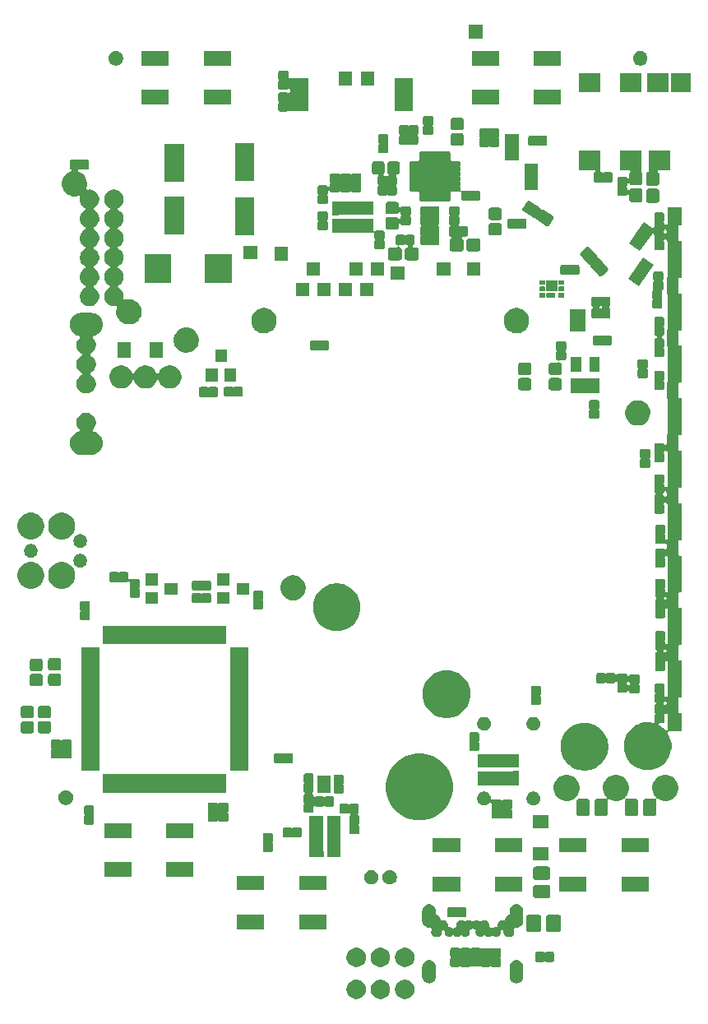
<source format=gbr>
G04 #@! TF.GenerationSoftware,KiCad,Pcbnew,5.1.6+dfsg1-1~bpo10+1*
G04 #@! TF.CreationDate,2021-03-28T20:24:38-04:00*
G04 #@! TF.ProjectId,RUSP_Mainboard,52555350-5f4d-4616-996e-626f6172642e,rev?*
G04 #@! TF.SameCoordinates,Original*
G04 #@! TF.FileFunction,Soldermask,Bot*
G04 #@! TF.FilePolarity,Negative*
%FSLAX46Y46*%
G04 Gerber Fmt 4.6, Leading zero omitted, Abs format (unit mm)*
G04 Created by KiCad (PCBNEW 5.1.6+dfsg1-1~bpo10+1) date 2021-03-28 20:24:38*
%MOMM*%
%LPD*%
G01*
G04 APERTURE LIST*
%ADD10C,0.010000*%
%ADD11C,0.100000*%
G04 APERTURE END LIST*
D10*
G36*
X166350000Y-82600000D02*
G01*
X166350000Y-82800000D01*
X166350137Y-82805234D01*
X166350548Y-82810453D01*
X166351231Y-82815643D01*
X166352185Y-82820791D01*
X166353407Y-82825882D01*
X166354894Y-82830902D01*
X166356642Y-82835837D01*
X166358645Y-82840674D01*
X166360899Y-82845399D01*
X166363397Y-82850000D01*
X166366133Y-82854464D01*
X166369098Y-82858779D01*
X166372285Y-82862932D01*
X166375686Y-82866913D01*
X166379289Y-82870711D01*
X166383087Y-82874314D01*
X166387068Y-82877715D01*
X166391221Y-82880902D01*
X166395536Y-82883867D01*
X166400000Y-82886603D01*
X166404601Y-82889101D01*
X166409326Y-82891355D01*
X166414163Y-82893358D01*
X166419098Y-82895106D01*
X166424118Y-82896593D01*
X166429209Y-82897815D01*
X166434357Y-82898769D01*
X166439547Y-82899452D01*
X166444766Y-82899863D01*
X166450000Y-82900000D01*
X166800000Y-82900000D01*
X166805234Y-82899863D01*
X166810453Y-82899452D01*
X166815643Y-82898769D01*
X166820791Y-82897815D01*
X166825882Y-82896593D01*
X166830902Y-82895106D01*
X166835837Y-82893358D01*
X166840674Y-82891355D01*
X166845399Y-82889101D01*
X166850000Y-82886603D01*
X166854464Y-82883867D01*
X166858779Y-82880902D01*
X166862932Y-82877715D01*
X166866913Y-82874314D01*
X166870711Y-82870711D01*
X166874314Y-82866913D01*
X166877715Y-82862932D01*
X166880902Y-82858779D01*
X166883867Y-82854464D01*
X166886603Y-82850000D01*
X166889101Y-82845399D01*
X166891355Y-82840674D01*
X166893358Y-82835837D01*
X166895106Y-82830902D01*
X166896593Y-82825882D01*
X166897815Y-82820791D01*
X166898769Y-82815643D01*
X166899452Y-82810453D01*
X166899863Y-82805234D01*
X166900000Y-82800000D01*
X166900000Y-82600000D01*
X166899863Y-82594766D01*
X166899452Y-82589547D01*
X166898769Y-82584357D01*
X166897815Y-82579209D01*
X166896593Y-82574118D01*
X166895106Y-82569098D01*
X166893358Y-82564163D01*
X166891355Y-82559326D01*
X166889101Y-82554601D01*
X166886603Y-82550000D01*
X166883867Y-82545536D01*
X166880902Y-82541221D01*
X166877715Y-82537068D01*
X166874314Y-82533087D01*
X166870711Y-82529289D01*
X166866913Y-82525686D01*
X166862932Y-82522285D01*
X166858779Y-82519098D01*
X166854464Y-82516133D01*
X166850000Y-82513397D01*
X166845399Y-82510899D01*
X166840674Y-82508645D01*
X166835837Y-82506642D01*
X166830902Y-82504894D01*
X166825882Y-82503407D01*
X166820791Y-82502185D01*
X166815643Y-82501231D01*
X166810453Y-82500548D01*
X166805234Y-82500137D01*
X166800000Y-82500000D01*
X166450000Y-82500000D01*
X166444766Y-82500137D01*
X166439547Y-82500548D01*
X166434357Y-82501231D01*
X166429209Y-82502185D01*
X166424118Y-82503407D01*
X166419098Y-82504894D01*
X166414163Y-82506642D01*
X166409326Y-82508645D01*
X166404601Y-82510899D01*
X166400000Y-82513397D01*
X166395536Y-82516133D01*
X166391221Y-82519098D01*
X166387068Y-82522285D01*
X166383087Y-82525686D01*
X166379289Y-82529289D01*
X166375686Y-82533087D01*
X166372285Y-82537068D01*
X166369098Y-82541221D01*
X166366133Y-82545536D01*
X166363397Y-82550000D01*
X166360899Y-82554601D01*
X166358645Y-82559326D01*
X166356642Y-82564163D01*
X166354894Y-82569098D01*
X166353407Y-82574118D01*
X166352185Y-82579209D01*
X166351231Y-82584357D01*
X166350548Y-82589547D01*
X166350137Y-82594766D01*
X166350000Y-82600000D01*
G37*
X166350000Y-82600000D02*
X166350000Y-82800000D01*
X166350137Y-82805234D01*
X166350548Y-82810453D01*
X166351231Y-82815643D01*
X166352185Y-82820791D01*
X166353407Y-82825882D01*
X166354894Y-82830902D01*
X166356642Y-82835837D01*
X166358645Y-82840674D01*
X166360899Y-82845399D01*
X166363397Y-82850000D01*
X166366133Y-82854464D01*
X166369098Y-82858779D01*
X166372285Y-82862932D01*
X166375686Y-82866913D01*
X166379289Y-82870711D01*
X166383087Y-82874314D01*
X166387068Y-82877715D01*
X166391221Y-82880902D01*
X166395536Y-82883867D01*
X166400000Y-82886603D01*
X166404601Y-82889101D01*
X166409326Y-82891355D01*
X166414163Y-82893358D01*
X166419098Y-82895106D01*
X166424118Y-82896593D01*
X166429209Y-82897815D01*
X166434357Y-82898769D01*
X166439547Y-82899452D01*
X166444766Y-82899863D01*
X166450000Y-82900000D01*
X166800000Y-82900000D01*
X166805234Y-82899863D01*
X166810453Y-82899452D01*
X166815643Y-82898769D01*
X166820791Y-82897815D01*
X166825882Y-82896593D01*
X166830902Y-82895106D01*
X166835837Y-82893358D01*
X166840674Y-82891355D01*
X166845399Y-82889101D01*
X166850000Y-82886603D01*
X166854464Y-82883867D01*
X166858779Y-82880902D01*
X166862932Y-82877715D01*
X166866913Y-82874314D01*
X166870711Y-82870711D01*
X166874314Y-82866913D01*
X166877715Y-82862932D01*
X166880902Y-82858779D01*
X166883867Y-82854464D01*
X166886603Y-82850000D01*
X166889101Y-82845399D01*
X166891355Y-82840674D01*
X166893358Y-82835837D01*
X166895106Y-82830902D01*
X166896593Y-82825882D01*
X166897815Y-82820791D01*
X166898769Y-82815643D01*
X166899452Y-82810453D01*
X166899863Y-82805234D01*
X166900000Y-82800000D01*
X166900000Y-82600000D01*
X166899863Y-82594766D01*
X166899452Y-82589547D01*
X166898769Y-82584357D01*
X166897815Y-82579209D01*
X166896593Y-82574118D01*
X166895106Y-82569098D01*
X166893358Y-82564163D01*
X166891355Y-82559326D01*
X166889101Y-82554601D01*
X166886603Y-82550000D01*
X166883867Y-82545536D01*
X166880902Y-82541221D01*
X166877715Y-82537068D01*
X166874314Y-82533087D01*
X166870711Y-82529289D01*
X166866913Y-82525686D01*
X166862932Y-82522285D01*
X166858779Y-82519098D01*
X166854464Y-82516133D01*
X166850000Y-82513397D01*
X166845399Y-82510899D01*
X166840674Y-82508645D01*
X166835837Y-82506642D01*
X166830902Y-82504894D01*
X166825882Y-82503407D01*
X166820791Y-82502185D01*
X166815643Y-82501231D01*
X166810453Y-82500548D01*
X166805234Y-82500137D01*
X166800000Y-82500000D01*
X166450000Y-82500000D01*
X166444766Y-82500137D01*
X166439547Y-82500548D01*
X166434357Y-82501231D01*
X166429209Y-82502185D01*
X166424118Y-82503407D01*
X166419098Y-82504894D01*
X166414163Y-82506642D01*
X166409326Y-82508645D01*
X166404601Y-82510899D01*
X166400000Y-82513397D01*
X166395536Y-82516133D01*
X166391221Y-82519098D01*
X166387068Y-82522285D01*
X166383087Y-82525686D01*
X166379289Y-82529289D01*
X166375686Y-82533087D01*
X166372285Y-82537068D01*
X166369098Y-82541221D01*
X166366133Y-82545536D01*
X166363397Y-82550000D01*
X166360899Y-82554601D01*
X166358645Y-82559326D01*
X166356642Y-82564163D01*
X166354894Y-82569098D01*
X166353407Y-82574118D01*
X166352185Y-82579209D01*
X166351231Y-82584357D01*
X166350548Y-82589547D01*
X166350137Y-82594766D01*
X166350000Y-82600000D01*
G36*
X168300000Y-82600000D02*
G01*
X168300000Y-82800000D01*
X168300137Y-82805234D01*
X168300548Y-82810453D01*
X168301231Y-82815643D01*
X168302185Y-82820791D01*
X168303407Y-82825882D01*
X168304894Y-82830902D01*
X168306642Y-82835837D01*
X168308645Y-82840674D01*
X168310899Y-82845399D01*
X168313397Y-82850000D01*
X168316133Y-82854464D01*
X168319098Y-82858779D01*
X168322285Y-82862932D01*
X168325686Y-82866913D01*
X168329289Y-82870711D01*
X168333087Y-82874314D01*
X168337068Y-82877715D01*
X168341221Y-82880902D01*
X168345536Y-82883867D01*
X168350000Y-82886603D01*
X168354601Y-82889101D01*
X168359326Y-82891355D01*
X168364163Y-82893358D01*
X168369098Y-82895106D01*
X168374118Y-82896593D01*
X168379209Y-82897815D01*
X168384357Y-82898769D01*
X168389547Y-82899452D01*
X168394766Y-82899863D01*
X168400000Y-82900000D01*
X168750000Y-82900000D01*
X168755234Y-82899863D01*
X168760453Y-82899452D01*
X168765643Y-82898769D01*
X168770791Y-82897815D01*
X168775882Y-82896593D01*
X168780902Y-82895106D01*
X168785837Y-82893358D01*
X168790674Y-82891355D01*
X168795399Y-82889101D01*
X168800000Y-82886603D01*
X168804464Y-82883867D01*
X168808779Y-82880902D01*
X168812932Y-82877715D01*
X168816913Y-82874314D01*
X168820711Y-82870711D01*
X168824314Y-82866913D01*
X168827715Y-82862932D01*
X168830902Y-82858779D01*
X168833867Y-82854464D01*
X168836603Y-82850000D01*
X168839101Y-82845399D01*
X168841355Y-82840674D01*
X168843358Y-82835837D01*
X168845106Y-82830902D01*
X168846593Y-82825882D01*
X168847815Y-82820791D01*
X168848769Y-82815643D01*
X168849452Y-82810453D01*
X168849863Y-82805234D01*
X168850000Y-82800000D01*
X168850000Y-82600000D01*
X168849863Y-82594766D01*
X168849452Y-82589547D01*
X168848769Y-82584357D01*
X168847815Y-82579209D01*
X168846593Y-82574118D01*
X168845106Y-82569098D01*
X168843358Y-82564163D01*
X168841355Y-82559326D01*
X168839101Y-82554601D01*
X168836603Y-82550000D01*
X168833867Y-82545536D01*
X168830902Y-82541221D01*
X168827715Y-82537068D01*
X168824314Y-82533087D01*
X168820711Y-82529289D01*
X168816913Y-82525686D01*
X168812932Y-82522285D01*
X168808779Y-82519098D01*
X168804464Y-82516133D01*
X168800000Y-82513397D01*
X168795399Y-82510899D01*
X168790674Y-82508645D01*
X168785837Y-82506642D01*
X168780902Y-82504894D01*
X168775882Y-82503407D01*
X168770791Y-82502185D01*
X168765643Y-82501231D01*
X168760453Y-82500548D01*
X168755234Y-82500137D01*
X168750000Y-82500000D01*
X168400000Y-82500000D01*
X168394766Y-82500137D01*
X168389547Y-82500548D01*
X168384357Y-82501231D01*
X168379209Y-82502185D01*
X168374118Y-82503407D01*
X168369098Y-82504894D01*
X168364163Y-82506642D01*
X168359326Y-82508645D01*
X168354601Y-82510899D01*
X168350000Y-82513397D01*
X168345536Y-82516133D01*
X168341221Y-82519098D01*
X168337068Y-82522285D01*
X168333087Y-82525686D01*
X168329289Y-82529289D01*
X168325686Y-82533087D01*
X168322285Y-82537068D01*
X168319098Y-82541221D01*
X168316133Y-82545536D01*
X168313397Y-82550000D01*
X168310899Y-82554601D01*
X168308645Y-82559326D01*
X168306642Y-82564163D01*
X168304894Y-82569098D01*
X168303407Y-82574118D01*
X168302185Y-82579209D01*
X168301231Y-82584357D01*
X168300548Y-82589547D01*
X168300137Y-82594766D01*
X168300000Y-82600000D01*
G37*
X168300000Y-82600000D02*
X168300000Y-82800000D01*
X168300137Y-82805234D01*
X168300548Y-82810453D01*
X168301231Y-82815643D01*
X168302185Y-82820791D01*
X168303407Y-82825882D01*
X168304894Y-82830902D01*
X168306642Y-82835837D01*
X168308645Y-82840674D01*
X168310899Y-82845399D01*
X168313397Y-82850000D01*
X168316133Y-82854464D01*
X168319098Y-82858779D01*
X168322285Y-82862932D01*
X168325686Y-82866913D01*
X168329289Y-82870711D01*
X168333087Y-82874314D01*
X168337068Y-82877715D01*
X168341221Y-82880902D01*
X168345536Y-82883867D01*
X168350000Y-82886603D01*
X168354601Y-82889101D01*
X168359326Y-82891355D01*
X168364163Y-82893358D01*
X168369098Y-82895106D01*
X168374118Y-82896593D01*
X168379209Y-82897815D01*
X168384357Y-82898769D01*
X168389547Y-82899452D01*
X168394766Y-82899863D01*
X168400000Y-82900000D01*
X168750000Y-82900000D01*
X168755234Y-82899863D01*
X168760453Y-82899452D01*
X168765643Y-82898769D01*
X168770791Y-82897815D01*
X168775882Y-82896593D01*
X168780902Y-82895106D01*
X168785837Y-82893358D01*
X168790674Y-82891355D01*
X168795399Y-82889101D01*
X168800000Y-82886603D01*
X168804464Y-82883867D01*
X168808779Y-82880902D01*
X168812932Y-82877715D01*
X168816913Y-82874314D01*
X168820711Y-82870711D01*
X168824314Y-82866913D01*
X168827715Y-82862932D01*
X168830902Y-82858779D01*
X168833867Y-82854464D01*
X168836603Y-82850000D01*
X168839101Y-82845399D01*
X168841355Y-82840674D01*
X168843358Y-82835837D01*
X168845106Y-82830902D01*
X168846593Y-82825882D01*
X168847815Y-82820791D01*
X168848769Y-82815643D01*
X168849452Y-82810453D01*
X168849863Y-82805234D01*
X168850000Y-82800000D01*
X168850000Y-82600000D01*
X168849863Y-82594766D01*
X168849452Y-82589547D01*
X168848769Y-82584357D01*
X168847815Y-82579209D01*
X168846593Y-82574118D01*
X168845106Y-82569098D01*
X168843358Y-82564163D01*
X168841355Y-82559326D01*
X168839101Y-82554601D01*
X168836603Y-82550000D01*
X168833867Y-82545536D01*
X168830902Y-82541221D01*
X168827715Y-82537068D01*
X168824314Y-82533087D01*
X168820711Y-82529289D01*
X168816913Y-82525686D01*
X168812932Y-82522285D01*
X168808779Y-82519098D01*
X168804464Y-82516133D01*
X168800000Y-82513397D01*
X168795399Y-82510899D01*
X168790674Y-82508645D01*
X168785837Y-82506642D01*
X168780902Y-82504894D01*
X168775882Y-82503407D01*
X168770791Y-82502185D01*
X168765643Y-82501231D01*
X168760453Y-82500548D01*
X168755234Y-82500137D01*
X168750000Y-82500000D01*
X168400000Y-82500000D01*
X168394766Y-82500137D01*
X168389547Y-82500548D01*
X168384357Y-82501231D01*
X168379209Y-82502185D01*
X168374118Y-82503407D01*
X168369098Y-82504894D01*
X168364163Y-82506642D01*
X168359326Y-82508645D01*
X168354601Y-82510899D01*
X168350000Y-82513397D01*
X168345536Y-82516133D01*
X168341221Y-82519098D01*
X168337068Y-82522285D01*
X168333087Y-82525686D01*
X168329289Y-82529289D01*
X168325686Y-82533087D01*
X168322285Y-82537068D01*
X168319098Y-82541221D01*
X168316133Y-82545536D01*
X168313397Y-82550000D01*
X168310899Y-82554601D01*
X168308645Y-82559326D01*
X168306642Y-82564163D01*
X168304894Y-82569098D01*
X168303407Y-82574118D01*
X168302185Y-82579209D01*
X168301231Y-82584357D01*
X168300548Y-82589547D01*
X168300137Y-82594766D01*
X168300000Y-82600000D01*
G36*
X168300000Y-81950000D02*
G01*
X168300000Y-82150000D01*
X168300137Y-82155234D01*
X168300548Y-82160453D01*
X168301231Y-82165643D01*
X168302185Y-82170791D01*
X168303407Y-82175882D01*
X168304894Y-82180902D01*
X168306642Y-82185837D01*
X168308645Y-82190674D01*
X168310899Y-82195399D01*
X168313397Y-82200000D01*
X168316133Y-82204464D01*
X168319098Y-82208779D01*
X168322285Y-82212932D01*
X168325686Y-82216913D01*
X168329289Y-82220711D01*
X168333087Y-82224314D01*
X168337068Y-82227715D01*
X168341221Y-82230902D01*
X168345536Y-82233867D01*
X168350000Y-82236603D01*
X168354601Y-82239101D01*
X168359326Y-82241355D01*
X168364163Y-82243358D01*
X168369098Y-82245106D01*
X168374118Y-82246593D01*
X168379209Y-82247815D01*
X168384357Y-82248769D01*
X168389547Y-82249452D01*
X168394766Y-82249863D01*
X168400000Y-82250000D01*
X168750000Y-82250000D01*
X168755234Y-82249863D01*
X168760453Y-82249452D01*
X168765643Y-82248769D01*
X168770791Y-82247815D01*
X168775882Y-82246593D01*
X168780902Y-82245106D01*
X168785837Y-82243358D01*
X168790674Y-82241355D01*
X168795399Y-82239101D01*
X168800000Y-82236603D01*
X168804464Y-82233867D01*
X168808779Y-82230902D01*
X168812932Y-82227715D01*
X168816913Y-82224314D01*
X168820711Y-82220711D01*
X168824314Y-82216913D01*
X168827715Y-82212932D01*
X168830902Y-82208779D01*
X168833867Y-82204464D01*
X168836603Y-82200000D01*
X168839101Y-82195399D01*
X168841355Y-82190674D01*
X168843358Y-82185837D01*
X168845106Y-82180902D01*
X168846593Y-82175882D01*
X168847815Y-82170791D01*
X168848769Y-82165643D01*
X168849452Y-82160453D01*
X168849863Y-82155234D01*
X168850000Y-82150000D01*
X168850000Y-81950000D01*
X168849863Y-81944766D01*
X168849452Y-81939547D01*
X168848769Y-81934357D01*
X168847815Y-81929209D01*
X168846593Y-81924118D01*
X168845106Y-81919098D01*
X168843358Y-81914163D01*
X168841355Y-81909326D01*
X168839101Y-81904601D01*
X168836603Y-81900000D01*
X168833867Y-81895536D01*
X168830902Y-81891221D01*
X168827715Y-81887068D01*
X168824314Y-81883087D01*
X168820711Y-81879289D01*
X168816913Y-81875686D01*
X168812932Y-81872285D01*
X168808779Y-81869098D01*
X168804464Y-81866133D01*
X168800000Y-81863397D01*
X168795399Y-81860899D01*
X168790674Y-81858645D01*
X168785837Y-81856642D01*
X168780902Y-81854894D01*
X168775882Y-81853407D01*
X168770791Y-81852185D01*
X168765643Y-81851231D01*
X168760453Y-81850548D01*
X168755234Y-81850137D01*
X168750000Y-81850000D01*
X168400000Y-81850000D01*
X168394766Y-81850137D01*
X168389547Y-81850548D01*
X168384357Y-81851231D01*
X168379209Y-81852185D01*
X168374118Y-81853407D01*
X168369098Y-81854894D01*
X168364163Y-81856642D01*
X168359326Y-81858645D01*
X168354601Y-81860899D01*
X168350000Y-81863397D01*
X168345536Y-81866133D01*
X168341221Y-81869098D01*
X168337068Y-81872285D01*
X168333087Y-81875686D01*
X168329289Y-81879289D01*
X168325686Y-81883087D01*
X168322285Y-81887068D01*
X168319098Y-81891221D01*
X168316133Y-81895536D01*
X168313397Y-81900000D01*
X168310899Y-81904601D01*
X168308645Y-81909326D01*
X168306642Y-81914163D01*
X168304894Y-81919098D01*
X168303407Y-81924118D01*
X168302185Y-81929209D01*
X168301231Y-81934357D01*
X168300548Y-81939547D01*
X168300137Y-81944766D01*
X168300000Y-81950000D01*
G37*
X168300000Y-81950000D02*
X168300000Y-82150000D01*
X168300137Y-82155234D01*
X168300548Y-82160453D01*
X168301231Y-82165643D01*
X168302185Y-82170791D01*
X168303407Y-82175882D01*
X168304894Y-82180902D01*
X168306642Y-82185837D01*
X168308645Y-82190674D01*
X168310899Y-82195399D01*
X168313397Y-82200000D01*
X168316133Y-82204464D01*
X168319098Y-82208779D01*
X168322285Y-82212932D01*
X168325686Y-82216913D01*
X168329289Y-82220711D01*
X168333087Y-82224314D01*
X168337068Y-82227715D01*
X168341221Y-82230902D01*
X168345536Y-82233867D01*
X168350000Y-82236603D01*
X168354601Y-82239101D01*
X168359326Y-82241355D01*
X168364163Y-82243358D01*
X168369098Y-82245106D01*
X168374118Y-82246593D01*
X168379209Y-82247815D01*
X168384357Y-82248769D01*
X168389547Y-82249452D01*
X168394766Y-82249863D01*
X168400000Y-82250000D01*
X168750000Y-82250000D01*
X168755234Y-82249863D01*
X168760453Y-82249452D01*
X168765643Y-82248769D01*
X168770791Y-82247815D01*
X168775882Y-82246593D01*
X168780902Y-82245106D01*
X168785837Y-82243358D01*
X168790674Y-82241355D01*
X168795399Y-82239101D01*
X168800000Y-82236603D01*
X168804464Y-82233867D01*
X168808779Y-82230902D01*
X168812932Y-82227715D01*
X168816913Y-82224314D01*
X168820711Y-82220711D01*
X168824314Y-82216913D01*
X168827715Y-82212932D01*
X168830902Y-82208779D01*
X168833867Y-82204464D01*
X168836603Y-82200000D01*
X168839101Y-82195399D01*
X168841355Y-82190674D01*
X168843358Y-82185837D01*
X168845106Y-82180902D01*
X168846593Y-82175882D01*
X168847815Y-82170791D01*
X168848769Y-82165643D01*
X168849452Y-82160453D01*
X168849863Y-82155234D01*
X168850000Y-82150000D01*
X168850000Y-81950000D01*
X168849863Y-81944766D01*
X168849452Y-81939547D01*
X168848769Y-81934357D01*
X168847815Y-81929209D01*
X168846593Y-81924118D01*
X168845106Y-81919098D01*
X168843358Y-81914163D01*
X168841355Y-81909326D01*
X168839101Y-81904601D01*
X168836603Y-81900000D01*
X168833867Y-81895536D01*
X168830902Y-81891221D01*
X168827715Y-81887068D01*
X168824314Y-81883087D01*
X168820711Y-81879289D01*
X168816913Y-81875686D01*
X168812932Y-81872285D01*
X168808779Y-81869098D01*
X168804464Y-81866133D01*
X168800000Y-81863397D01*
X168795399Y-81860899D01*
X168790674Y-81858645D01*
X168785837Y-81856642D01*
X168780902Y-81854894D01*
X168775882Y-81853407D01*
X168770791Y-81852185D01*
X168765643Y-81851231D01*
X168760453Y-81850548D01*
X168755234Y-81850137D01*
X168750000Y-81850000D01*
X168400000Y-81850000D01*
X168394766Y-81850137D01*
X168389547Y-81850548D01*
X168384357Y-81851231D01*
X168379209Y-81852185D01*
X168374118Y-81853407D01*
X168369098Y-81854894D01*
X168364163Y-81856642D01*
X168359326Y-81858645D01*
X168354601Y-81860899D01*
X168350000Y-81863397D01*
X168345536Y-81866133D01*
X168341221Y-81869098D01*
X168337068Y-81872285D01*
X168333087Y-81875686D01*
X168329289Y-81879289D01*
X168325686Y-81883087D01*
X168322285Y-81887068D01*
X168319098Y-81891221D01*
X168316133Y-81895536D01*
X168313397Y-81900000D01*
X168310899Y-81904601D01*
X168308645Y-81909326D01*
X168306642Y-81914163D01*
X168304894Y-81919098D01*
X168303407Y-81924118D01*
X168302185Y-81929209D01*
X168301231Y-81934357D01*
X168300548Y-81939547D01*
X168300137Y-81944766D01*
X168300000Y-81950000D01*
G36*
X168300000Y-83250000D02*
G01*
X168300000Y-83450000D01*
X168300137Y-83455234D01*
X168300548Y-83460453D01*
X168301231Y-83465643D01*
X168302185Y-83470791D01*
X168303407Y-83475882D01*
X168304894Y-83480902D01*
X168306642Y-83485837D01*
X168308645Y-83490674D01*
X168310899Y-83495399D01*
X168313397Y-83500000D01*
X168316133Y-83504464D01*
X168319098Y-83508779D01*
X168322285Y-83512932D01*
X168325686Y-83516913D01*
X168329289Y-83520711D01*
X168333087Y-83524314D01*
X168337068Y-83527715D01*
X168341221Y-83530902D01*
X168345536Y-83533867D01*
X168350000Y-83536603D01*
X168354601Y-83539101D01*
X168359326Y-83541355D01*
X168364163Y-83543358D01*
X168369098Y-83545106D01*
X168374118Y-83546593D01*
X168379209Y-83547815D01*
X168384357Y-83548769D01*
X168389547Y-83549452D01*
X168394766Y-83549863D01*
X168400000Y-83550000D01*
X168750000Y-83550000D01*
X168755234Y-83549863D01*
X168760453Y-83549452D01*
X168765643Y-83548769D01*
X168770791Y-83547815D01*
X168775882Y-83546593D01*
X168780902Y-83545106D01*
X168785837Y-83543358D01*
X168790674Y-83541355D01*
X168795399Y-83539101D01*
X168800000Y-83536603D01*
X168804464Y-83533867D01*
X168808779Y-83530902D01*
X168812932Y-83527715D01*
X168816913Y-83524314D01*
X168820711Y-83520711D01*
X168824314Y-83516913D01*
X168827715Y-83512932D01*
X168830902Y-83508779D01*
X168833867Y-83504464D01*
X168836603Y-83500000D01*
X168839101Y-83495399D01*
X168841355Y-83490674D01*
X168843358Y-83485837D01*
X168845106Y-83480902D01*
X168846593Y-83475882D01*
X168847815Y-83470791D01*
X168848769Y-83465643D01*
X168849452Y-83460453D01*
X168849863Y-83455234D01*
X168850000Y-83450000D01*
X168850000Y-83250000D01*
X168849863Y-83244766D01*
X168849452Y-83239547D01*
X168848769Y-83234357D01*
X168847815Y-83229209D01*
X168846593Y-83224118D01*
X168845106Y-83219098D01*
X168843358Y-83214163D01*
X168841355Y-83209326D01*
X168839101Y-83204601D01*
X168836603Y-83200000D01*
X168833867Y-83195536D01*
X168830902Y-83191221D01*
X168827715Y-83187068D01*
X168824314Y-83183087D01*
X168820711Y-83179289D01*
X168816913Y-83175686D01*
X168812932Y-83172285D01*
X168808779Y-83169098D01*
X168804464Y-83166133D01*
X168800000Y-83163397D01*
X168795399Y-83160899D01*
X168790674Y-83158645D01*
X168785837Y-83156642D01*
X168780902Y-83154894D01*
X168775882Y-83153407D01*
X168770791Y-83152185D01*
X168765643Y-83151231D01*
X168760453Y-83150548D01*
X168755234Y-83150137D01*
X168750000Y-83150000D01*
X168400000Y-83150000D01*
X168394766Y-83150137D01*
X168389547Y-83150548D01*
X168384357Y-83151231D01*
X168379209Y-83152185D01*
X168374118Y-83153407D01*
X168369098Y-83154894D01*
X168364163Y-83156642D01*
X168359326Y-83158645D01*
X168354601Y-83160899D01*
X168350000Y-83163397D01*
X168345536Y-83166133D01*
X168341221Y-83169098D01*
X168337068Y-83172285D01*
X168333087Y-83175686D01*
X168329289Y-83179289D01*
X168325686Y-83183087D01*
X168322285Y-83187068D01*
X168319098Y-83191221D01*
X168316133Y-83195536D01*
X168313397Y-83200000D01*
X168310899Y-83204601D01*
X168308645Y-83209326D01*
X168306642Y-83214163D01*
X168304894Y-83219098D01*
X168303407Y-83224118D01*
X168302185Y-83229209D01*
X168301231Y-83234357D01*
X168300548Y-83239547D01*
X168300137Y-83244766D01*
X168300000Y-83250000D01*
G37*
X168300000Y-83250000D02*
X168300000Y-83450000D01*
X168300137Y-83455234D01*
X168300548Y-83460453D01*
X168301231Y-83465643D01*
X168302185Y-83470791D01*
X168303407Y-83475882D01*
X168304894Y-83480902D01*
X168306642Y-83485837D01*
X168308645Y-83490674D01*
X168310899Y-83495399D01*
X168313397Y-83500000D01*
X168316133Y-83504464D01*
X168319098Y-83508779D01*
X168322285Y-83512932D01*
X168325686Y-83516913D01*
X168329289Y-83520711D01*
X168333087Y-83524314D01*
X168337068Y-83527715D01*
X168341221Y-83530902D01*
X168345536Y-83533867D01*
X168350000Y-83536603D01*
X168354601Y-83539101D01*
X168359326Y-83541355D01*
X168364163Y-83543358D01*
X168369098Y-83545106D01*
X168374118Y-83546593D01*
X168379209Y-83547815D01*
X168384357Y-83548769D01*
X168389547Y-83549452D01*
X168394766Y-83549863D01*
X168400000Y-83550000D01*
X168750000Y-83550000D01*
X168755234Y-83549863D01*
X168760453Y-83549452D01*
X168765643Y-83548769D01*
X168770791Y-83547815D01*
X168775882Y-83546593D01*
X168780902Y-83545106D01*
X168785837Y-83543358D01*
X168790674Y-83541355D01*
X168795399Y-83539101D01*
X168800000Y-83536603D01*
X168804464Y-83533867D01*
X168808779Y-83530902D01*
X168812932Y-83527715D01*
X168816913Y-83524314D01*
X168820711Y-83520711D01*
X168824314Y-83516913D01*
X168827715Y-83512932D01*
X168830902Y-83508779D01*
X168833867Y-83504464D01*
X168836603Y-83500000D01*
X168839101Y-83495399D01*
X168841355Y-83490674D01*
X168843358Y-83485837D01*
X168845106Y-83480902D01*
X168846593Y-83475882D01*
X168847815Y-83470791D01*
X168848769Y-83465643D01*
X168849452Y-83460453D01*
X168849863Y-83455234D01*
X168850000Y-83450000D01*
X168850000Y-83250000D01*
X168849863Y-83244766D01*
X168849452Y-83239547D01*
X168848769Y-83234357D01*
X168847815Y-83229209D01*
X168846593Y-83224118D01*
X168845106Y-83219098D01*
X168843358Y-83214163D01*
X168841355Y-83209326D01*
X168839101Y-83204601D01*
X168836603Y-83200000D01*
X168833867Y-83195536D01*
X168830902Y-83191221D01*
X168827715Y-83187068D01*
X168824314Y-83183087D01*
X168820711Y-83179289D01*
X168816913Y-83175686D01*
X168812932Y-83172285D01*
X168808779Y-83169098D01*
X168804464Y-83166133D01*
X168800000Y-83163397D01*
X168795399Y-83160899D01*
X168790674Y-83158645D01*
X168785837Y-83156642D01*
X168780902Y-83154894D01*
X168775882Y-83153407D01*
X168770791Y-83152185D01*
X168765643Y-83151231D01*
X168760453Y-83150548D01*
X168755234Y-83150137D01*
X168750000Y-83150000D01*
X168400000Y-83150000D01*
X168394766Y-83150137D01*
X168389547Y-83150548D01*
X168384357Y-83151231D01*
X168379209Y-83152185D01*
X168374118Y-83153407D01*
X168369098Y-83154894D01*
X168364163Y-83156642D01*
X168359326Y-83158645D01*
X168354601Y-83160899D01*
X168350000Y-83163397D01*
X168345536Y-83166133D01*
X168341221Y-83169098D01*
X168337068Y-83172285D01*
X168333087Y-83175686D01*
X168329289Y-83179289D01*
X168325686Y-83183087D01*
X168322285Y-83187068D01*
X168319098Y-83191221D01*
X168316133Y-83195536D01*
X168313397Y-83200000D01*
X168310899Y-83204601D01*
X168308645Y-83209326D01*
X168306642Y-83214163D01*
X168304894Y-83219098D01*
X168303407Y-83224118D01*
X168302185Y-83229209D01*
X168301231Y-83234357D01*
X168300548Y-83239547D01*
X168300137Y-83244766D01*
X168300000Y-83250000D01*
G36*
X166350000Y-81950000D02*
G01*
X166350000Y-82150000D01*
X166350137Y-82155234D01*
X166350548Y-82160453D01*
X166351231Y-82165643D01*
X166352185Y-82170791D01*
X166353407Y-82175882D01*
X166354894Y-82180902D01*
X166356642Y-82185837D01*
X166358645Y-82190674D01*
X166360899Y-82195399D01*
X166363397Y-82200000D01*
X166366133Y-82204464D01*
X166369098Y-82208779D01*
X166372285Y-82212932D01*
X166375686Y-82216913D01*
X166379289Y-82220711D01*
X166383087Y-82224314D01*
X166387068Y-82227715D01*
X166391221Y-82230902D01*
X166395536Y-82233867D01*
X166400000Y-82236603D01*
X166404601Y-82239101D01*
X166409326Y-82241355D01*
X166414163Y-82243358D01*
X166419098Y-82245106D01*
X166424118Y-82246593D01*
X166429209Y-82247815D01*
X166434357Y-82248769D01*
X166439547Y-82249452D01*
X166444766Y-82249863D01*
X166450000Y-82250000D01*
X166800000Y-82250000D01*
X166805234Y-82249863D01*
X166810453Y-82249452D01*
X166815643Y-82248769D01*
X166820791Y-82247815D01*
X166825882Y-82246593D01*
X166830902Y-82245106D01*
X166835837Y-82243358D01*
X166840674Y-82241355D01*
X166845399Y-82239101D01*
X166850000Y-82236603D01*
X166854464Y-82233867D01*
X166858779Y-82230902D01*
X166862932Y-82227715D01*
X166866913Y-82224314D01*
X166870711Y-82220711D01*
X166874314Y-82216913D01*
X166877715Y-82212932D01*
X166880902Y-82208779D01*
X166883867Y-82204464D01*
X166886603Y-82200000D01*
X166889101Y-82195399D01*
X166891355Y-82190674D01*
X166893358Y-82185837D01*
X166895106Y-82180902D01*
X166896593Y-82175882D01*
X166897815Y-82170791D01*
X166898769Y-82165643D01*
X166899452Y-82160453D01*
X166899863Y-82155234D01*
X166900000Y-82150000D01*
X166900000Y-81950000D01*
X166899863Y-81944766D01*
X166899452Y-81939547D01*
X166898769Y-81934357D01*
X166897815Y-81929209D01*
X166896593Y-81924118D01*
X166895106Y-81919098D01*
X166893358Y-81914163D01*
X166891355Y-81909326D01*
X166889101Y-81904601D01*
X166886603Y-81900000D01*
X166883867Y-81895536D01*
X166880902Y-81891221D01*
X166877715Y-81887068D01*
X166874314Y-81883087D01*
X166870711Y-81879289D01*
X166866913Y-81875686D01*
X166862932Y-81872285D01*
X166858779Y-81869098D01*
X166854464Y-81866133D01*
X166850000Y-81863397D01*
X166845399Y-81860899D01*
X166840674Y-81858645D01*
X166835837Y-81856642D01*
X166830902Y-81854894D01*
X166825882Y-81853407D01*
X166820791Y-81852185D01*
X166815643Y-81851231D01*
X166810453Y-81850548D01*
X166805234Y-81850137D01*
X166800000Y-81850000D01*
X166450000Y-81850000D01*
X166444766Y-81850137D01*
X166439547Y-81850548D01*
X166434357Y-81851231D01*
X166429209Y-81852185D01*
X166424118Y-81853407D01*
X166419098Y-81854894D01*
X166414163Y-81856642D01*
X166409326Y-81858645D01*
X166404601Y-81860899D01*
X166400000Y-81863397D01*
X166395536Y-81866133D01*
X166391221Y-81869098D01*
X166387068Y-81872285D01*
X166383087Y-81875686D01*
X166379289Y-81879289D01*
X166375686Y-81883087D01*
X166372285Y-81887068D01*
X166369098Y-81891221D01*
X166366133Y-81895536D01*
X166363397Y-81900000D01*
X166360899Y-81904601D01*
X166358645Y-81909326D01*
X166356642Y-81914163D01*
X166354894Y-81919098D01*
X166353407Y-81924118D01*
X166352185Y-81929209D01*
X166351231Y-81934357D01*
X166350548Y-81939547D01*
X166350137Y-81944766D01*
X166350000Y-81950000D01*
G37*
X166350000Y-81950000D02*
X166350000Y-82150000D01*
X166350137Y-82155234D01*
X166350548Y-82160453D01*
X166351231Y-82165643D01*
X166352185Y-82170791D01*
X166353407Y-82175882D01*
X166354894Y-82180902D01*
X166356642Y-82185837D01*
X166358645Y-82190674D01*
X166360899Y-82195399D01*
X166363397Y-82200000D01*
X166366133Y-82204464D01*
X166369098Y-82208779D01*
X166372285Y-82212932D01*
X166375686Y-82216913D01*
X166379289Y-82220711D01*
X166383087Y-82224314D01*
X166387068Y-82227715D01*
X166391221Y-82230902D01*
X166395536Y-82233867D01*
X166400000Y-82236603D01*
X166404601Y-82239101D01*
X166409326Y-82241355D01*
X166414163Y-82243358D01*
X166419098Y-82245106D01*
X166424118Y-82246593D01*
X166429209Y-82247815D01*
X166434357Y-82248769D01*
X166439547Y-82249452D01*
X166444766Y-82249863D01*
X166450000Y-82250000D01*
X166800000Y-82250000D01*
X166805234Y-82249863D01*
X166810453Y-82249452D01*
X166815643Y-82248769D01*
X166820791Y-82247815D01*
X166825882Y-82246593D01*
X166830902Y-82245106D01*
X166835837Y-82243358D01*
X166840674Y-82241355D01*
X166845399Y-82239101D01*
X166850000Y-82236603D01*
X166854464Y-82233867D01*
X166858779Y-82230902D01*
X166862932Y-82227715D01*
X166866913Y-82224314D01*
X166870711Y-82220711D01*
X166874314Y-82216913D01*
X166877715Y-82212932D01*
X166880902Y-82208779D01*
X166883867Y-82204464D01*
X166886603Y-82200000D01*
X166889101Y-82195399D01*
X166891355Y-82190674D01*
X166893358Y-82185837D01*
X166895106Y-82180902D01*
X166896593Y-82175882D01*
X166897815Y-82170791D01*
X166898769Y-82165643D01*
X166899452Y-82160453D01*
X166899863Y-82155234D01*
X166900000Y-82150000D01*
X166900000Y-81950000D01*
X166899863Y-81944766D01*
X166899452Y-81939547D01*
X166898769Y-81934357D01*
X166897815Y-81929209D01*
X166896593Y-81924118D01*
X166895106Y-81919098D01*
X166893358Y-81914163D01*
X166891355Y-81909326D01*
X166889101Y-81904601D01*
X166886603Y-81900000D01*
X166883867Y-81895536D01*
X166880902Y-81891221D01*
X166877715Y-81887068D01*
X166874314Y-81883087D01*
X166870711Y-81879289D01*
X166866913Y-81875686D01*
X166862932Y-81872285D01*
X166858779Y-81869098D01*
X166854464Y-81866133D01*
X166850000Y-81863397D01*
X166845399Y-81860899D01*
X166840674Y-81858645D01*
X166835837Y-81856642D01*
X166830902Y-81854894D01*
X166825882Y-81853407D01*
X166820791Y-81852185D01*
X166815643Y-81851231D01*
X166810453Y-81850548D01*
X166805234Y-81850137D01*
X166800000Y-81850000D01*
X166450000Y-81850000D01*
X166444766Y-81850137D01*
X166439547Y-81850548D01*
X166434357Y-81851231D01*
X166429209Y-81852185D01*
X166424118Y-81853407D01*
X166419098Y-81854894D01*
X166414163Y-81856642D01*
X166409326Y-81858645D01*
X166404601Y-81860899D01*
X166400000Y-81863397D01*
X166395536Y-81866133D01*
X166391221Y-81869098D01*
X166387068Y-81872285D01*
X166383087Y-81875686D01*
X166379289Y-81879289D01*
X166375686Y-81883087D01*
X166372285Y-81887068D01*
X166369098Y-81891221D01*
X166366133Y-81895536D01*
X166363397Y-81900000D01*
X166360899Y-81904601D01*
X166358645Y-81909326D01*
X166356642Y-81914163D01*
X166354894Y-81919098D01*
X166353407Y-81924118D01*
X166352185Y-81929209D01*
X166351231Y-81934357D01*
X166350548Y-81939547D01*
X166350137Y-81944766D01*
X166350000Y-81950000D01*
G36*
X166350000Y-83250000D02*
G01*
X166350000Y-83450000D01*
X166350137Y-83455234D01*
X166350548Y-83460453D01*
X166351231Y-83465643D01*
X166352185Y-83470791D01*
X166353407Y-83475882D01*
X166354894Y-83480902D01*
X166356642Y-83485837D01*
X166358645Y-83490674D01*
X166360899Y-83495399D01*
X166363397Y-83500000D01*
X166366133Y-83504464D01*
X166369098Y-83508779D01*
X166372285Y-83512932D01*
X166375686Y-83516913D01*
X166379289Y-83520711D01*
X166383087Y-83524314D01*
X166387068Y-83527715D01*
X166391221Y-83530902D01*
X166395536Y-83533867D01*
X166400000Y-83536603D01*
X166404601Y-83539101D01*
X166409326Y-83541355D01*
X166414163Y-83543358D01*
X166419098Y-83545106D01*
X166424118Y-83546593D01*
X166429209Y-83547815D01*
X166434357Y-83548769D01*
X166439547Y-83549452D01*
X166444766Y-83549863D01*
X166450000Y-83550000D01*
X166800000Y-83550000D01*
X166805234Y-83549863D01*
X166810453Y-83549452D01*
X166815643Y-83548769D01*
X166820791Y-83547815D01*
X166825882Y-83546593D01*
X166830902Y-83545106D01*
X166835837Y-83543358D01*
X166840674Y-83541355D01*
X166845399Y-83539101D01*
X166850000Y-83536603D01*
X166854464Y-83533867D01*
X166858779Y-83530902D01*
X166862932Y-83527715D01*
X166866913Y-83524314D01*
X166870711Y-83520711D01*
X166874314Y-83516913D01*
X166877715Y-83512932D01*
X166880902Y-83508779D01*
X166883867Y-83504464D01*
X166886603Y-83500000D01*
X166889101Y-83495399D01*
X166891355Y-83490674D01*
X166893358Y-83485837D01*
X166895106Y-83480902D01*
X166896593Y-83475882D01*
X166897815Y-83470791D01*
X166898769Y-83465643D01*
X166899452Y-83460453D01*
X166899863Y-83455234D01*
X166900000Y-83450000D01*
X166900000Y-83250000D01*
X166899863Y-83244766D01*
X166899452Y-83239547D01*
X166898769Y-83234357D01*
X166897815Y-83229209D01*
X166896593Y-83224118D01*
X166895106Y-83219098D01*
X166893358Y-83214163D01*
X166891355Y-83209326D01*
X166889101Y-83204601D01*
X166886603Y-83200000D01*
X166883867Y-83195536D01*
X166880902Y-83191221D01*
X166877715Y-83187068D01*
X166874314Y-83183087D01*
X166870711Y-83179289D01*
X166866913Y-83175686D01*
X166862932Y-83172285D01*
X166858779Y-83169098D01*
X166854464Y-83166133D01*
X166850000Y-83163397D01*
X166845399Y-83160899D01*
X166840674Y-83158645D01*
X166835837Y-83156642D01*
X166830902Y-83154894D01*
X166825882Y-83153407D01*
X166820791Y-83152185D01*
X166815643Y-83151231D01*
X166810453Y-83150548D01*
X166805234Y-83150137D01*
X166800000Y-83150000D01*
X166450000Y-83150000D01*
X166444766Y-83150137D01*
X166439547Y-83150548D01*
X166434357Y-83151231D01*
X166429209Y-83152185D01*
X166424118Y-83153407D01*
X166419098Y-83154894D01*
X166414163Y-83156642D01*
X166409326Y-83158645D01*
X166404601Y-83160899D01*
X166400000Y-83163397D01*
X166395536Y-83166133D01*
X166391221Y-83169098D01*
X166387068Y-83172285D01*
X166383087Y-83175686D01*
X166379289Y-83179289D01*
X166375686Y-83183087D01*
X166372285Y-83187068D01*
X166369098Y-83191221D01*
X166366133Y-83195536D01*
X166363397Y-83200000D01*
X166360899Y-83204601D01*
X166358645Y-83209326D01*
X166356642Y-83214163D01*
X166354894Y-83219098D01*
X166353407Y-83224118D01*
X166352185Y-83229209D01*
X166351231Y-83234357D01*
X166350548Y-83239547D01*
X166350137Y-83244766D01*
X166350000Y-83250000D01*
G37*
X166350000Y-83250000D02*
X166350000Y-83450000D01*
X166350137Y-83455234D01*
X166350548Y-83460453D01*
X166351231Y-83465643D01*
X166352185Y-83470791D01*
X166353407Y-83475882D01*
X166354894Y-83480902D01*
X166356642Y-83485837D01*
X166358645Y-83490674D01*
X166360899Y-83495399D01*
X166363397Y-83500000D01*
X166366133Y-83504464D01*
X166369098Y-83508779D01*
X166372285Y-83512932D01*
X166375686Y-83516913D01*
X166379289Y-83520711D01*
X166383087Y-83524314D01*
X166387068Y-83527715D01*
X166391221Y-83530902D01*
X166395536Y-83533867D01*
X166400000Y-83536603D01*
X166404601Y-83539101D01*
X166409326Y-83541355D01*
X166414163Y-83543358D01*
X166419098Y-83545106D01*
X166424118Y-83546593D01*
X166429209Y-83547815D01*
X166434357Y-83548769D01*
X166439547Y-83549452D01*
X166444766Y-83549863D01*
X166450000Y-83550000D01*
X166800000Y-83550000D01*
X166805234Y-83549863D01*
X166810453Y-83549452D01*
X166815643Y-83548769D01*
X166820791Y-83547815D01*
X166825882Y-83546593D01*
X166830902Y-83545106D01*
X166835837Y-83543358D01*
X166840674Y-83541355D01*
X166845399Y-83539101D01*
X166850000Y-83536603D01*
X166854464Y-83533867D01*
X166858779Y-83530902D01*
X166862932Y-83527715D01*
X166866913Y-83524314D01*
X166870711Y-83520711D01*
X166874314Y-83516913D01*
X166877715Y-83512932D01*
X166880902Y-83508779D01*
X166883867Y-83504464D01*
X166886603Y-83500000D01*
X166889101Y-83495399D01*
X166891355Y-83490674D01*
X166893358Y-83485837D01*
X166895106Y-83480902D01*
X166896593Y-83475882D01*
X166897815Y-83470791D01*
X166898769Y-83465643D01*
X166899452Y-83460453D01*
X166899863Y-83455234D01*
X166900000Y-83450000D01*
X166900000Y-83250000D01*
X166899863Y-83244766D01*
X166899452Y-83239547D01*
X166898769Y-83234357D01*
X166897815Y-83229209D01*
X166896593Y-83224118D01*
X166895106Y-83219098D01*
X166893358Y-83214163D01*
X166891355Y-83209326D01*
X166889101Y-83204601D01*
X166886603Y-83200000D01*
X166883867Y-83195536D01*
X166880902Y-83191221D01*
X166877715Y-83187068D01*
X166874314Y-83183087D01*
X166870711Y-83179289D01*
X166866913Y-83175686D01*
X166862932Y-83172285D01*
X166858779Y-83169098D01*
X166854464Y-83166133D01*
X166850000Y-83163397D01*
X166845399Y-83160899D01*
X166840674Y-83158645D01*
X166835837Y-83156642D01*
X166830902Y-83154894D01*
X166825882Y-83153407D01*
X166820791Y-83152185D01*
X166815643Y-83151231D01*
X166810453Y-83150548D01*
X166805234Y-83150137D01*
X166800000Y-83150000D01*
X166450000Y-83150000D01*
X166444766Y-83150137D01*
X166439547Y-83150548D01*
X166434357Y-83151231D01*
X166429209Y-83152185D01*
X166424118Y-83153407D01*
X166419098Y-83154894D01*
X166414163Y-83156642D01*
X166409326Y-83158645D01*
X166404601Y-83160899D01*
X166400000Y-83163397D01*
X166395536Y-83166133D01*
X166391221Y-83169098D01*
X166387068Y-83172285D01*
X166383087Y-83175686D01*
X166379289Y-83179289D01*
X166375686Y-83183087D01*
X166372285Y-83187068D01*
X166369098Y-83191221D01*
X166366133Y-83195536D01*
X166363397Y-83200000D01*
X166360899Y-83204601D01*
X166358645Y-83209326D01*
X166356642Y-83214163D01*
X166354894Y-83219098D01*
X166353407Y-83224118D01*
X166352185Y-83229209D01*
X166351231Y-83234357D01*
X166350548Y-83239547D01*
X166350137Y-83244766D01*
X166350000Y-83250000D01*
G36*
X167150000Y-82900000D02*
G01*
X168050000Y-82900000D01*
X168055234Y-82899863D01*
X168060453Y-82899452D01*
X168065643Y-82898769D01*
X168070791Y-82897815D01*
X168075882Y-82896593D01*
X168080902Y-82895106D01*
X168085837Y-82893358D01*
X168090674Y-82891355D01*
X168095399Y-82889101D01*
X168100000Y-82886603D01*
X168104464Y-82883867D01*
X168108779Y-82880902D01*
X168112932Y-82877715D01*
X168116913Y-82874314D01*
X168120711Y-82870711D01*
X168124314Y-82866913D01*
X168127715Y-82862932D01*
X168130902Y-82858779D01*
X168133867Y-82854464D01*
X168136603Y-82850000D01*
X168139101Y-82845399D01*
X168141355Y-82840674D01*
X168143358Y-82835837D01*
X168145106Y-82830902D01*
X168146593Y-82825882D01*
X168147815Y-82820791D01*
X168148769Y-82815643D01*
X168149452Y-82810453D01*
X168149863Y-82805234D01*
X168150000Y-82800000D01*
X168150000Y-81950000D01*
X168149863Y-81944766D01*
X168149452Y-81939547D01*
X168148769Y-81934357D01*
X168147815Y-81929209D01*
X168146593Y-81924118D01*
X168145106Y-81919098D01*
X168143358Y-81914163D01*
X168141355Y-81909326D01*
X168139101Y-81904601D01*
X168136603Y-81900000D01*
X168133867Y-81895536D01*
X168130902Y-81891221D01*
X168127715Y-81887068D01*
X168124314Y-81883087D01*
X168120711Y-81879289D01*
X168116913Y-81875686D01*
X168112932Y-81872285D01*
X168108779Y-81869098D01*
X168104464Y-81866133D01*
X168100000Y-81863397D01*
X168095399Y-81860899D01*
X168090674Y-81858645D01*
X168085837Y-81856642D01*
X168080902Y-81854894D01*
X168075882Y-81853407D01*
X168070791Y-81852185D01*
X168065643Y-81851231D01*
X168060453Y-81850548D01*
X168055234Y-81850137D01*
X168050000Y-81850000D01*
X167150000Y-81850000D01*
X167144766Y-81850137D01*
X167139547Y-81850548D01*
X167134357Y-81851231D01*
X167129209Y-81852185D01*
X167124118Y-81853407D01*
X167119098Y-81854894D01*
X167114163Y-81856642D01*
X167109326Y-81858645D01*
X167104601Y-81860899D01*
X167100000Y-81863397D01*
X167095536Y-81866133D01*
X167091221Y-81869098D01*
X167087068Y-81872285D01*
X167083087Y-81875686D01*
X167079289Y-81879289D01*
X167075686Y-81883087D01*
X167072285Y-81887068D01*
X167069098Y-81891221D01*
X167066133Y-81895536D01*
X167063397Y-81900000D01*
X167060899Y-81904601D01*
X167058645Y-81909326D01*
X167056642Y-81914163D01*
X167054894Y-81919098D01*
X167053407Y-81924118D01*
X167052185Y-81929209D01*
X167051231Y-81934357D01*
X167050548Y-81939547D01*
X167050137Y-81944766D01*
X167050000Y-81950000D01*
X167050000Y-82800000D01*
X167050137Y-82805234D01*
X167050548Y-82810453D01*
X167051231Y-82815643D01*
X167052185Y-82820791D01*
X167053407Y-82825882D01*
X167054894Y-82830902D01*
X167056642Y-82835837D01*
X167058645Y-82840674D01*
X167060899Y-82845399D01*
X167063397Y-82850000D01*
X167066133Y-82854464D01*
X167069098Y-82858779D01*
X167072285Y-82862932D01*
X167075686Y-82866913D01*
X167079289Y-82870711D01*
X167083087Y-82874314D01*
X167087068Y-82877715D01*
X167091221Y-82880902D01*
X167095536Y-82883867D01*
X167100000Y-82886603D01*
X167104601Y-82889101D01*
X167109326Y-82891355D01*
X167114163Y-82893358D01*
X167119098Y-82895106D01*
X167124118Y-82896593D01*
X167129209Y-82897815D01*
X167134357Y-82898769D01*
X167139547Y-82899452D01*
X167144766Y-82899863D01*
X167150000Y-82900000D01*
G37*
X167150000Y-82900000D02*
X168050000Y-82900000D01*
X168055234Y-82899863D01*
X168060453Y-82899452D01*
X168065643Y-82898769D01*
X168070791Y-82897815D01*
X168075882Y-82896593D01*
X168080902Y-82895106D01*
X168085837Y-82893358D01*
X168090674Y-82891355D01*
X168095399Y-82889101D01*
X168100000Y-82886603D01*
X168104464Y-82883867D01*
X168108779Y-82880902D01*
X168112932Y-82877715D01*
X168116913Y-82874314D01*
X168120711Y-82870711D01*
X168124314Y-82866913D01*
X168127715Y-82862932D01*
X168130902Y-82858779D01*
X168133867Y-82854464D01*
X168136603Y-82850000D01*
X168139101Y-82845399D01*
X168141355Y-82840674D01*
X168143358Y-82835837D01*
X168145106Y-82830902D01*
X168146593Y-82825882D01*
X168147815Y-82820791D01*
X168148769Y-82815643D01*
X168149452Y-82810453D01*
X168149863Y-82805234D01*
X168150000Y-82800000D01*
X168150000Y-81950000D01*
X168149863Y-81944766D01*
X168149452Y-81939547D01*
X168148769Y-81934357D01*
X168147815Y-81929209D01*
X168146593Y-81924118D01*
X168145106Y-81919098D01*
X168143358Y-81914163D01*
X168141355Y-81909326D01*
X168139101Y-81904601D01*
X168136603Y-81900000D01*
X168133867Y-81895536D01*
X168130902Y-81891221D01*
X168127715Y-81887068D01*
X168124314Y-81883087D01*
X168120711Y-81879289D01*
X168116913Y-81875686D01*
X168112932Y-81872285D01*
X168108779Y-81869098D01*
X168104464Y-81866133D01*
X168100000Y-81863397D01*
X168095399Y-81860899D01*
X168090674Y-81858645D01*
X168085837Y-81856642D01*
X168080902Y-81854894D01*
X168075882Y-81853407D01*
X168070791Y-81852185D01*
X168065643Y-81851231D01*
X168060453Y-81850548D01*
X168055234Y-81850137D01*
X168050000Y-81850000D01*
X167150000Y-81850000D01*
X167144766Y-81850137D01*
X167139547Y-81850548D01*
X167134357Y-81851231D01*
X167129209Y-81852185D01*
X167124118Y-81853407D01*
X167119098Y-81854894D01*
X167114163Y-81856642D01*
X167109326Y-81858645D01*
X167104601Y-81860899D01*
X167100000Y-81863397D01*
X167095536Y-81866133D01*
X167091221Y-81869098D01*
X167087068Y-81872285D01*
X167083087Y-81875686D01*
X167079289Y-81879289D01*
X167075686Y-81883087D01*
X167072285Y-81887068D01*
X167069098Y-81891221D01*
X167066133Y-81895536D01*
X167063397Y-81900000D01*
X167060899Y-81904601D01*
X167058645Y-81909326D01*
X167056642Y-81914163D01*
X167054894Y-81919098D01*
X167053407Y-81924118D01*
X167052185Y-81929209D01*
X167051231Y-81934357D01*
X167050548Y-81939547D01*
X167050137Y-81944766D01*
X167050000Y-81950000D01*
X167050000Y-82800000D01*
X167050137Y-82805234D01*
X167050548Y-82810453D01*
X167051231Y-82815643D01*
X167052185Y-82820791D01*
X167053407Y-82825882D01*
X167054894Y-82830902D01*
X167056642Y-82835837D01*
X167058645Y-82840674D01*
X167060899Y-82845399D01*
X167063397Y-82850000D01*
X167066133Y-82854464D01*
X167069098Y-82858779D01*
X167072285Y-82862932D01*
X167075686Y-82866913D01*
X167079289Y-82870711D01*
X167083087Y-82874314D01*
X167087068Y-82877715D01*
X167091221Y-82880902D01*
X167095536Y-82883867D01*
X167100000Y-82886603D01*
X167104601Y-82889101D01*
X167109326Y-82891355D01*
X167114163Y-82893358D01*
X167119098Y-82895106D01*
X167124118Y-82896593D01*
X167129209Y-82897815D01*
X167134357Y-82898769D01*
X167139547Y-82899452D01*
X167144766Y-82899863D01*
X167150000Y-82900000D01*
G36*
X167830000Y-83150000D02*
G01*
X167180000Y-83150000D01*
X167174766Y-83150137D01*
X167169547Y-83150548D01*
X167164357Y-83151231D01*
X167159209Y-83152185D01*
X167154118Y-83153407D01*
X167149098Y-83154894D01*
X167144163Y-83156642D01*
X167139326Y-83158645D01*
X167134601Y-83160899D01*
X167130000Y-83163397D01*
X167125536Y-83166133D01*
X167121221Y-83169098D01*
X167117068Y-83172285D01*
X167113087Y-83175686D01*
X167109289Y-83179289D01*
X167105686Y-83183087D01*
X167102285Y-83187068D01*
X167099098Y-83191221D01*
X167096133Y-83195536D01*
X167093397Y-83200000D01*
X167090899Y-83204601D01*
X167088645Y-83209326D01*
X167086642Y-83214163D01*
X167084894Y-83219098D01*
X167083407Y-83224118D01*
X167082185Y-83229209D01*
X167081231Y-83234357D01*
X167080548Y-83239547D01*
X167080137Y-83244766D01*
X167080000Y-83250000D01*
X167080000Y-83450000D01*
X167080137Y-83455234D01*
X167080548Y-83460453D01*
X167081231Y-83465643D01*
X167082185Y-83470791D01*
X167083407Y-83475882D01*
X167084894Y-83480902D01*
X167086642Y-83485837D01*
X167088645Y-83490674D01*
X167090899Y-83495399D01*
X167093397Y-83500000D01*
X167096133Y-83504464D01*
X167099098Y-83508779D01*
X167102285Y-83512932D01*
X167105686Y-83516913D01*
X167109289Y-83520711D01*
X167113087Y-83524314D01*
X167117068Y-83527715D01*
X167121221Y-83530902D01*
X167125536Y-83533867D01*
X167130000Y-83536603D01*
X167134601Y-83539101D01*
X167139326Y-83541355D01*
X167144163Y-83543358D01*
X167149098Y-83545106D01*
X167154118Y-83546593D01*
X167159209Y-83547815D01*
X167164357Y-83548769D01*
X167169547Y-83549452D01*
X167174766Y-83549863D01*
X167180000Y-83550000D01*
X167830000Y-83550000D01*
X167835234Y-83549863D01*
X167840453Y-83549452D01*
X167845643Y-83548769D01*
X167850791Y-83547815D01*
X167855882Y-83546593D01*
X167860902Y-83545106D01*
X167865837Y-83543358D01*
X167870674Y-83541355D01*
X167875399Y-83539101D01*
X167880000Y-83536603D01*
X167884464Y-83533867D01*
X167888779Y-83530902D01*
X167892932Y-83527715D01*
X167896913Y-83524314D01*
X167900711Y-83520711D01*
X167904314Y-83516913D01*
X167907715Y-83512932D01*
X167910902Y-83508779D01*
X167913867Y-83504464D01*
X167916603Y-83500000D01*
X167919101Y-83495399D01*
X167921355Y-83490674D01*
X167923358Y-83485837D01*
X167925106Y-83480902D01*
X167926593Y-83475882D01*
X167927815Y-83470791D01*
X167928769Y-83465643D01*
X167929452Y-83460453D01*
X167929863Y-83455234D01*
X167930000Y-83450000D01*
X167930000Y-83250000D01*
X167929863Y-83244766D01*
X167929452Y-83239547D01*
X167928769Y-83234357D01*
X167927815Y-83229209D01*
X167926593Y-83224118D01*
X167925106Y-83219098D01*
X167923358Y-83214163D01*
X167921355Y-83209326D01*
X167919101Y-83204601D01*
X167916603Y-83200000D01*
X167913867Y-83195536D01*
X167910902Y-83191221D01*
X167907715Y-83187068D01*
X167904314Y-83183087D01*
X167900711Y-83179289D01*
X167896913Y-83175686D01*
X167892932Y-83172285D01*
X167888779Y-83169098D01*
X167884464Y-83166133D01*
X167880000Y-83163397D01*
X167875399Y-83160899D01*
X167870674Y-83158645D01*
X167865837Y-83156642D01*
X167860902Y-83154894D01*
X167855882Y-83153407D01*
X167850791Y-83152185D01*
X167845643Y-83151231D01*
X167840453Y-83150548D01*
X167835234Y-83150137D01*
X167830000Y-83150000D01*
G37*
X167830000Y-83150000D02*
X167180000Y-83150000D01*
X167174766Y-83150137D01*
X167169547Y-83150548D01*
X167164357Y-83151231D01*
X167159209Y-83152185D01*
X167154118Y-83153407D01*
X167149098Y-83154894D01*
X167144163Y-83156642D01*
X167139326Y-83158645D01*
X167134601Y-83160899D01*
X167130000Y-83163397D01*
X167125536Y-83166133D01*
X167121221Y-83169098D01*
X167117068Y-83172285D01*
X167113087Y-83175686D01*
X167109289Y-83179289D01*
X167105686Y-83183087D01*
X167102285Y-83187068D01*
X167099098Y-83191221D01*
X167096133Y-83195536D01*
X167093397Y-83200000D01*
X167090899Y-83204601D01*
X167088645Y-83209326D01*
X167086642Y-83214163D01*
X167084894Y-83219098D01*
X167083407Y-83224118D01*
X167082185Y-83229209D01*
X167081231Y-83234357D01*
X167080548Y-83239547D01*
X167080137Y-83244766D01*
X167080000Y-83250000D01*
X167080000Y-83450000D01*
X167080137Y-83455234D01*
X167080548Y-83460453D01*
X167081231Y-83465643D01*
X167082185Y-83470791D01*
X167083407Y-83475882D01*
X167084894Y-83480902D01*
X167086642Y-83485837D01*
X167088645Y-83490674D01*
X167090899Y-83495399D01*
X167093397Y-83500000D01*
X167096133Y-83504464D01*
X167099098Y-83508779D01*
X167102285Y-83512932D01*
X167105686Y-83516913D01*
X167109289Y-83520711D01*
X167113087Y-83524314D01*
X167117068Y-83527715D01*
X167121221Y-83530902D01*
X167125536Y-83533867D01*
X167130000Y-83536603D01*
X167134601Y-83539101D01*
X167139326Y-83541355D01*
X167144163Y-83543358D01*
X167149098Y-83545106D01*
X167154118Y-83546593D01*
X167159209Y-83547815D01*
X167164357Y-83548769D01*
X167169547Y-83549452D01*
X167174766Y-83549863D01*
X167180000Y-83550000D01*
X167830000Y-83550000D01*
X167835234Y-83549863D01*
X167840453Y-83549452D01*
X167845643Y-83548769D01*
X167850791Y-83547815D01*
X167855882Y-83546593D01*
X167860902Y-83545106D01*
X167865837Y-83543358D01*
X167870674Y-83541355D01*
X167875399Y-83539101D01*
X167880000Y-83536603D01*
X167884464Y-83533867D01*
X167888779Y-83530902D01*
X167892932Y-83527715D01*
X167896913Y-83524314D01*
X167900711Y-83520711D01*
X167904314Y-83516913D01*
X167907715Y-83512932D01*
X167910902Y-83508779D01*
X167913867Y-83504464D01*
X167916603Y-83500000D01*
X167919101Y-83495399D01*
X167921355Y-83490674D01*
X167923358Y-83485837D01*
X167925106Y-83480902D01*
X167926593Y-83475882D01*
X167927815Y-83470791D01*
X167928769Y-83465643D01*
X167929452Y-83460453D01*
X167929863Y-83455234D01*
X167930000Y-83450000D01*
X167930000Y-83250000D01*
X167929863Y-83244766D01*
X167929452Y-83239547D01*
X167928769Y-83234357D01*
X167927815Y-83229209D01*
X167926593Y-83224118D01*
X167925106Y-83219098D01*
X167923358Y-83214163D01*
X167921355Y-83209326D01*
X167919101Y-83204601D01*
X167916603Y-83200000D01*
X167913867Y-83195536D01*
X167910902Y-83191221D01*
X167907715Y-83187068D01*
X167904314Y-83183087D01*
X167900711Y-83179289D01*
X167896913Y-83175686D01*
X167892932Y-83172285D01*
X167888779Y-83169098D01*
X167884464Y-83166133D01*
X167880000Y-83163397D01*
X167875399Y-83160899D01*
X167870674Y-83158645D01*
X167865837Y-83156642D01*
X167860902Y-83154894D01*
X167855882Y-83153407D01*
X167850791Y-83152185D01*
X167845643Y-83151231D01*
X167840453Y-83150548D01*
X167835234Y-83150137D01*
X167830000Y-83150000D01*
D11*
G36*
X147727290Y-153875619D02*
G01*
X147791689Y-153888429D01*
X147973678Y-153963811D01*
X148137463Y-154073249D01*
X148276751Y-154212537D01*
X148386189Y-154376322D01*
X148461571Y-154558311D01*
X148500000Y-154751509D01*
X148500000Y-154948491D01*
X148461571Y-155141689D01*
X148386189Y-155323678D01*
X148276751Y-155487463D01*
X148137463Y-155626751D01*
X147973678Y-155736189D01*
X147791689Y-155811571D01*
X147727290Y-155824381D01*
X147598493Y-155850000D01*
X147401507Y-155850000D01*
X147272710Y-155824381D01*
X147208311Y-155811571D01*
X147026322Y-155736189D01*
X146862537Y-155626751D01*
X146723249Y-155487463D01*
X146613811Y-155323678D01*
X146538429Y-155141689D01*
X146500000Y-154948491D01*
X146500000Y-154751509D01*
X146538429Y-154558311D01*
X146613811Y-154376322D01*
X146723249Y-154212537D01*
X146862537Y-154073249D01*
X147026322Y-153963811D01*
X147208311Y-153888429D01*
X147272710Y-153875619D01*
X147401507Y-153850000D01*
X147598493Y-153850000D01*
X147727290Y-153875619D01*
G37*
G36*
X150227290Y-153875619D02*
G01*
X150291689Y-153888429D01*
X150473678Y-153963811D01*
X150637463Y-154073249D01*
X150776751Y-154212537D01*
X150886189Y-154376322D01*
X150961571Y-154558311D01*
X151000000Y-154751509D01*
X151000000Y-154948491D01*
X150961571Y-155141689D01*
X150886189Y-155323678D01*
X150776751Y-155487463D01*
X150637463Y-155626751D01*
X150473678Y-155736189D01*
X150291689Y-155811571D01*
X150227290Y-155824381D01*
X150098493Y-155850000D01*
X149901507Y-155850000D01*
X149772710Y-155824381D01*
X149708311Y-155811571D01*
X149526322Y-155736189D01*
X149362537Y-155626751D01*
X149223249Y-155487463D01*
X149113811Y-155323678D01*
X149038429Y-155141689D01*
X149000000Y-154948491D01*
X149000000Y-154751509D01*
X149038429Y-154558311D01*
X149113811Y-154376322D01*
X149223249Y-154212537D01*
X149362537Y-154073249D01*
X149526322Y-153963811D01*
X149708311Y-153888429D01*
X149772710Y-153875619D01*
X149901507Y-153850000D01*
X150098493Y-153850000D01*
X150227290Y-153875619D01*
G37*
G36*
X152727290Y-153875619D02*
G01*
X152791689Y-153888429D01*
X152973678Y-153963811D01*
X153137463Y-154073249D01*
X153276751Y-154212537D01*
X153386189Y-154376322D01*
X153461571Y-154558311D01*
X153500000Y-154751509D01*
X153500000Y-154948491D01*
X153461571Y-155141689D01*
X153386189Y-155323678D01*
X153276751Y-155487463D01*
X153137463Y-155626751D01*
X152973678Y-155736189D01*
X152791689Y-155811571D01*
X152727290Y-155824381D01*
X152598493Y-155850000D01*
X152401507Y-155850000D01*
X152272710Y-155824381D01*
X152208311Y-155811571D01*
X152026322Y-155736189D01*
X151862537Y-155626751D01*
X151723249Y-155487463D01*
X151613811Y-155323678D01*
X151538429Y-155141689D01*
X151500000Y-154948491D01*
X151500000Y-154751509D01*
X151538429Y-154558311D01*
X151613811Y-154376322D01*
X151723249Y-154212537D01*
X151862537Y-154073249D01*
X152026322Y-153963811D01*
X152208311Y-153888429D01*
X152272710Y-153875619D01*
X152401507Y-153850000D01*
X152598493Y-153850000D01*
X152727290Y-153875619D01*
G37*
G36*
X164137223Y-151835128D02*
G01*
X164269174Y-151875155D01*
X164390780Y-151940155D01*
X164497369Y-152027630D01*
X164584845Y-152134219D01*
X164649845Y-152255825D01*
X164689872Y-152387776D01*
X164700000Y-152490610D01*
X164700000Y-153559390D01*
X164689872Y-153662224D01*
X164649845Y-153794175D01*
X164584845Y-153915781D01*
X164497370Y-154022370D01*
X164390781Y-154109845D01*
X164269175Y-154174845D01*
X164137224Y-154214872D01*
X164000000Y-154228387D01*
X163862777Y-154214872D01*
X163730826Y-154174845D01*
X163609220Y-154109845D01*
X163502631Y-154022370D01*
X163415156Y-153915781D01*
X163350156Y-153794175D01*
X163310129Y-153662224D01*
X163300001Y-153559390D01*
X163300000Y-152490611D01*
X163310128Y-152387777D01*
X163350155Y-152255826D01*
X163415155Y-152134220D01*
X163502630Y-152027631D01*
X163609219Y-151940155D01*
X163730825Y-151875155D01*
X163862776Y-151835128D01*
X164000000Y-151821613D01*
X164137223Y-151835128D01*
G37*
G36*
X155137223Y-151835128D02*
G01*
X155269174Y-151875155D01*
X155390780Y-151940155D01*
X155497369Y-152027630D01*
X155584845Y-152134219D01*
X155649845Y-152255825D01*
X155689872Y-152387776D01*
X155700000Y-152490610D01*
X155700000Y-153559390D01*
X155689872Y-153662224D01*
X155649845Y-153794175D01*
X155584845Y-153915781D01*
X155497370Y-154022370D01*
X155390781Y-154109845D01*
X155269175Y-154174845D01*
X155137224Y-154214872D01*
X155000000Y-154228387D01*
X154862777Y-154214872D01*
X154730826Y-154174845D01*
X154609220Y-154109845D01*
X154502631Y-154022370D01*
X154415156Y-153915781D01*
X154350156Y-153794175D01*
X154310129Y-153662224D01*
X154300001Y-153559390D01*
X154300000Y-152490611D01*
X154310128Y-152387777D01*
X154350155Y-152255826D01*
X154415155Y-152134220D01*
X154502630Y-152027631D01*
X154609219Y-151940155D01*
X154730825Y-151875155D01*
X154862776Y-151835128D01*
X155000000Y-151821613D01*
X155137223Y-151835128D01*
G37*
G36*
X152699039Y-150570000D02*
G01*
X152791689Y-150588429D01*
X152973678Y-150663811D01*
X153137463Y-150773249D01*
X153276751Y-150912537D01*
X153386189Y-151076322D01*
X153461571Y-151258311D01*
X153461571Y-151258312D01*
X153500000Y-151451507D01*
X153500000Y-151648493D01*
X153489948Y-151699026D01*
X153461571Y-151841689D01*
X153386189Y-152023678D01*
X153276751Y-152187463D01*
X153137463Y-152326751D01*
X152973678Y-152436189D01*
X152791689Y-152511571D01*
X152772650Y-152515358D01*
X152598493Y-152550000D01*
X152401507Y-152550000D01*
X152227350Y-152515358D01*
X152208311Y-152511571D01*
X152026322Y-152436189D01*
X151862537Y-152326751D01*
X151723249Y-152187463D01*
X151613811Y-152023678D01*
X151538429Y-151841689D01*
X151510052Y-151699026D01*
X151500000Y-151648493D01*
X151500000Y-151451507D01*
X151538429Y-151258312D01*
X151538429Y-151258311D01*
X151613811Y-151076322D01*
X151723249Y-150912537D01*
X151862537Y-150773249D01*
X152026322Y-150663811D01*
X152208311Y-150588429D01*
X152300961Y-150570000D01*
X152401507Y-150550000D01*
X152598493Y-150550000D01*
X152699039Y-150570000D01*
G37*
G36*
X147699039Y-150570000D02*
G01*
X147791689Y-150588429D01*
X147973678Y-150663811D01*
X148137463Y-150773249D01*
X148276751Y-150912537D01*
X148386189Y-151076322D01*
X148461571Y-151258311D01*
X148461571Y-151258312D01*
X148500000Y-151451507D01*
X148500000Y-151648493D01*
X148489948Y-151699026D01*
X148461571Y-151841689D01*
X148386189Y-152023678D01*
X148276751Y-152187463D01*
X148137463Y-152326751D01*
X147973678Y-152436189D01*
X147791689Y-152511571D01*
X147772650Y-152515358D01*
X147598493Y-152550000D01*
X147401507Y-152550000D01*
X147227350Y-152515358D01*
X147208311Y-152511571D01*
X147026322Y-152436189D01*
X146862537Y-152326751D01*
X146723249Y-152187463D01*
X146613811Y-152023678D01*
X146538429Y-151841689D01*
X146510052Y-151699026D01*
X146500000Y-151648493D01*
X146500000Y-151451507D01*
X146538429Y-151258312D01*
X146538429Y-151258311D01*
X146613811Y-151076322D01*
X146723249Y-150912537D01*
X146862537Y-150773249D01*
X147026322Y-150663811D01*
X147208311Y-150588429D01*
X147300961Y-150570000D01*
X147401507Y-150550000D01*
X147598493Y-150550000D01*
X147699039Y-150570000D01*
G37*
G36*
X150199039Y-150570000D02*
G01*
X150291689Y-150588429D01*
X150473678Y-150663811D01*
X150637463Y-150773249D01*
X150776751Y-150912537D01*
X150886189Y-151076322D01*
X150961571Y-151258311D01*
X150961571Y-151258312D01*
X151000000Y-151451507D01*
X151000000Y-151648493D01*
X150989948Y-151699026D01*
X150961571Y-151841689D01*
X150886189Y-152023678D01*
X150776751Y-152187463D01*
X150637463Y-152326751D01*
X150473678Y-152436189D01*
X150291689Y-152511571D01*
X150272650Y-152515358D01*
X150098493Y-152550000D01*
X149901507Y-152550000D01*
X149727350Y-152515358D01*
X149708311Y-152511571D01*
X149526322Y-152436189D01*
X149362537Y-152326751D01*
X149223249Y-152187463D01*
X149113811Y-152023678D01*
X149038429Y-151841689D01*
X149010052Y-151699026D01*
X149000000Y-151648493D01*
X149000000Y-151451507D01*
X149038429Y-151258312D01*
X149038429Y-151258311D01*
X149113811Y-151076322D01*
X149223249Y-150912537D01*
X149362537Y-150773249D01*
X149526322Y-150663811D01*
X149708311Y-150588429D01*
X149800961Y-150570000D01*
X149901507Y-150550000D01*
X150098493Y-150550000D01*
X150199039Y-150570000D01*
G37*
G36*
X160170974Y-150559148D02*
G01*
X160205567Y-150569642D01*
X160237443Y-150586680D01*
X160252508Y-150599043D01*
X160272883Y-150612657D01*
X160295522Y-150622034D01*
X160319555Y-150626814D01*
X160344059Y-150626814D01*
X160368092Y-150622033D01*
X160390729Y-150612657D01*
X160424435Y-150594641D01*
X160459026Y-150584148D01*
X160501141Y-150580000D01*
X161158859Y-150580000D01*
X161200974Y-150584148D01*
X161235567Y-150594642D01*
X161267443Y-150611680D01*
X161270699Y-150614352D01*
X161291073Y-150627966D01*
X161313711Y-150637344D01*
X161337744Y-150642126D01*
X161362248Y-150642126D01*
X161386282Y-150637347D01*
X161408921Y-150627970D01*
X161429301Y-150614352D01*
X161432557Y-150611680D01*
X161464433Y-150594642D01*
X161499026Y-150584148D01*
X161541141Y-150580000D01*
X162198859Y-150580000D01*
X162240974Y-150584148D01*
X162275567Y-150594642D01*
X162307440Y-150611678D01*
X162335386Y-150634614D01*
X162358322Y-150662560D01*
X162375358Y-150694433D01*
X162385852Y-150729026D01*
X162390000Y-150771141D01*
X162390000Y-151378859D01*
X162385852Y-151420974D01*
X162375358Y-151455567D01*
X162354213Y-151495127D01*
X162350244Y-151501066D01*
X162340865Y-151523703D01*
X162336082Y-151547736D01*
X162336080Y-151572240D01*
X162340858Y-151596274D01*
X162350233Y-151618914D01*
X162354206Y-151624861D01*
X162375358Y-151664433D01*
X162385852Y-151699026D01*
X162390000Y-151741141D01*
X162390000Y-152348859D01*
X162385852Y-152390974D01*
X162375358Y-152425567D01*
X162358322Y-152457440D01*
X162335386Y-152485386D01*
X162307440Y-152508322D01*
X162275567Y-152525358D01*
X162240974Y-152535852D01*
X162198859Y-152540000D01*
X161541141Y-152540000D01*
X161499026Y-152535852D01*
X161464433Y-152525358D01*
X161432557Y-152508320D01*
X161429301Y-152505648D01*
X161408927Y-152492034D01*
X161386289Y-152482656D01*
X161362256Y-152477874D01*
X161337752Y-152477874D01*
X161313718Y-152482653D01*
X161291079Y-152492030D01*
X161270699Y-152505648D01*
X161267443Y-152508320D01*
X161235567Y-152525358D01*
X161200974Y-152535852D01*
X161158859Y-152540000D01*
X160501141Y-152540000D01*
X160459026Y-152535852D01*
X160424433Y-152525358D01*
X160392557Y-152508320D01*
X160377492Y-152495957D01*
X160357117Y-152482343D01*
X160334478Y-152472966D01*
X160310445Y-152468186D01*
X160285941Y-152468186D01*
X160261908Y-152472967D01*
X160239271Y-152482343D01*
X160205565Y-152500359D01*
X160170974Y-152510852D01*
X160128859Y-152515000D01*
X159471141Y-152515000D01*
X159429026Y-152510852D01*
X159394433Y-152500358D01*
X159361549Y-152482782D01*
X159343066Y-152470431D01*
X159320428Y-152461053D01*
X159296395Y-152456271D01*
X159271891Y-152456271D01*
X159247857Y-152461050D01*
X159225218Y-152470427D01*
X159204840Y-152484043D01*
X159187444Y-152498320D01*
X159155567Y-152515358D01*
X159120974Y-152525852D01*
X159078859Y-152530000D01*
X158421141Y-152530000D01*
X158379026Y-152525852D01*
X158344433Y-152515358D01*
X158312557Y-152498320D01*
X158304299Y-152491543D01*
X158283925Y-152477929D01*
X158261286Y-152468552D01*
X158237253Y-152463771D01*
X158212749Y-152463771D01*
X158188716Y-152468551D01*
X158166077Y-152477928D01*
X158145701Y-152491543D01*
X158137443Y-152498320D01*
X158105567Y-152515358D01*
X158070974Y-152525852D01*
X158028859Y-152530000D01*
X157371141Y-152530000D01*
X157329026Y-152525852D01*
X157294433Y-152515358D01*
X157262560Y-152498322D01*
X157234614Y-152475386D01*
X157211678Y-152447440D01*
X157194642Y-152415567D01*
X157184148Y-152380974D01*
X157180000Y-152338859D01*
X157180000Y-151731141D01*
X157184148Y-151689026D01*
X157194642Y-151654433D01*
X157215787Y-151614873D01*
X157219756Y-151608934D01*
X157229135Y-151586297D01*
X157233918Y-151562264D01*
X157233920Y-151537760D01*
X157229142Y-151513726D01*
X157219767Y-151491086D01*
X157215794Y-151485139D01*
X157194642Y-151445567D01*
X157184148Y-151410974D01*
X157180000Y-151368859D01*
X157180000Y-150761141D01*
X157184148Y-150719026D01*
X157194642Y-150684433D01*
X157211678Y-150652560D01*
X157234614Y-150624614D01*
X157262560Y-150601678D01*
X157294433Y-150584642D01*
X157329026Y-150574148D01*
X157371141Y-150570000D01*
X158028859Y-150570000D01*
X158070974Y-150574148D01*
X158105567Y-150584642D01*
X158137443Y-150601680D01*
X158145701Y-150608457D01*
X158166075Y-150622071D01*
X158188714Y-150631448D01*
X158212747Y-150636229D01*
X158237251Y-150636229D01*
X158261284Y-150631449D01*
X158283923Y-150622072D01*
X158304299Y-150608457D01*
X158312557Y-150601680D01*
X158344433Y-150584642D01*
X158379026Y-150574148D01*
X158421141Y-150570000D01*
X159078859Y-150570000D01*
X159120974Y-150574148D01*
X159155567Y-150584642D01*
X159188451Y-150602218D01*
X159206934Y-150614569D01*
X159229572Y-150623947D01*
X159253605Y-150628729D01*
X159278109Y-150628729D01*
X159302143Y-150623950D01*
X159324782Y-150614573D01*
X159345160Y-150600957D01*
X159362556Y-150586680D01*
X159394433Y-150569642D01*
X159429026Y-150559148D01*
X159471141Y-150555000D01*
X160128859Y-150555000D01*
X160170974Y-150559148D01*
G37*
G36*
X166760974Y-150984148D02*
G01*
X166795567Y-150994642D01*
X166835127Y-151015787D01*
X166841066Y-151019756D01*
X166863703Y-151029135D01*
X166887736Y-151033918D01*
X166912240Y-151033920D01*
X166936274Y-151029142D01*
X166958914Y-151019767D01*
X166964861Y-151015794D01*
X167004433Y-150994642D01*
X167039026Y-150984148D01*
X167081141Y-150980000D01*
X167688859Y-150980000D01*
X167730974Y-150984148D01*
X167765567Y-150994642D01*
X167797440Y-151011678D01*
X167825386Y-151034614D01*
X167848322Y-151062560D01*
X167865358Y-151094433D01*
X167875852Y-151129026D01*
X167880000Y-151171141D01*
X167880000Y-151828859D01*
X167875852Y-151870974D01*
X167865358Y-151905567D01*
X167848322Y-151937440D01*
X167825386Y-151965386D01*
X167797440Y-151988322D01*
X167765567Y-152005358D01*
X167730974Y-152015852D01*
X167688859Y-152020000D01*
X167081141Y-152020000D01*
X167039026Y-152015852D01*
X167004433Y-152005358D01*
X166964873Y-151984213D01*
X166958934Y-151980244D01*
X166936297Y-151970865D01*
X166912264Y-151966082D01*
X166887760Y-151966080D01*
X166863726Y-151970858D01*
X166841086Y-151980233D01*
X166835139Y-151984206D01*
X166795567Y-152005358D01*
X166760974Y-152015852D01*
X166718859Y-152020000D01*
X166111141Y-152020000D01*
X166069026Y-152015852D01*
X166034433Y-152005358D01*
X166002560Y-151988322D01*
X165974614Y-151965386D01*
X165951678Y-151937440D01*
X165934642Y-151905567D01*
X165924148Y-151870974D01*
X165920000Y-151828859D01*
X165920000Y-151171141D01*
X165924148Y-151129026D01*
X165934642Y-151094433D01*
X165951678Y-151062560D01*
X165974614Y-151034614D01*
X166002560Y-151011678D01*
X166034433Y-150994642D01*
X166069026Y-150984148D01*
X166111141Y-150980000D01*
X166718859Y-150980000D01*
X166760974Y-150984148D01*
G37*
G36*
X164137223Y-146085128D02*
G01*
X164269174Y-146125155D01*
X164390780Y-146190155D01*
X164497369Y-146277630D01*
X164584845Y-146384219D01*
X164649845Y-146505825D01*
X164689872Y-146637776D01*
X164700000Y-146740610D01*
X164700000Y-147809390D01*
X164689872Y-147912224D01*
X164649845Y-148044175D01*
X164584845Y-148165781D01*
X164497370Y-148272370D01*
X164390781Y-148359845D01*
X164269175Y-148424845D01*
X164137224Y-148464872D01*
X164000000Y-148478387D01*
X163976566Y-148476079D01*
X163952066Y-148476079D01*
X163916483Y-148484992D01*
X163794316Y-148535596D01*
X163772706Y-148547148D01*
X163753764Y-148562693D01*
X163738219Y-148581635D01*
X163726668Y-148603246D01*
X163719555Y-148626695D01*
X163717153Y-148651081D01*
X163719555Y-148675467D01*
X163726668Y-148698915D01*
X163753864Y-148764571D01*
X163758546Y-148788108D01*
X163775000Y-148870828D01*
X163775000Y-148979172D01*
X163753864Y-149085428D01*
X163712403Y-149185524D01*
X163652215Y-149275602D01*
X163575602Y-149352215D01*
X163485524Y-149412403D01*
X163455112Y-149425000D01*
X163385429Y-149453864D01*
X163350009Y-149460909D01*
X163279172Y-149475000D01*
X163170828Y-149475000D01*
X163099991Y-149460909D01*
X163064571Y-149453864D01*
X162994888Y-149425000D01*
X162964476Y-149412403D01*
X162874398Y-149352215D01*
X162797785Y-149275602D01*
X162737597Y-149185524D01*
X162696136Y-149085428D01*
X162675000Y-148979172D01*
X162675000Y-148867207D01*
X162676695Y-148850006D01*
X162674294Y-148825619D01*
X162667183Y-148802170D01*
X162655633Y-148780559D01*
X162640088Y-148761616D01*
X162621147Y-148746070D01*
X162599537Y-148734517D01*
X162576089Y-148727403D01*
X162551696Y-148725000D01*
X162522325Y-148725000D01*
X162497939Y-148727402D01*
X162474490Y-148734515D01*
X162452879Y-148746066D01*
X162433937Y-148761611D01*
X162418392Y-148780553D01*
X162406841Y-148802164D01*
X162399728Y-148825613D01*
X162397326Y-148849999D01*
X162399728Y-148874384D01*
X162400000Y-148875752D01*
X162400000Y-148974247D01*
X162380786Y-149070843D01*
X162380785Y-149070845D01*
X162343094Y-149161839D01*
X162288375Y-149243731D01*
X162218731Y-149313375D01*
X162136839Y-149368094D01*
X162136838Y-149368095D01*
X162136837Y-149368095D01*
X162045843Y-149405786D01*
X161949247Y-149425000D01*
X161850753Y-149425000D01*
X161754157Y-149405786D01*
X161663163Y-149368095D01*
X161663162Y-149368095D01*
X161663161Y-149368094D01*
X161581269Y-149313375D01*
X161572897Y-149307781D01*
X161569446Y-149304949D01*
X161547835Y-149293398D01*
X161524386Y-149286285D01*
X161500000Y-149283883D01*
X161475614Y-149286285D01*
X161452165Y-149293398D01*
X161430554Y-149304949D01*
X161427103Y-149307781D01*
X161418731Y-149313375D01*
X161336839Y-149368094D01*
X161336838Y-149368095D01*
X161336837Y-149368095D01*
X161245843Y-149405786D01*
X161149247Y-149425000D01*
X161050753Y-149425000D01*
X160954157Y-149405786D01*
X160863163Y-149368095D01*
X160863162Y-149368095D01*
X160863161Y-149368094D01*
X160781269Y-149313375D01*
X160772897Y-149307781D01*
X160769446Y-149304949D01*
X160747835Y-149293398D01*
X160724386Y-149286285D01*
X160700000Y-149283883D01*
X160675614Y-149286285D01*
X160652165Y-149293398D01*
X160630554Y-149304949D01*
X160627103Y-149307781D01*
X160618731Y-149313375D01*
X160536839Y-149368094D01*
X160536838Y-149368095D01*
X160536837Y-149368095D01*
X160445843Y-149405786D01*
X160349247Y-149425000D01*
X160250753Y-149425000D01*
X160154157Y-149405786D01*
X160063163Y-149368095D01*
X160063162Y-149368095D01*
X160063161Y-149368094D01*
X159981269Y-149313375D01*
X159911625Y-149243731D01*
X159856906Y-149161839D01*
X159819215Y-149070845D01*
X159819214Y-149070843D01*
X159800000Y-148974247D01*
X159800000Y-148875752D01*
X159807732Y-148836879D01*
X159810134Y-148812493D01*
X159807732Y-148788107D01*
X159800619Y-148764658D01*
X159789067Y-148743048D01*
X159773522Y-148724106D01*
X159754580Y-148708561D01*
X159732970Y-148697010D01*
X159663163Y-148668095D01*
X159663162Y-148668095D01*
X159663161Y-148668094D01*
X159581269Y-148613375D01*
X159572897Y-148607781D01*
X159569446Y-148604949D01*
X159547835Y-148593398D01*
X159524386Y-148586285D01*
X159500000Y-148583883D01*
X159475614Y-148586285D01*
X159452165Y-148593398D01*
X159430554Y-148604949D01*
X159427103Y-148607781D01*
X159418731Y-148613375D01*
X159336839Y-148668094D01*
X159336838Y-148668095D01*
X159336837Y-148668095D01*
X159267030Y-148697010D01*
X159245419Y-148708561D01*
X159226477Y-148724106D01*
X159210932Y-148743048D01*
X159199381Y-148764659D01*
X159192268Y-148788108D01*
X159189866Y-148812494D01*
X159192268Y-148836879D01*
X159200000Y-148875752D01*
X159200000Y-148974247D01*
X159180786Y-149070843D01*
X159180785Y-149070845D01*
X159143094Y-149161839D01*
X159088375Y-149243731D01*
X159018731Y-149313375D01*
X158936839Y-149368094D01*
X158936838Y-149368095D01*
X158936837Y-149368095D01*
X158845843Y-149405786D01*
X158749247Y-149425000D01*
X158650753Y-149425000D01*
X158554157Y-149405786D01*
X158463163Y-149368095D01*
X158463162Y-149368095D01*
X158463161Y-149368094D01*
X158381269Y-149313375D01*
X158372897Y-149307781D01*
X158369446Y-149304949D01*
X158347835Y-149293398D01*
X158324386Y-149286285D01*
X158300000Y-149283883D01*
X158275614Y-149286285D01*
X158252165Y-149293398D01*
X158230554Y-149304949D01*
X158227103Y-149307781D01*
X158218731Y-149313375D01*
X158136839Y-149368094D01*
X158136838Y-149368095D01*
X158136837Y-149368095D01*
X158045843Y-149405786D01*
X157949247Y-149425000D01*
X157850753Y-149425000D01*
X157754157Y-149405786D01*
X157663163Y-149368095D01*
X157663162Y-149368095D01*
X157663161Y-149368094D01*
X157581269Y-149313375D01*
X157572897Y-149307781D01*
X157569446Y-149304949D01*
X157547835Y-149293398D01*
X157524386Y-149286285D01*
X157500000Y-149283883D01*
X157475614Y-149286285D01*
X157452165Y-149293398D01*
X157430554Y-149304949D01*
X157427103Y-149307781D01*
X157418731Y-149313375D01*
X157336839Y-149368094D01*
X157336838Y-149368095D01*
X157336837Y-149368095D01*
X157245843Y-149405786D01*
X157149247Y-149425000D01*
X157050753Y-149425000D01*
X156954157Y-149405786D01*
X156863163Y-149368095D01*
X156863162Y-149368095D01*
X156863161Y-149368094D01*
X156781269Y-149313375D01*
X156711625Y-149243731D01*
X156656906Y-149161839D01*
X156619215Y-149070845D01*
X156619214Y-149070843D01*
X156600000Y-148974247D01*
X156600000Y-148875752D01*
X156600272Y-148874384D01*
X156602674Y-148849997D01*
X156600272Y-148825611D01*
X156593158Y-148802162D01*
X156581607Y-148780552D01*
X156566062Y-148761610D01*
X156547119Y-148746065D01*
X156525509Y-148734514D01*
X156502060Y-148727402D01*
X156477675Y-148725000D01*
X156448304Y-148725000D01*
X156423918Y-148727402D01*
X156400469Y-148734515D01*
X156378858Y-148746066D01*
X156359916Y-148761611D01*
X156344371Y-148780553D01*
X156332820Y-148802164D01*
X156325707Y-148825613D01*
X156323305Y-148849999D01*
X156325000Y-148867205D01*
X156325000Y-148979172D01*
X156303864Y-149085428D01*
X156262403Y-149185524D01*
X156202215Y-149275602D01*
X156125602Y-149352215D01*
X156035524Y-149412403D01*
X156005112Y-149425000D01*
X155935429Y-149453864D01*
X155900009Y-149460909D01*
X155829172Y-149475000D01*
X155720828Y-149475000D01*
X155649991Y-149460909D01*
X155614571Y-149453864D01*
X155544888Y-149425000D01*
X155514476Y-149412403D01*
X155424398Y-149352215D01*
X155347785Y-149275602D01*
X155287597Y-149185524D01*
X155246136Y-149085428D01*
X155225000Y-148979172D01*
X155225000Y-148870828D01*
X155241454Y-148788108D01*
X155246136Y-148764571D01*
X155273332Y-148698915D01*
X155280445Y-148675466D01*
X155282847Y-148651080D01*
X155280445Y-148626694D01*
X155273332Y-148603245D01*
X155261781Y-148581634D01*
X155246236Y-148562692D01*
X155227294Y-148547147D01*
X155205684Y-148535596D01*
X155083517Y-148484992D01*
X155060068Y-148477879D01*
X155023433Y-148476079D01*
X155000000Y-148478387D01*
X154862777Y-148464872D01*
X154730826Y-148424845D01*
X154609220Y-148359845D01*
X154502631Y-148272370D01*
X154415156Y-148165781D01*
X154350156Y-148044175D01*
X154310129Y-147912224D01*
X154300001Y-147809390D01*
X154300000Y-146740611D01*
X154310128Y-146637777D01*
X154350155Y-146505826D01*
X154415155Y-146384220D01*
X154502630Y-146277631D01*
X154609219Y-146190155D01*
X154730825Y-146125155D01*
X154862776Y-146085128D01*
X155000000Y-146071613D01*
X155137223Y-146085128D01*
X155269174Y-146125155D01*
X155390780Y-146190155D01*
X155497369Y-146277630D01*
X155584845Y-146384219D01*
X155649845Y-146505825D01*
X155689872Y-146637776D01*
X155700000Y-146740610D01*
X155700000Y-147033237D01*
X155702402Y-147057623D01*
X155709515Y-147081072D01*
X155721066Y-147102683D01*
X155736611Y-147121625D01*
X155755553Y-147137170D01*
X155777163Y-147148721D01*
X155805259Y-147160359D01*
X155928097Y-147242437D01*
X156032563Y-147346903D01*
X156114642Y-147469743D01*
X156171179Y-147606234D01*
X156178255Y-147641809D01*
X156185367Y-147665258D01*
X156196918Y-147686869D01*
X156212463Y-147705811D01*
X156231405Y-147721356D01*
X156253016Y-147732907D01*
X156276464Y-147740021D01*
X156300851Y-147742423D01*
X156325238Y-147740021D01*
X156400753Y-147725000D01*
X156499247Y-147725000D01*
X156595843Y-147744214D01*
X156595846Y-147744215D01*
X156595845Y-147744215D01*
X156686839Y-147781906D01*
X156727958Y-147809381D01*
X156768730Y-147836624D01*
X156838376Y-147906270D01*
X156893095Y-147988163D01*
X156930786Y-148079157D01*
X156950000Y-148175753D01*
X156950000Y-148274248D01*
X156949728Y-148275616D01*
X156947326Y-148300003D01*
X156949728Y-148324389D01*
X156956842Y-148347838D01*
X156968393Y-148369448D01*
X156983938Y-148388390D01*
X157002881Y-148403935D01*
X157024491Y-148415486D01*
X157047940Y-148422598D01*
X157072325Y-148425000D01*
X157149247Y-148425000D01*
X157245843Y-148444214D01*
X157336837Y-148481905D01*
X157336839Y-148481906D01*
X157341457Y-148484992D01*
X157427103Y-148542219D01*
X157430554Y-148545051D01*
X157452165Y-148556602D01*
X157475614Y-148563715D01*
X157500000Y-148566117D01*
X157524386Y-148563715D01*
X157547835Y-148556602D01*
X157569446Y-148545051D01*
X157572897Y-148542219D01*
X157658543Y-148484992D01*
X157663161Y-148481906D01*
X157671657Y-148478387D01*
X157732970Y-148452990D01*
X157754581Y-148441439D01*
X157773523Y-148425894D01*
X157789068Y-148406952D01*
X157800619Y-148385341D01*
X157807732Y-148361892D01*
X157810134Y-148337506D01*
X157807732Y-148313121D01*
X157800000Y-148274248D01*
X157800000Y-148175753D01*
X157819214Y-148079157D01*
X157856905Y-147988163D01*
X157911624Y-147906270D01*
X157981270Y-147836624D01*
X158022042Y-147809381D01*
X158063161Y-147781906D01*
X158154155Y-147744215D01*
X158154154Y-147744215D01*
X158154157Y-147744214D01*
X158250753Y-147725000D01*
X158349247Y-147725000D01*
X158445843Y-147744214D01*
X158445846Y-147744215D01*
X158445845Y-147744215D01*
X158536839Y-147781906D01*
X158577958Y-147809381D01*
X158627103Y-147842219D01*
X158630554Y-147845051D01*
X158652165Y-147856602D01*
X158675614Y-147863715D01*
X158700000Y-147866117D01*
X158724386Y-147863715D01*
X158747835Y-147856602D01*
X158769446Y-147845051D01*
X158772897Y-147842219D01*
X158822042Y-147809381D01*
X158863161Y-147781906D01*
X158954155Y-147744215D01*
X158954154Y-147744215D01*
X158954157Y-147744214D01*
X159050753Y-147725000D01*
X159149247Y-147725000D01*
X159245843Y-147744214D01*
X159245846Y-147744215D01*
X159245845Y-147744215D01*
X159336839Y-147781906D01*
X159377958Y-147809381D01*
X159427103Y-147842219D01*
X159430554Y-147845051D01*
X159452165Y-147856602D01*
X159475614Y-147863715D01*
X159500000Y-147866117D01*
X159524386Y-147863715D01*
X159547835Y-147856602D01*
X159569446Y-147845051D01*
X159572897Y-147842219D01*
X159622042Y-147809381D01*
X159663161Y-147781906D01*
X159754155Y-147744215D01*
X159754154Y-147744215D01*
X159754157Y-147744214D01*
X159850753Y-147725000D01*
X159949247Y-147725000D01*
X160045843Y-147744214D01*
X160045846Y-147744215D01*
X160045845Y-147744215D01*
X160136839Y-147781906D01*
X160177958Y-147809381D01*
X160227103Y-147842219D01*
X160230554Y-147845051D01*
X160252165Y-147856602D01*
X160275614Y-147863715D01*
X160300000Y-147866117D01*
X160324386Y-147863715D01*
X160347835Y-147856602D01*
X160369446Y-147845051D01*
X160372897Y-147842219D01*
X160422042Y-147809381D01*
X160463161Y-147781906D01*
X160554155Y-147744215D01*
X160554154Y-147744215D01*
X160554157Y-147744214D01*
X160650753Y-147725000D01*
X160749247Y-147725000D01*
X160845843Y-147744214D01*
X160845846Y-147744215D01*
X160845845Y-147744215D01*
X160936839Y-147781906D01*
X160977958Y-147809381D01*
X161018730Y-147836624D01*
X161088376Y-147906270D01*
X161143095Y-147988163D01*
X161180786Y-148079157D01*
X161200000Y-148175753D01*
X161200000Y-148274248D01*
X161192268Y-148313121D01*
X161189866Y-148337507D01*
X161192268Y-148361893D01*
X161199381Y-148385342D01*
X161210933Y-148406952D01*
X161226478Y-148425894D01*
X161245420Y-148441439D01*
X161267030Y-148452990D01*
X161328344Y-148478387D01*
X161336839Y-148481906D01*
X161341457Y-148484992D01*
X161427103Y-148542219D01*
X161430554Y-148545051D01*
X161452165Y-148556602D01*
X161475614Y-148563715D01*
X161500000Y-148566117D01*
X161524386Y-148563715D01*
X161547835Y-148556602D01*
X161569446Y-148545051D01*
X161572897Y-148542219D01*
X161658543Y-148484992D01*
X161663161Y-148481906D01*
X161663163Y-148481905D01*
X161754157Y-148444214D01*
X161850753Y-148425000D01*
X161927675Y-148425000D01*
X161952061Y-148422598D01*
X161975510Y-148415485D01*
X161997121Y-148403934D01*
X162016063Y-148388389D01*
X162031608Y-148369447D01*
X162043159Y-148347836D01*
X162050272Y-148324387D01*
X162052674Y-148300001D01*
X162050272Y-148275616D01*
X162050000Y-148274248D01*
X162050000Y-148175753D01*
X162069214Y-148079157D01*
X162106905Y-147988163D01*
X162161624Y-147906270D01*
X162231270Y-147836624D01*
X162272042Y-147809381D01*
X162313161Y-147781906D01*
X162404155Y-147744215D01*
X162404154Y-147744215D01*
X162404157Y-147744214D01*
X162500753Y-147725000D01*
X162599247Y-147725000D01*
X162674762Y-147740021D01*
X162699148Y-147742423D01*
X162723534Y-147740021D01*
X162746983Y-147732908D01*
X162768594Y-147721357D01*
X162787536Y-147705812D01*
X162803081Y-147686870D01*
X162814632Y-147665259D01*
X162821745Y-147641809D01*
X162828821Y-147606234D01*
X162885358Y-147469743D01*
X162967437Y-147346903D01*
X163071903Y-147242437D01*
X163194741Y-147160359D01*
X163222837Y-147148721D01*
X163244448Y-147137169D01*
X163263389Y-147121624D01*
X163278934Y-147102682D01*
X163290485Y-147081071D01*
X163297598Y-147057622D01*
X163300000Y-147033237D01*
X163300000Y-146740611D01*
X163310128Y-146637777D01*
X163350155Y-146505826D01*
X163415155Y-146384220D01*
X163502630Y-146277631D01*
X163609219Y-146190155D01*
X163730825Y-146125155D01*
X163862776Y-146085128D01*
X164000000Y-146071613D01*
X164137223Y-146085128D01*
G37*
G36*
X168385529Y-147155710D02*
G01*
X168435378Y-147170831D01*
X168481310Y-147195382D01*
X168521574Y-147228426D01*
X168554618Y-147268690D01*
X168579169Y-147314622D01*
X168594290Y-147364471D01*
X168600000Y-147422444D01*
X168600000Y-148677556D01*
X168594290Y-148735529D01*
X168579169Y-148785378D01*
X168554618Y-148831310D01*
X168521574Y-148871574D01*
X168481310Y-148904618D01*
X168435378Y-148929169D01*
X168385529Y-148944290D01*
X168327556Y-148950000D01*
X167322444Y-148950000D01*
X167264471Y-148944290D01*
X167214622Y-148929169D01*
X167168690Y-148904618D01*
X167128426Y-148871574D01*
X167095382Y-148831310D01*
X167070831Y-148785378D01*
X167055710Y-148735529D01*
X167050000Y-148677556D01*
X167050000Y-147422444D01*
X167055710Y-147364471D01*
X167070831Y-147314622D01*
X167095382Y-147268690D01*
X167128426Y-147228426D01*
X167168690Y-147195382D01*
X167214622Y-147170831D01*
X167264471Y-147155710D01*
X167322444Y-147150000D01*
X168327556Y-147150000D01*
X168385529Y-147155710D01*
G37*
G36*
X166335529Y-147155710D02*
G01*
X166385378Y-147170831D01*
X166431310Y-147195382D01*
X166471574Y-147228426D01*
X166504618Y-147268690D01*
X166529169Y-147314622D01*
X166544290Y-147364471D01*
X166550000Y-147422444D01*
X166550000Y-148677556D01*
X166544290Y-148735529D01*
X166529169Y-148785378D01*
X166504618Y-148831310D01*
X166471574Y-148871574D01*
X166431310Y-148904618D01*
X166385378Y-148929169D01*
X166335529Y-148944290D01*
X166277556Y-148950000D01*
X165272444Y-148950000D01*
X165214471Y-148944290D01*
X165164622Y-148929169D01*
X165118690Y-148904618D01*
X165078426Y-148871574D01*
X165045382Y-148831310D01*
X165020831Y-148785378D01*
X165005710Y-148735529D01*
X165000000Y-148677556D01*
X165000000Y-147422444D01*
X165005710Y-147364471D01*
X165020831Y-147314622D01*
X165045382Y-147268690D01*
X165078426Y-147228426D01*
X165118690Y-147195382D01*
X165164622Y-147170831D01*
X165214471Y-147155710D01*
X165272444Y-147150000D01*
X166277556Y-147150000D01*
X166335529Y-147155710D01*
G37*
G36*
X138027000Y-148636000D02*
G01*
X135227000Y-148636000D01*
X135227000Y-147136000D01*
X138027000Y-147136000D01*
X138027000Y-148636000D01*
G37*
G36*
X144427000Y-148636000D02*
G01*
X141627000Y-148636000D01*
X141627000Y-147136000D01*
X144427000Y-147136000D01*
X144427000Y-148636000D01*
G37*
G36*
X157710974Y-146384148D02*
G01*
X157745567Y-146394642D01*
X157785127Y-146415787D01*
X157791066Y-146419756D01*
X157813703Y-146429135D01*
X157837736Y-146433918D01*
X157862240Y-146433920D01*
X157886274Y-146429142D01*
X157908914Y-146419767D01*
X157914861Y-146415794D01*
X157954433Y-146394642D01*
X157989026Y-146384148D01*
X158031141Y-146380000D01*
X158638859Y-146380000D01*
X158680974Y-146384148D01*
X158715567Y-146394642D01*
X158747440Y-146411678D01*
X158775386Y-146434614D01*
X158798322Y-146462560D01*
X158815358Y-146494433D01*
X158825852Y-146529026D01*
X158830000Y-146571141D01*
X158830000Y-147228859D01*
X158825852Y-147270974D01*
X158815358Y-147305567D01*
X158798322Y-147337440D01*
X158775386Y-147365386D01*
X158747440Y-147388322D01*
X158715567Y-147405358D01*
X158680974Y-147415852D01*
X158638859Y-147420000D01*
X158031141Y-147420000D01*
X157989026Y-147415852D01*
X157954433Y-147405358D01*
X157914873Y-147384213D01*
X157908934Y-147380244D01*
X157886297Y-147370865D01*
X157862264Y-147366082D01*
X157837760Y-147366080D01*
X157813726Y-147370858D01*
X157791086Y-147380233D01*
X157785139Y-147384206D01*
X157745567Y-147405358D01*
X157710974Y-147415852D01*
X157668859Y-147420000D01*
X157061141Y-147420000D01*
X157019026Y-147415852D01*
X156984433Y-147405358D01*
X156952560Y-147388322D01*
X156924614Y-147365386D01*
X156901678Y-147337440D01*
X156884642Y-147305567D01*
X156874148Y-147270974D01*
X156870000Y-147228859D01*
X156870000Y-146571141D01*
X156874148Y-146529026D01*
X156884642Y-146494433D01*
X156901678Y-146462560D01*
X156924614Y-146434614D01*
X156952560Y-146411678D01*
X156984433Y-146394642D01*
X157019026Y-146384148D01*
X157061141Y-146380000D01*
X157668859Y-146380000D01*
X157710974Y-146384148D01*
G37*
G36*
X167273499Y-144075997D02*
G01*
X167326147Y-144091968D01*
X167374668Y-144117902D01*
X167417195Y-144152805D01*
X167452098Y-144195332D01*
X167478032Y-144243853D01*
X167494003Y-144296501D01*
X167500000Y-144357390D01*
X167500000Y-145157610D01*
X167494003Y-145218499D01*
X167478032Y-145271147D01*
X167452098Y-145319668D01*
X167417195Y-145362195D01*
X167374668Y-145397098D01*
X167326147Y-145423032D01*
X167273499Y-145439003D01*
X167212610Y-145445000D01*
X165987390Y-145445000D01*
X165926501Y-145439003D01*
X165873853Y-145423032D01*
X165825332Y-145397098D01*
X165782805Y-145362195D01*
X165747902Y-145319668D01*
X165721968Y-145271147D01*
X165705997Y-145218499D01*
X165700000Y-145157610D01*
X165700000Y-144357390D01*
X165705997Y-144296501D01*
X165721968Y-144243853D01*
X165747902Y-144195332D01*
X165782805Y-144152805D01*
X165825332Y-144117902D01*
X165873853Y-144091968D01*
X165926501Y-144075997D01*
X165987390Y-144070000D01*
X167212610Y-144070000D01*
X167273499Y-144075997D01*
G37*
G36*
X164600000Y-144750000D02*
G01*
X161800000Y-144750000D01*
X161800000Y-143250000D01*
X164600000Y-143250000D01*
X164600000Y-144750000D01*
G37*
G36*
X158200000Y-144750000D02*
G01*
X155400000Y-144750000D01*
X155400000Y-143250000D01*
X158200000Y-143250000D01*
X158200000Y-144750000D01*
G37*
G36*
X177600000Y-144750000D02*
G01*
X174800000Y-144750000D01*
X174800000Y-143250000D01*
X177600000Y-143250000D01*
X177600000Y-144750000D01*
G37*
G36*
X171200000Y-144750000D02*
G01*
X168400000Y-144750000D01*
X168400000Y-143250000D01*
X171200000Y-143250000D01*
X171200000Y-144750000D01*
G37*
G36*
X144427000Y-144636000D02*
G01*
X141627000Y-144636000D01*
X141627000Y-143136000D01*
X144427000Y-143136000D01*
X144427000Y-144636000D01*
G37*
G36*
X138027000Y-144636000D02*
G01*
X135227000Y-144636000D01*
X135227000Y-143136000D01*
X138027000Y-143136000D01*
X138027000Y-144636000D01*
G37*
G36*
X151168766Y-142578821D02*
G01*
X151305257Y-142635358D01*
X151428097Y-142717437D01*
X151532563Y-142821903D01*
X151614642Y-142944743D01*
X151671179Y-143081234D01*
X151700000Y-143226130D01*
X151700000Y-143373870D01*
X151671179Y-143518766D01*
X151614642Y-143655257D01*
X151532563Y-143778097D01*
X151428097Y-143882563D01*
X151305257Y-143964642D01*
X151168766Y-144021179D01*
X151023870Y-144050000D01*
X150876130Y-144050000D01*
X150731234Y-144021179D01*
X150594743Y-143964642D01*
X150471903Y-143882563D01*
X150367437Y-143778097D01*
X150285358Y-143655257D01*
X150228821Y-143518766D01*
X150200000Y-143373870D01*
X150200000Y-143226130D01*
X150228821Y-143081234D01*
X150285358Y-142944743D01*
X150367437Y-142821903D01*
X150471903Y-142717437D01*
X150594743Y-142635358D01*
X150731234Y-142578821D01*
X150876130Y-142550000D01*
X151023870Y-142550000D01*
X151168766Y-142578821D01*
G37*
G36*
X149268766Y-142578821D02*
G01*
X149405257Y-142635358D01*
X149528097Y-142717437D01*
X149632563Y-142821903D01*
X149714642Y-142944743D01*
X149771179Y-143081234D01*
X149800000Y-143226130D01*
X149800000Y-143373870D01*
X149771179Y-143518766D01*
X149714642Y-143655257D01*
X149632563Y-143778097D01*
X149528097Y-143882563D01*
X149405257Y-143964642D01*
X149268766Y-144021179D01*
X149123870Y-144050000D01*
X148976130Y-144050000D01*
X148831234Y-144021179D01*
X148694743Y-143964642D01*
X148571903Y-143882563D01*
X148467437Y-143778097D01*
X148385358Y-143655257D01*
X148328821Y-143518766D01*
X148300000Y-143373870D01*
X148300000Y-143226130D01*
X148328821Y-143081234D01*
X148385358Y-142944743D01*
X148467437Y-142821903D01*
X148571903Y-142717437D01*
X148694743Y-142635358D01*
X148831234Y-142578821D01*
X148976130Y-142550000D01*
X149123870Y-142550000D01*
X149268766Y-142578821D01*
G37*
G36*
X167273499Y-142200997D02*
G01*
X167326147Y-142216968D01*
X167374668Y-142242902D01*
X167417195Y-142277805D01*
X167452098Y-142320332D01*
X167478032Y-142368853D01*
X167494003Y-142421501D01*
X167500000Y-142482390D01*
X167500000Y-143282610D01*
X167494003Y-143343499D01*
X167478032Y-143396147D01*
X167452098Y-143444668D01*
X167417195Y-143487195D01*
X167374668Y-143522098D01*
X167326147Y-143548032D01*
X167273499Y-143564003D01*
X167212610Y-143570000D01*
X165987390Y-143570000D01*
X165926501Y-143564003D01*
X165873853Y-143548032D01*
X165825332Y-143522098D01*
X165782805Y-143487195D01*
X165747902Y-143444668D01*
X165721968Y-143396147D01*
X165705997Y-143343499D01*
X165700000Y-143282610D01*
X165700000Y-142482390D01*
X165705997Y-142421501D01*
X165721968Y-142368853D01*
X165747902Y-142320332D01*
X165782805Y-142277805D01*
X165825332Y-142242902D01*
X165873853Y-142216968D01*
X165926501Y-142200997D01*
X165987390Y-142195000D01*
X167212610Y-142195000D01*
X167273499Y-142200997D01*
G37*
G36*
X130746000Y-143247000D02*
G01*
X127946000Y-143247000D01*
X127946000Y-141747000D01*
X130746000Y-141747000D01*
X130746000Y-143247000D01*
G37*
G36*
X124346000Y-143247000D02*
G01*
X121546000Y-143247000D01*
X121546000Y-141747000D01*
X124346000Y-141747000D01*
X124346000Y-143247000D01*
G37*
G36*
X167300000Y-141520000D02*
G01*
X165700000Y-141520000D01*
X165700000Y-140220000D01*
X167300000Y-140220000D01*
X167300000Y-141520000D01*
G37*
G36*
X145900000Y-141220000D02*
G01*
X144500000Y-141220000D01*
X144500000Y-137020000D01*
X145900000Y-137020000D01*
X145900000Y-141220000D01*
G37*
G36*
X144100000Y-140495001D02*
G01*
X144102402Y-140519387D01*
X144109515Y-140542836D01*
X144121066Y-140564447D01*
X144136611Y-140583389D01*
X144155553Y-140598934D01*
X144177164Y-140610485D01*
X144200000Y-140617412D01*
X144200000Y-141220000D01*
X142700000Y-141220000D01*
X142700000Y-137020000D01*
X144100000Y-137020000D01*
X144100000Y-140495001D01*
G37*
G36*
X171200000Y-140750000D02*
G01*
X168400000Y-140750000D01*
X168400000Y-139250000D01*
X171200000Y-139250000D01*
X171200000Y-140750000D01*
G37*
G36*
X158200000Y-140750000D02*
G01*
X155400000Y-140750000D01*
X155400000Y-139250000D01*
X158200000Y-139250000D01*
X158200000Y-140750000D01*
G37*
G36*
X177600000Y-140750000D02*
G01*
X174800000Y-140750000D01*
X174800000Y-139250000D01*
X177600000Y-139250000D01*
X177600000Y-140750000D01*
G37*
G36*
X164600000Y-140750000D02*
G01*
X161800000Y-140750000D01*
X161800000Y-139250000D01*
X164600000Y-139250000D01*
X164600000Y-140750000D01*
G37*
G36*
X138795974Y-138749148D02*
G01*
X138830567Y-138759642D01*
X138862440Y-138776678D01*
X138890386Y-138799614D01*
X138913322Y-138827560D01*
X138930358Y-138859433D01*
X138940852Y-138894026D01*
X138945000Y-138936141D01*
X138945000Y-139543859D01*
X138940852Y-139585974D01*
X138930358Y-139620567D01*
X138909213Y-139660127D01*
X138905244Y-139666066D01*
X138895865Y-139688703D01*
X138891082Y-139712736D01*
X138891080Y-139737240D01*
X138895858Y-139761274D01*
X138905233Y-139783914D01*
X138909206Y-139789861D01*
X138930358Y-139829433D01*
X138940852Y-139864026D01*
X138945000Y-139906141D01*
X138945000Y-140513859D01*
X138940852Y-140555974D01*
X138930358Y-140590567D01*
X138913322Y-140622440D01*
X138890386Y-140650386D01*
X138862440Y-140673322D01*
X138830567Y-140690358D01*
X138795974Y-140700852D01*
X138753859Y-140705000D01*
X138096141Y-140705000D01*
X138054026Y-140700852D01*
X138019433Y-140690358D01*
X137987560Y-140673322D01*
X137959614Y-140650386D01*
X137936678Y-140622440D01*
X137919642Y-140590567D01*
X137909148Y-140555974D01*
X137905000Y-140513859D01*
X137905000Y-139906141D01*
X137909148Y-139864026D01*
X137919642Y-139829433D01*
X137940787Y-139789873D01*
X137944756Y-139783934D01*
X137954135Y-139761297D01*
X137958918Y-139737264D01*
X137958920Y-139712760D01*
X137954142Y-139688726D01*
X137944767Y-139666086D01*
X137940794Y-139660139D01*
X137919642Y-139620567D01*
X137909148Y-139585974D01*
X137905000Y-139543859D01*
X137905000Y-138936141D01*
X137909148Y-138894026D01*
X137919642Y-138859433D01*
X137936678Y-138827560D01*
X137959614Y-138799614D01*
X137987560Y-138776678D01*
X138019433Y-138759642D01*
X138054026Y-138749148D01*
X138096141Y-138745000D01*
X138753859Y-138745000D01*
X138795974Y-138749148D01*
G37*
G36*
X130746000Y-139247000D02*
G01*
X127946000Y-139247000D01*
X127946000Y-137747000D01*
X130746000Y-137747000D01*
X130746000Y-139247000D01*
G37*
G36*
X124346000Y-139247000D02*
G01*
X121546000Y-139247000D01*
X121546000Y-137747000D01*
X124346000Y-137747000D01*
X124346000Y-139247000D01*
G37*
G36*
X140760974Y-138184148D02*
G01*
X140795567Y-138194642D01*
X140835127Y-138215787D01*
X140841066Y-138219756D01*
X140863703Y-138229135D01*
X140887736Y-138233918D01*
X140912240Y-138233920D01*
X140936274Y-138229142D01*
X140958914Y-138219767D01*
X140964861Y-138215794D01*
X141004433Y-138194642D01*
X141039026Y-138184148D01*
X141081141Y-138180000D01*
X141688859Y-138180000D01*
X141730974Y-138184148D01*
X141765567Y-138194642D01*
X141797440Y-138211678D01*
X141825386Y-138234614D01*
X141848322Y-138262560D01*
X141865358Y-138294433D01*
X141875852Y-138329026D01*
X141880000Y-138371141D01*
X141880000Y-139028859D01*
X141875852Y-139070974D01*
X141865358Y-139105567D01*
X141848322Y-139137440D01*
X141825386Y-139165386D01*
X141797440Y-139188322D01*
X141765567Y-139205358D01*
X141730974Y-139215852D01*
X141688859Y-139220000D01*
X141081141Y-139220000D01*
X141039026Y-139215852D01*
X141004433Y-139205358D01*
X140964873Y-139184213D01*
X140958934Y-139180244D01*
X140936297Y-139170865D01*
X140912264Y-139166082D01*
X140887760Y-139166080D01*
X140863726Y-139170858D01*
X140841086Y-139180233D01*
X140835139Y-139184206D01*
X140795567Y-139205358D01*
X140760974Y-139215852D01*
X140718859Y-139220000D01*
X140111141Y-139220000D01*
X140069026Y-139215852D01*
X140034433Y-139205358D01*
X140002560Y-139188322D01*
X139974614Y-139165386D01*
X139951678Y-139137440D01*
X139934642Y-139105567D01*
X139924148Y-139070974D01*
X139920000Y-139028859D01*
X139920000Y-138371141D01*
X139924148Y-138329026D01*
X139934642Y-138294433D01*
X139951678Y-138262560D01*
X139974614Y-138234614D01*
X140002560Y-138211678D01*
X140034433Y-138194642D01*
X140069026Y-138184148D01*
X140111141Y-138180000D01*
X140718859Y-138180000D01*
X140760974Y-138184148D01*
G37*
G36*
X146610974Y-135734148D02*
G01*
X146645567Y-135744642D01*
X146685127Y-135765787D01*
X146691066Y-135769756D01*
X146713703Y-135779135D01*
X146737736Y-135783918D01*
X146762240Y-135783920D01*
X146786274Y-135779142D01*
X146808914Y-135769767D01*
X146814861Y-135765794D01*
X146854433Y-135744642D01*
X146889026Y-135734148D01*
X146931141Y-135730000D01*
X147538859Y-135730000D01*
X147580974Y-135734148D01*
X147615567Y-135744642D01*
X147647440Y-135761678D01*
X147675386Y-135784614D01*
X147698322Y-135812560D01*
X147715358Y-135844433D01*
X147725852Y-135879026D01*
X147730000Y-135921141D01*
X147730000Y-136578859D01*
X147725852Y-136620974D01*
X147715358Y-136655567D01*
X147698322Y-136687440D01*
X147675384Y-136715389D01*
X147669243Y-136720429D01*
X147651916Y-136737756D01*
X147638302Y-136758131D01*
X147628925Y-136780769D01*
X147624145Y-136804803D01*
X147624145Y-136829307D01*
X147628926Y-136853340D01*
X147638303Y-136875979D01*
X147651917Y-136896353D01*
X147669244Y-136913680D01*
X147689619Y-136927294D01*
X147699402Y-136931346D01*
X147737440Y-136951678D01*
X147765386Y-136974614D01*
X147788322Y-137002560D01*
X147805358Y-137034433D01*
X147815852Y-137069026D01*
X147820000Y-137111141D01*
X147820000Y-137718859D01*
X147815852Y-137760974D01*
X147805358Y-137795567D01*
X147784213Y-137835127D01*
X147780244Y-137841066D01*
X147770865Y-137863703D01*
X147766082Y-137887736D01*
X147766080Y-137912240D01*
X147770858Y-137936274D01*
X147780233Y-137958914D01*
X147784206Y-137964861D01*
X147805358Y-138004433D01*
X147815852Y-138039026D01*
X147820000Y-138081141D01*
X147820000Y-138688859D01*
X147815852Y-138730974D01*
X147805358Y-138765567D01*
X147788322Y-138797440D01*
X147765386Y-138825386D01*
X147737440Y-138848322D01*
X147705567Y-138865358D01*
X147670974Y-138875852D01*
X147628859Y-138880000D01*
X146971141Y-138880000D01*
X146929026Y-138875852D01*
X146894433Y-138865358D01*
X146862560Y-138848322D01*
X146834614Y-138825386D01*
X146811678Y-138797440D01*
X146794642Y-138765567D01*
X146784148Y-138730974D01*
X146780000Y-138688859D01*
X146780000Y-138081141D01*
X146784148Y-138039026D01*
X146794642Y-138004433D01*
X146815787Y-137964873D01*
X146819756Y-137958934D01*
X146829135Y-137936297D01*
X146833918Y-137912264D01*
X146833920Y-137887760D01*
X146829142Y-137863726D01*
X146819767Y-137841086D01*
X146815794Y-137835139D01*
X146794642Y-137795567D01*
X146784148Y-137760974D01*
X146780000Y-137718859D01*
X146780000Y-137111141D01*
X146784148Y-137069026D01*
X146794642Y-137034433D01*
X146811678Y-137002560D01*
X146834615Y-136974612D01*
X146859609Y-136954100D01*
X146876936Y-136936773D01*
X146890550Y-136916398D01*
X146899928Y-136893759D01*
X146904708Y-136869726D01*
X146904708Y-136845222D01*
X146899928Y-136821189D01*
X146890550Y-136798550D01*
X146876937Y-136778176D01*
X146859610Y-136760849D01*
X146839236Y-136747235D01*
X146814869Y-136734211D01*
X146808934Y-136730244D01*
X146786297Y-136720865D01*
X146762264Y-136716082D01*
X146737760Y-136716080D01*
X146713726Y-136720858D01*
X146691086Y-136730233D01*
X146685139Y-136734206D01*
X146645567Y-136755358D01*
X146610974Y-136765852D01*
X146568859Y-136770000D01*
X145961141Y-136770000D01*
X145919026Y-136765852D01*
X145884433Y-136755358D01*
X145852560Y-136738322D01*
X145824614Y-136715386D01*
X145801678Y-136687440D01*
X145784642Y-136655567D01*
X145774148Y-136620974D01*
X145770000Y-136578859D01*
X145770000Y-135921141D01*
X145774148Y-135879026D01*
X145784642Y-135844433D01*
X145801678Y-135812560D01*
X145824614Y-135784614D01*
X145852560Y-135761678D01*
X145884433Y-135744642D01*
X145919026Y-135734148D01*
X145961141Y-135730000D01*
X146568859Y-135730000D01*
X146610974Y-135734148D01*
G37*
G36*
X167300000Y-138220000D02*
G01*
X165700000Y-138220000D01*
X165700000Y-136920000D01*
X167300000Y-136920000D01*
X167300000Y-138220000D01*
G37*
G36*
X120370974Y-135924148D02*
G01*
X120405567Y-135934642D01*
X120437440Y-135951678D01*
X120465386Y-135974614D01*
X120488322Y-136002560D01*
X120505358Y-136034433D01*
X120515852Y-136069026D01*
X120520000Y-136111141D01*
X120520000Y-136718859D01*
X120515852Y-136760974D01*
X120505358Y-136795567D01*
X120484213Y-136835127D01*
X120480244Y-136841066D01*
X120470865Y-136863703D01*
X120466082Y-136887736D01*
X120466080Y-136912240D01*
X120470858Y-136936274D01*
X120480233Y-136958914D01*
X120484206Y-136964861D01*
X120505358Y-137004433D01*
X120515852Y-137039026D01*
X120520000Y-137081141D01*
X120520000Y-137688859D01*
X120515852Y-137730974D01*
X120505358Y-137765567D01*
X120488322Y-137797440D01*
X120465386Y-137825386D01*
X120437440Y-137848322D01*
X120405567Y-137865358D01*
X120370974Y-137875852D01*
X120328859Y-137880000D01*
X119671141Y-137880000D01*
X119629026Y-137875852D01*
X119594433Y-137865358D01*
X119562560Y-137848322D01*
X119534614Y-137825386D01*
X119511678Y-137797440D01*
X119494642Y-137765567D01*
X119484148Y-137730974D01*
X119480000Y-137688859D01*
X119480000Y-137081141D01*
X119484148Y-137039026D01*
X119494642Y-137004433D01*
X119515787Y-136964873D01*
X119519756Y-136958934D01*
X119529135Y-136936297D01*
X119533918Y-136912264D01*
X119533920Y-136887760D01*
X119529142Y-136863726D01*
X119519767Y-136841086D01*
X119515794Y-136835139D01*
X119494642Y-136795567D01*
X119484148Y-136760974D01*
X119480000Y-136718859D01*
X119480000Y-136111141D01*
X119484148Y-136069026D01*
X119494642Y-136034433D01*
X119511678Y-136002560D01*
X119534614Y-135974614D01*
X119562560Y-135951678D01*
X119594433Y-135934642D01*
X119629026Y-135924148D01*
X119671141Y-135920000D01*
X120328859Y-135920000D01*
X120370974Y-135924148D01*
G37*
G36*
X133100974Y-135624148D02*
G01*
X133135567Y-135634642D01*
X133167440Y-135651678D01*
X133195700Y-135674871D01*
X133216075Y-135688485D01*
X133238713Y-135697862D01*
X133262747Y-135702643D01*
X133287251Y-135702643D01*
X133311284Y-135697863D01*
X133333923Y-135688486D01*
X133354300Y-135674871D01*
X133382560Y-135651678D01*
X133414433Y-135634642D01*
X133449026Y-135624148D01*
X133491141Y-135620000D01*
X134148859Y-135620000D01*
X134190974Y-135624148D01*
X134225567Y-135634642D01*
X134257440Y-135651678D01*
X134285386Y-135674614D01*
X134308322Y-135702560D01*
X134325358Y-135734433D01*
X134335852Y-135769026D01*
X134340000Y-135811141D01*
X134340000Y-136418859D01*
X134335852Y-136460974D01*
X134325358Y-136495567D01*
X134304213Y-136535127D01*
X134300244Y-136541066D01*
X134290865Y-136563703D01*
X134286082Y-136587736D01*
X134286080Y-136612240D01*
X134290858Y-136636274D01*
X134300233Y-136658914D01*
X134304206Y-136664861D01*
X134325358Y-136704433D01*
X134335852Y-136739026D01*
X134340000Y-136781141D01*
X134340000Y-137388859D01*
X134335852Y-137430974D01*
X134325358Y-137465567D01*
X134308322Y-137497440D01*
X134285386Y-137525386D01*
X134257440Y-137548322D01*
X134225567Y-137565358D01*
X134190974Y-137575852D01*
X134148859Y-137580000D01*
X133491141Y-137580000D01*
X133449026Y-137575852D01*
X133414433Y-137565358D01*
X133382560Y-137548322D01*
X133354300Y-137525129D01*
X133333925Y-137511515D01*
X133311287Y-137502138D01*
X133287253Y-137497357D01*
X133262749Y-137497357D01*
X133238716Y-137502137D01*
X133216077Y-137511514D01*
X133195700Y-137525129D01*
X133167440Y-137548322D01*
X133135567Y-137565358D01*
X133100974Y-137575852D01*
X133058859Y-137580000D01*
X132401141Y-137580000D01*
X132359026Y-137575852D01*
X132324433Y-137565358D01*
X132292560Y-137548322D01*
X132264614Y-137525386D01*
X132241678Y-137497440D01*
X132224642Y-137465567D01*
X132214148Y-137430974D01*
X132210000Y-137388859D01*
X132210000Y-136781141D01*
X132214148Y-136739026D01*
X132224642Y-136704433D01*
X132245787Y-136664873D01*
X132249756Y-136658934D01*
X132259135Y-136636297D01*
X132263918Y-136612264D01*
X132263920Y-136587760D01*
X132259142Y-136563726D01*
X132249767Y-136541086D01*
X132245794Y-136535139D01*
X132224642Y-136495567D01*
X132214148Y-136460974D01*
X132210000Y-136418859D01*
X132210000Y-135811141D01*
X132214148Y-135769026D01*
X132224642Y-135734433D01*
X132241678Y-135702560D01*
X132264614Y-135674614D01*
X132292560Y-135651678D01*
X132324433Y-135634642D01*
X132359026Y-135624148D01*
X132401141Y-135620000D01*
X133058859Y-135620000D01*
X133100974Y-135624148D01*
G37*
G36*
X155006327Y-130682581D02*
G01*
X155606000Y-130930974D01*
X155634188Y-130942650D01*
X156199247Y-131320210D01*
X156679790Y-131800753D01*
X157056438Y-132364447D01*
X157057351Y-132365814D01*
X157317419Y-132993673D01*
X157450000Y-133660203D01*
X157450000Y-134339797D01*
X157317419Y-135006327D01*
X157067010Y-135610867D01*
X157057350Y-135634188D01*
X156679790Y-136199247D01*
X156199247Y-136679790D01*
X155634188Y-137057350D01*
X155634187Y-137057351D01*
X155634186Y-137057351D01*
X155006327Y-137317419D01*
X154339797Y-137450000D01*
X153660203Y-137450000D01*
X152993673Y-137317419D01*
X152365814Y-137057351D01*
X152365813Y-137057351D01*
X152365812Y-137057350D01*
X151800753Y-136679790D01*
X151320210Y-136199247D01*
X150942650Y-135634188D01*
X150932990Y-135610867D01*
X150682581Y-135006327D01*
X150550000Y-134339797D01*
X150550000Y-133660203D01*
X150682581Y-132993673D01*
X150942649Y-132365814D01*
X150943562Y-132364447D01*
X151320210Y-131800753D01*
X151800753Y-131320210D01*
X152365812Y-130942650D01*
X152394000Y-130930974D01*
X152993673Y-130682581D01*
X153660203Y-130550000D01*
X154339797Y-130550000D01*
X155006327Y-130682581D01*
G37*
G36*
X160867099Y-134517285D02*
G01*
X160931705Y-134544046D01*
X160996312Y-134570807D01*
X161112596Y-134648505D01*
X161211495Y-134747404D01*
X161289193Y-134863688D01*
X161311374Y-134917237D01*
X161342715Y-134992901D01*
X161362911Y-135094433D01*
X161370000Y-135130071D01*
X161370000Y-135219330D01*
X161372402Y-135243716D01*
X161379515Y-135267165D01*
X161391066Y-135288776D01*
X161406611Y-135307718D01*
X161425553Y-135323263D01*
X161447164Y-135334814D01*
X161470613Y-135341927D01*
X161494999Y-135344329D01*
X161519385Y-135341927D01*
X161532370Y-135337282D01*
X161532653Y-135338215D01*
X161579026Y-135324148D01*
X161621141Y-135320000D01*
X162278859Y-135320000D01*
X162320974Y-135324148D01*
X162355567Y-135334642D01*
X162387443Y-135351680D01*
X162420701Y-135378974D01*
X162441075Y-135392588D01*
X162463714Y-135401965D01*
X162487747Y-135406746D01*
X162512252Y-135406746D01*
X162536285Y-135401966D01*
X162558924Y-135392589D01*
X162579299Y-135378974D01*
X162612557Y-135351680D01*
X162644433Y-135334642D01*
X162679026Y-135324148D01*
X162721141Y-135320000D01*
X163378859Y-135320000D01*
X163420974Y-135324148D01*
X163455567Y-135334642D01*
X163487440Y-135351678D01*
X163515386Y-135374614D01*
X163538322Y-135402560D01*
X163555358Y-135434433D01*
X163565852Y-135469026D01*
X163570000Y-135511141D01*
X163570000Y-136118859D01*
X163565852Y-136160974D01*
X163555358Y-136195567D01*
X163534213Y-136235127D01*
X163530244Y-136241066D01*
X163520865Y-136263703D01*
X163516082Y-136287736D01*
X163516080Y-136312240D01*
X163520858Y-136336274D01*
X163530233Y-136358914D01*
X163534206Y-136364861D01*
X163555358Y-136404433D01*
X163565852Y-136439026D01*
X163570000Y-136481141D01*
X163570000Y-137088859D01*
X163565852Y-137130974D01*
X163555358Y-137165567D01*
X163538322Y-137197440D01*
X163515386Y-137225386D01*
X163487440Y-137248322D01*
X163455567Y-137265358D01*
X163420974Y-137275852D01*
X163378859Y-137280000D01*
X162721141Y-137280000D01*
X162679026Y-137275852D01*
X162644433Y-137265358D01*
X162612557Y-137248320D01*
X162579299Y-137221026D01*
X162558925Y-137207412D01*
X162536286Y-137198035D01*
X162512253Y-137193254D01*
X162487748Y-137193254D01*
X162463715Y-137198034D01*
X162441076Y-137207411D01*
X162420701Y-137221026D01*
X162387443Y-137248320D01*
X162355567Y-137265358D01*
X162320974Y-137275852D01*
X162278859Y-137280000D01*
X161621141Y-137280000D01*
X161579026Y-137275852D01*
X161544433Y-137265358D01*
X161512560Y-137248322D01*
X161484614Y-137225386D01*
X161461678Y-137197440D01*
X161444642Y-137165567D01*
X161434148Y-137130974D01*
X161430000Y-137088859D01*
X161430000Y-136481141D01*
X161434148Y-136439026D01*
X161444642Y-136404433D01*
X161465787Y-136364873D01*
X161469756Y-136358934D01*
X161479135Y-136336297D01*
X161483918Y-136312264D01*
X161483920Y-136287760D01*
X161479142Y-136263726D01*
X161469767Y-136241086D01*
X161465794Y-136235139D01*
X161444642Y-136195567D01*
X161434148Y-136160974D01*
X161430000Y-136118859D01*
X161430000Y-135735866D01*
X161427598Y-135711480D01*
X161420485Y-135688031D01*
X161408934Y-135666420D01*
X161393389Y-135647478D01*
X161374447Y-135631933D01*
X161352836Y-135620382D01*
X161329387Y-135613269D01*
X161305001Y-135610867D01*
X161280615Y-135613269D01*
X161257166Y-135620382D01*
X161235555Y-135631933D01*
X161216613Y-135647478D01*
X161112596Y-135751495D01*
X160996312Y-135829193D01*
X160970231Y-135839996D01*
X160867099Y-135882715D01*
X160729929Y-135910000D01*
X160590071Y-135910000D01*
X160452901Y-135882715D01*
X160349769Y-135839996D01*
X160323688Y-135829193D01*
X160207404Y-135751495D01*
X160108505Y-135652596D01*
X160030807Y-135536312D01*
X159997233Y-135455257D01*
X159977285Y-135407099D01*
X159950000Y-135269929D01*
X159950000Y-135130071D01*
X159977285Y-134992901D01*
X160008626Y-134917237D01*
X160030807Y-134863688D01*
X160108505Y-134747404D01*
X160207404Y-134648505D01*
X160323688Y-134570807D01*
X160388295Y-134544046D01*
X160452901Y-134517285D01*
X160590071Y-134490000D01*
X160729929Y-134490000D01*
X160867099Y-134517285D01*
G37*
G36*
X174643779Y-132801879D02*
G01*
X174889463Y-132903645D01*
X174889465Y-132903646D01*
X174985029Y-132967500D01*
X175110574Y-133051386D01*
X175298614Y-133239426D01*
X175446355Y-133460537D01*
X175548121Y-133706221D01*
X175600000Y-133967035D01*
X175600000Y-134232965D01*
X175548121Y-134493779D01*
X175446613Y-134738840D01*
X175446354Y-134739465D01*
X175422868Y-134774614D01*
X175298614Y-134960574D01*
X175225680Y-135033508D01*
X175210135Y-135052450D01*
X175198584Y-135074061D01*
X175191471Y-135097510D01*
X175189069Y-135121896D01*
X175191471Y-135146282D01*
X175198584Y-135169731D01*
X175210135Y-135191342D01*
X175225680Y-135210284D01*
X175244622Y-135225829D01*
X175266233Y-135237380D01*
X175289682Y-135244493D01*
X175314068Y-135246895D01*
X175338454Y-135244493D01*
X175350354Y-135241512D01*
X175401498Y-135225997D01*
X175462390Y-135220000D01*
X176262610Y-135220000D01*
X176323499Y-135225997D01*
X176376147Y-135241968D01*
X176424668Y-135267902D01*
X176467195Y-135302805D01*
X176502098Y-135345332D01*
X176528032Y-135393853D01*
X176544003Y-135446501D01*
X176550000Y-135507390D01*
X176550000Y-136732610D01*
X176544003Y-136793499D01*
X176528032Y-136846147D01*
X176502098Y-136894668D01*
X176467195Y-136937195D01*
X176424668Y-136972098D01*
X176376147Y-136998032D01*
X176323499Y-137014003D01*
X176262610Y-137020000D01*
X175462390Y-137020000D01*
X175401501Y-137014003D01*
X175348853Y-136998032D01*
X175300332Y-136972098D01*
X175257805Y-136937195D01*
X175222902Y-136894668D01*
X175196968Y-136846147D01*
X175180997Y-136793499D01*
X175175000Y-136732610D01*
X175175000Y-135507390D01*
X175180997Y-135446501D01*
X175196969Y-135393850D01*
X175213635Y-135362669D01*
X175223012Y-135340031D01*
X175227792Y-135315997D01*
X175227792Y-135291493D01*
X175223011Y-135267460D01*
X175213634Y-135244821D01*
X175200020Y-135224447D01*
X175182693Y-135207120D01*
X175162318Y-135193506D01*
X175139680Y-135184129D01*
X175115646Y-135179349D01*
X175091142Y-135179349D01*
X175067109Y-135184130D01*
X175033949Y-135199813D01*
X175023013Y-135207120D01*
X174889465Y-135296354D01*
X174889464Y-135296355D01*
X174889463Y-135296355D01*
X174643779Y-135398121D01*
X174382965Y-135450000D01*
X174117035Y-135450000D01*
X173856221Y-135398121D01*
X173610534Y-135296354D01*
X173603660Y-135291761D01*
X173582049Y-135280210D01*
X173558600Y-135273097D01*
X173534214Y-135270695D01*
X173509828Y-135273097D01*
X173486379Y-135280210D01*
X173464768Y-135291762D01*
X173445827Y-135307307D01*
X173430282Y-135326249D01*
X173418731Y-135347860D01*
X173411618Y-135371309D01*
X173409216Y-135395695D01*
X173414598Y-135431978D01*
X173419003Y-135446499D01*
X173425000Y-135507390D01*
X173425000Y-136732610D01*
X173419003Y-136793499D01*
X173403032Y-136846147D01*
X173377098Y-136894668D01*
X173342195Y-136937195D01*
X173299668Y-136972098D01*
X173251147Y-136998032D01*
X173198499Y-137014003D01*
X173137610Y-137020000D01*
X172337390Y-137020000D01*
X172276501Y-137014003D01*
X172223853Y-136998032D01*
X172175332Y-136972098D01*
X172132805Y-136937195D01*
X172097902Y-136894668D01*
X172071968Y-136846147D01*
X172055997Y-136793499D01*
X172050000Y-136732610D01*
X172050000Y-135507390D01*
X172055997Y-135446501D01*
X172071968Y-135393853D01*
X172097902Y-135345332D01*
X172132805Y-135302805D01*
X172175332Y-135267902D01*
X172223853Y-135241968D01*
X172276501Y-135225997D01*
X172337390Y-135220000D01*
X173137612Y-135220000D01*
X173148456Y-135221068D01*
X173172960Y-135221068D01*
X173196993Y-135216287D01*
X173219632Y-135206910D01*
X173240006Y-135193296D01*
X173257333Y-135175969D01*
X173270947Y-135155594D01*
X173280324Y-135132955D01*
X173285104Y-135108922D01*
X173285104Y-135084418D01*
X173280323Y-135060385D01*
X173270946Y-135037746D01*
X173249095Y-135008283D01*
X173201386Y-134960574D01*
X173077132Y-134774614D01*
X173053646Y-134739465D01*
X173053387Y-134738840D01*
X172951879Y-134493779D01*
X172900000Y-134232965D01*
X172900000Y-133967035D01*
X172951879Y-133706221D01*
X173053645Y-133460537D01*
X173201386Y-133239426D01*
X173389426Y-133051386D01*
X173514971Y-132967500D01*
X173610535Y-132903646D01*
X173610537Y-132903645D01*
X173856221Y-132801879D01*
X174117035Y-132750000D01*
X174382965Y-132750000D01*
X174643779Y-132801879D01*
G37*
G36*
X179723779Y-132801879D02*
G01*
X179969463Y-132903645D01*
X179969465Y-132903646D01*
X180065029Y-132967500D01*
X180190574Y-133051386D01*
X180378614Y-133239426D01*
X180526355Y-133460537D01*
X180628121Y-133706221D01*
X180680000Y-133967035D01*
X180680000Y-134232965D01*
X180628121Y-134493779D01*
X180526613Y-134738840D01*
X180526354Y-134739465D01*
X180502868Y-134774614D01*
X180378614Y-134960574D01*
X180190574Y-135148614D01*
X180123702Y-135193296D01*
X179969465Y-135296354D01*
X179969464Y-135296355D01*
X179969463Y-135296355D01*
X179723779Y-135398121D01*
X179462965Y-135450000D01*
X179197035Y-135450000D01*
X178936221Y-135398121D01*
X178690534Y-135296354D01*
X178577161Y-135220601D01*
X178555551Y-135209050D01*
X178532102Y-135201937D01*
X178507716Y-135199535D01*
X178483330Y-135201937D01*
X178459881Y-135209050D01*
X178438270Y-135220601D01*
X178419328Y-135236147D01*
X178403783Y-135255089D01*
X178392232Y-135276699D01*
X178385119Y-135300148D01*
X178382717Y-135324534D01*
X178385119Y-135348920D01*
X178392232Y-135372369D01*
X178397477Y-135383459D01*
X178403032Y-135393851D01*
X178419003Y-135446501D01*
X178425000Y-135507390D01*
X178425000Y-136732610D01*
X178419003Y-136793499D01*
X178403032Y-136846147D01*
X178377098Y-136894668D01*
X178342195Y-136937195D01*
X178299668Y-136972098D01*
X178251147Y-136998032D01*
X178198499Y-137014003D01*
X178137610Y-137020000D01*
X177337390Y-137020000D01*
X177276501Y-137014003D01*
X177223853Y-136998032D01*
X177175332Y-136972098D01*
X177132805Y-136937195D01*
X177097902Y-136894668D01*
X177071968Y-136846147D01*
X177055997Y-136793499D01*
X177050000Y-136732610D01*
X177050000Y-135507390D01*
X177055997Y-135446501D01*
X177071968Y-135393853D01*
X177097902Y-135345332D01*
X177132805Y-135302805D01*
X177175332Y-135267902D01*
X177223853Y-135241968D01*
X177276501Y-135225997D01*
X177337390Y-135220000D01*
X178137610Y-135220000D01*
X178198497Y-135225997D01*
X178220937Y-135232804D01*
X178244971Y-135237584D01*
X178269475Y-135237584D01*
X178293508Y-135232804D01*
X178316147Y-135223426D01*
X178336521Y-135209813D01*
X178353848Y-135192486D01*
X178367462Y-135172111D01*
X178376840Y-135149473D01*
X178381620Y-135125439D01*
X178381620Y-135100935D01*
X178376840Y-135076902D01*
X178367462Y-135054263D01*
X178353849Y-135033889D01*
X178345611Y-135024799D01*
X178281386Y-134960574D01*
X178157132Y-134774614D01*
X178133646Y-134739465D01*
X178133387Y-134738840D01*
X178031879Y-134493779D01*
X177980000Y-134232965D01*
X177980000Y-133967035D01*
X178031879Y-133706221D01*
X178133645Y-133460537D01*
X178281386Y-133239426D01*
X178469426Y-133051386D01*
X178594971Y-132967500D01*
X178690535Y-132903646D01*
X178690537Y-132903645D01*
X178936221Y-132801879D01*
X179197035Y-132750000D01*
X179462965Y-132750000D01*
X179723779Y-132801879D01*
G37*
G36*
X171323499Y-135225997D02*
G01*
X171376147Y-135241968D01*
X171424668Y-135267902D01*
X171467195Y-135302805D01*
X171502098Y-135345332D01*
X171528032Y-135393853D01*
X171544003Y-135446501D01*
X171550000Y-135507390D01*
X171550000Y-136732610D01*
X171544003Y-136793499D01*
X171528032Y-136846147D01*
X171502098Y-136894668D01*
X171467195Y-136937195D01*
X171424668Y-136972098D01*
X171376147Y-136998032D01*
X171323499Y-137014003D01*
X171262610Y-137020000D01*
X170462390Y-137020000D01*
X170401501Y-137014003D01*
X170348853Y-136998032D01*
X170300332Y-136972098D01*
X170257805Y-136937195D01*
X170222902Y-136894668D01*
X170196968Y-136846147D01*
X170180997Y-136793499D01*
X170175000Y-136732610D01*
X170175000Y-135507390D01*
X170180997Y-135446501D01*
X170196968Y-135393853D01*
X170222902Y-135345332D01*
X170257805Y-135302805D01*
X170300332Y-135267902D01*
X170348853Y-135241968D01*
X170401501Y-135225997D01*
X170462390Y-135220000D01*
X171262610Y-135220000D01*
X171323499Y-135225997D01*
G37*
G36*
X142970974Y-132624148D02*
G01*
X143005567Y-132634642D01*
X143037440Y-132651678D01*
X143065386Y-132674614D01*
X143088322Y-132702560D01*
X143105358Y-132734433D01*
X143115852Y-132769026D01*
X143120000Y-132811141D01*
X143120000Y-133418859D01*
X143115852Y-133460974D01*
X143105358Y-133495567D01*
X143084213Y-133535127D01*
X143080244Y-133541066D01*
X143070865Y-133563703D01*
X143066082Y-133587736D01*
X143066080Y-133612240D01*
X143070858Y-133636274D01*
X143080233Y-133658914D01*
X143084206Y-133664861D01*
X143105358Y-133704433D01*
X143115852Y-133739026D01*
X143120000Y-133781141D01*
X143120000Y-134388859D01*
X143115852Y-134430974D01*
X143105358Y-134465567D01*
X143088322Y-134497440D01*
X143065386Y-134525386D01*
X143031283Y-134553375D01*
X143013957Y-134570703D01*
X143000343Y-134591077D01*
X142990966Y-134613716D01*
X142986186Y-134637749D01*
X142986186Y-134662253D01*
X142990967Y-134686287D01*
X143000344Y-134708925D01*
X143013958Y-134729300D01*
X143031283Y-134746625D01*
X143065386Y-134774614D01*
X143088322Y-134802560D01*
X143105358Y-134834433D01*
X143115852Y-134869026D01*
X143120602Y-134917253D01*
X143120760Y-134917237D01*
X143122402Y-134933908D01*
X143129515Y-134957357D01*
X143141066Y-134978968D01*
X143156611Y-134997910D01*
X143175553Y-135013455D01*
X143197164Y-135025006D01*
X143220613Y-135032119D01*
X143244999Y-135034521D01*
X143269385Y-135032119D01*
X143292834Y-135025006D01*
X143306379Y-135016888D01*
X143306698Y-135017484D01*
X143349433Y-134994642D01*
X143384026Y-134984148D01*
X143426141Y-134980000D01*
X144033859Y-134980000D01*
X144075974Y-134984148D01*
X144110567Y-134994642D01*
X144150127Y-135015787D01*
X144156066Y-135019756D01*
X144178703Y-135029135D01*
X144202736Y-135033918D01*
X144227240Y-135033920D01*
X144251274Y-135029142D01*
X144273914Y-135019767D01*
X144279861Y-135015794D01*
X144319433Y-134994642D01*
X144354026Y-134984148D01*
X144396141Y-134980000D01*
X145003859Y-134980000D01*
X145045974Y-134984148D01*
X145080567Y-134994642D01*
X145112440Y-135011678D01*
X145140386Y-135034614D01*
X145163322Y-135062560D01*
X145180358Y-135094433D01*
X145190852Y-135129026D01*
X145195000Y-135171141D01*
X145195000Y-135828859D01*
X145190852Y-135870974D01*
X145180358Y-135905567D01*
X145163322Y-135937440D01*
X145140386Y-135965386D01*
X145112440Y-135988322D01*
X145080567Y-136005358D01*
X145045974Y-136015852D01*
X145003859Y-136020000D01*
X144396141Y-136020000D01*
X144354026Y-136015852D01*
X144319433Y-136005358D01*
X144279873Y-135984213D01*
X144273934Y-135980244D01*
X144251297Y-135970865D01*
X144227264Y-135966082D01*
X144202760Y-135966080D01*
X144178726Y-135970858D01*
X144156086Y-135980233D01*
X144150139Y-135984206D01*
X144110567Y-136005358D01*
X144075974Y-136015852D01*
X144033859Y-136020000D01*
X143426141Y-136020000D01*
X143384026Y-136015852D01*
X143349433Y-136005358D01*
X143309860Y-135984206D01*
X143303914Y-135980234D01*
X143281274Y-135970858D01*
X143257241Y-135966080D01*
X143232737Y-135966082D01*
X143208704Y-135970864D01*
X143186066Y-135980244D01*
X143165692Y-135993859D01*
X143148367Y-136011187D01*
X143134755Y-136031563D01*
X143125379Y-136054203D01*
X143120000Y-136090478D01*
X143120000Y-136488859D01*
X143115852Y-136530974D01*
X143105358Y-136565567D01*
X143088322Y-136597440D01*
X143065386Y-136625386D01*
X143037440Y-136648322D01*
X143005567Y-136665358D01*
X142970974Y-136675852D01*
X142928859Y-136680000D01*
X142271141Y-136680000D01*
X142229026Y-136675852D01*
X142194433Y-136665358D01*
X142162560Y-136648322D01*
X142134614Y-136625386D01*
X142111678Y-136597440D01*
X142094642Y-136565567D01*
X142084148Y-136530974D01*
X142080000Y-136488859D01*
X142080000Y-135881141D01*
X142084148Y-135839026D01*
X142094642Y-135804433D01*
X142115787Y-135764873D01*
X142119756Y-135758934D01*
X142129135Y-135736297D01*
X142133918Y-135712264D01*
X142133920Y-135687760D01*
X142129142Y-135663726D01*
X142119767Y-135641086D01*
X142115794Y-135635139D01*
X142094642Y-135595567D01*
X142084148Y-135560974D01*
X142080000Y-135518859D01*
X142080000Y-134911141D01*
X142084148Y-134869026D01*
X142094642Y-134834433D01*
X142111678Y-134802560D01*
X142134614Y-134774614D01*
X142168717Y-134746625D01*
X142186043Y-134729297D01*
X142199657Y-134708923D01*
X142209034Y-134686284D01*
X142213814Y-134662251D01*
X142213814Y-134637747D01*
X142209033Y-134613713D01*
X142199656Y-134591075D01*
X142186042Y-134570700D01*
X142168717Y-134553375D01*
X142134614Y-134525386D01*
X142111678Y-134497440D01*
X142094642Y-134465567D01*
X142084148Y-134430974D01*
X142080000Y-134388859D01*
X142080000Y-133781141D01*
X142084148Y-133739026D01*
X142094642Y-133704433D01*
X142115787Y-133664873D01*
X142119756Y-133658934D01*
X142129135Y-133636297D01*
X142133918Y-133612264D01*
X142133920Y-133587760D01*
X142129142Y-133563726D01*
X142119767Y-133541086D01*
X142115794Y-133535139D01*
X142094642Y-133495567D01*
X142084148Y-133460974D01*
X142080000Y-133418859D01*
X142080000Y-132811141D01*
X142084148Y-132769026D01*
X142094642Y-132734433D01*
X142111678Y-132702560D01*
X142134614Y-132674614D01*
X142162560Y-132651678D01*
X142194433Y-132634642D01*
X142229026Y-132624148D01*
X142271141Y-132620000D01*
X142928859Y-132620000D01*
X142970974Y-132624148D01*
G37*
G36*
X165947099Y-134517285D02*
G01*
X166011705Y-134544046D01*
X166076312Y-134570807D01*
X166192596Y-134648505D01*
X166291495Y-134747404D01*
X166369193Y-134863688D01*
X166391374Y-134917237D01*
X166422715Y-134992901D01*
X166450000Y-135130071D01*
X166450000Y-135269929D01*
X166422715Y-135407099D01*
X166402767Y-135455257D01*
X166369193Y-135536312D01*
X166291495Y-135652596D01*
X166192596Y-135751495D01*
X166076312Y-135829193D01*
X166050231Y-135839996D01*
X165947099Y-135882715D01*
X165809929Y-135910000D01*
X165670071Y-135910000D01*
X165532901Y-135882715D01*
X165429769Y-135839996D01*
X165403688Y-135829193D01*
X165287404Y-135751495D01*
X165188505Y-135652596D01*
X165110807Y-135536312D01*
X165077233Y-135455257D01*
X165057285Y-135407099D01*
X165030000Y-135269929D01*
X165030000Y-135130071D01*
X165057285Y-134992901D01*
X165088626Y-134917237D01*
X165110807Y-134863688D01*
X165188505Y-134747404D01*
X165287404Y-134648505D01*
X165403688Y-134570807D01*
X165468295Y-134544046D01*
X165532901Y-134517285D01*
X165670071Y-134490000D01*
X165809929Y-134490000D01*
X165947099Y-134517285D01*
G37*
G36*
X117818766Y-134378821D02*
G01*
X117955257Y-134435358D01*
X118078097Y-134517437D01*
X118182563Y-134621903D01*
X118264642Y-134744743D01*
X118321179Y-134881234D01*
X118350000Y-135026130D01*
X118350000Y-135173870D01*
X118321179Y-135318766D01*
X118264642Y-135455257D01*
X118182563Y-135578097D01*
X118078097Y-135682563D01*
X117955257Y-135764642D01*
X117818766Y-135821179D01*
X117673870Y-135850000D01*
X117526130Y-135850000D01*
X117381234Y-135821179D01*
X117244743Y-135764642D01*
X117121903Y-135682563D01*
X117017437Y-135578097D01*
X116935358Y-135455257D01*
X116878821Y-135318766D01*
X116850000Y-135173870D01*
X116850000Y-135026130D01*
X116878821Y-134881234D01*
X116935358Y-134744743D01*
X117017437Y-134621903D01*
X117121903Y-134517437D01*
X117244743Y-134435358D01*
X117381234Y-134378821D01*
X117526130Y-134350000D01*
X117673870Y-134350000D01*
X117818766Y-134378821D01*
G37*
G36*
X169563779Y-132801879D02*
G01*
X169809463Y-132903645D01*
X169809465Y-132903646D01*
X169905029Y-132967500D01*
X170030574Y-133051386D01*
X170218614Y-133239426D01*
X170366355Y-133460537D01*
X170468121Y-133706221D01*
X170520000Y-133967035D01*
X170520000Y-134232965D01*
X170468121Y-134493779D01*
X170366613Y-134738840D01*
X170366354Y-134739465D01*
X170342868Y-134774614D01*
X170218614Y-134960574D01*
X170030574Y-135148614D01*
X169963702Y-135193296D01*
X169809465Y-135296354D01*
X169809464Y-135296355D01*
X169809463Y-135296355D01*
X169563779Y-135398121D01*
X169302965Y-135450000D01*
X169037035Y-135450000D01*
X168776221Y-135398121D01*
X168530537Y-135296355D01*
X168530536Y-135296355D01*
X168530535Y-135296354D01*
X168376298Y-135193296D01*
X168309426Y-135148614D01*
X168121386Y-134960574D01*
X167997132Y-134774614D01*
X167973646Y-134739465D01*
X167973387Y-134738840D01*
X167871879Y-134493779D01*
X167820000Y-134232965D01*
X167820000Y-133967035D01*
X167871879Y-133706221D01*
X167973645Y-133460537D01*
X168121386Y-133239426D01*
X168309426Y-133051386D01*
X168434971Y-132967500D01*
X168530535Y-132903646D01*
X168530537Y-132903645D01*
X168776221Y-132801879D01*
X169037035Y-132750000D01*
X169302965Y-132750000D01*
X169563779Y-132801879D01*
G37*
G36*
X146070974Y-132724148D02*
G01*
X146105567Y-132734642D01*
X146137440Y-132751678D01*
X146165386Y-132774614D01*
X146188322Y-132802560D01*
X146205358Y-132834433D01*
X146215852Y-132869026D01*
X146220000Y-132911141D01*
X146220000Y-133518859D01*
X146215852Y-133560974D01*
X146205358Y-133595567D01*
X146184213Y-133635127D01*
X146180244Y-133641066D01*
X146170865Y-133663703D01*
X146166082Y-133687736D01*
X146166080Y-133712240D01*
X146170858Y-133736274D01*
X146180233Y-133758914D01*
X146184206Y-133764861D01*
X146205358Y-133804433D01*
X146215852Y-133839026D01*
X146220000Y-133881141D01*
X146220000Y-134488859D01*
X146215852Y-134530974D01*
X146205358Y-134565567D01*
X146188322Y-134597440D01*
X146165386Y-134625386D01*
X146137440Y-134648322D01*
X146105567Y-134665358D01*
X146070974Y-134675852D01*
X146028859Y-134680000D01*
X145371141Y-134680000D01*
X145329026Y-134675852D01*
X145294433Y-134665358D01*
X145262560Y-134648322D01*
X145234614Y-134625386D01*
X145211678Y-134597440D01*
X145194642Y-134565567D01*
X145184148Y-134530974D01*
X145180000Y-134488859D01*
X145180000Y-133881141D01*
X145184148Y-133839026D01*
X145194642Y-133804433D01*
X145215787Y-133764873D01*
X145219756Y-133758934D01*
X145229135Y-133736297D01*
X145233918Y-133712264D01*
X145233920Y-133687760D01*
X145229142Y-133663726D01*
X145219767Y-133641086D01*
X145215794Y-133635139D01*
X145194642Y-133595567D01*
X145184148Y-133560974D01*
X145180000Y-133518859D01*
X145180000Y-132911141D01*
X145184148Y-132869026D01*
X145194642Y-132834433D01*
X145211678Y-132802560D01*
X145234614Y-132774614D01*
X145262560Y-132751678D01*
X145294433Y-132734642D01*
X145329026Y-132724148D01*
X145371141Y-132720000D01*
X146028859Y-132720000D01*
X146070974Y-132724148D01*
G37*
G36*
X134150000Y-134600000D02*
G01*
X121450000Y-134600000D01*
X121450000Y-132700000D01*
X134150000Y-132700000D01*
X134150000Y-134600000D01*
G37*
G36*
X144890000Y-133607547D02*
G01*
X144879515Y-133627164D01*
X144872402Y-133650613D01*
X144870000Y-133674999D01*
X144870000Y-133725001D01*
X144872402Y-133749387D01*
X144879515Y-133772836D01*
X144890000Y-133792453D01*
X144890000Y-134600000D01*
X143510000Y-134600000D01*
X143510000Y-133792453D01*
X143520485Y-133772836D01*
X143527598Y-133749387D01*
X143530000Y-133725001D01*
X143530000Y-133674999D01*
X143527598Y-133650613D01*
X143520485Y-133627164D01*
X143510000Y-133607547D01*
X143510000Y-132800000D01*
X144890000Y-132800000D01*
X144890000Y-133607547D01*
G37*
G36*
X164250000Y-133820000D02*
G01*
X160050000Y-133820000D01*
X160050000Y-132420000D01*
X163525001Y-132420000D01*
X163549387Y-132417598D01*
X163572836Y-132410485D01*
X163594447Y-132398934D01*
X163613389Y-132383389D01*
X163628934Y-132364447D01*
X163640485Y-132342836D01*
X163647412Y-132320000D01*
X164250000Y-132320000D01*
X164250000Y-133820000D01*
G37*
G36*
X121100000Y-132350000D02*
G01*
X119200000Y-132350000D01*
X119200000Y-119650000D01*
X121100000Y-119650000D01*
X121100000Y-132350000D01*
G37*
G36*
X136400000Y-132350000D02*
G01*
X134500000Y-132350000D01*
X134500000Y-119650000D01*
X136400000Y-119650000D01*
X136400000Y-132350000D01*
G37*
G36*
X171339413Y-127439515D02*
G01*
X171714639Y-127514152D01*
X172160510Y-127698838D01*
X172561784Y-127966960D01*
X172903040Y-128308216D01*
X173171162Y-128709490D01*
X173355848Y-129155361D01*
X173393521Y-129344756D01*
X173450000Y-129628695D01*
X173450000Y-130111305D01*
X173436890Y-130177214D01*
X173355848Y-130584639D01*
X173171162Y-131030510D01*
X172903040Y-131431784D01*
X172561784Y-131773040D01*
X172160510Y-132041162D01*
X171714639Y-132225848D01*
X171399082Y-132288616D01*
X171241305Y-132320000D01*
X170758695Y-132320000D01*
X170600918Y-132288616D01*
X170285361Y-132225848D01*
X169839490Y-132041162D01*
X169438216Y-131773040D01*
X169096960Y-131431784D01*
X168828838Y-131030510D01*
X168644152Y-130584639D01*
X168563110Y-130177214D01*
X168550000Y-130111305D01*
X168550000Y-129628695D01*
X168606479Y-129344756D01*
X168644152Y-129155361D01*
X168828838Y-128709490D01*
X169096960Y-128308216D01*
X169438216Y-127966960D01*
X169839490Y-127698838D01*
X170285361Y-127514152D01*
X170660587Y-127439515D01*
X170758695Y-127420000D01*
X171241305Y-127420000D01*
X171339413Y-127439515D01*
G37*
G36*
X180980000Y-76200000D02*
G01*
X180774999Y-76200000D01*
X180750613Y-76202402D01*
X180727164Y-76209515D01*
X180705553Y-76221066D01*
X180686611Y-76236611D01*
X180671066Y-76255553D01*
X180659515Y-76277164D01*
X180652402Y-76300613D01*
X180650000Y-76324999D01*
X180650000Y-77675001D01*
X180652402Y-77699387D01*
X180659515Y-77722836D01*
X180671066Y-77744447D01*
X180686611Y-77763389D01*
X180705553Y-77778934D01*
X180727164Y-77790485D01*
X180750613Y-77797598D01*
X180774999Y-77800000D01*
X180980000Y-77800000D01*
X180980000Y-81600000D01*
X180774999Y-81600000D01*
X180750613Y-81602402D01*
X180727164Y-81609515D01*
X180705553Y-81621066D01*
X180686611Y-81636611D01*
X180671066Y-81655553D01*
X180659515Y-81677164D01*
X180652402Y-81700613D01*
X180650000Y-81724999D01*
X180650000Y-83075001D01*
X180652402Y-83099387D01*
X180659515Y-83122836D01*
X180671066Y-83144447D01*
X180686611Y-83163389D01*
X180705553Y-83178934D01*
X180727164Y-83190485D01*
X180750613Y-83197598D01*
X180774999Y-83200000D01*
X180980000Y-83200000D01*
X180980000Y-84975001D01*
X180982402Y-84999387D01*
X180989515Y-85022836D01*
X181000000Y-85042453D01*
X181000000Y-87000000D01*
X180794999Y-87000000D01*
X180770613Y-87002402D01*
X180747164Y-87009515D01*
X180725553Y-87021066D01*
X180706611Y-87036611D01*
X180691066Y-87055553D01*
X180679515Y-87077164D01*
X180672402Y-87100613D01*
X180670000Y-87124999D01*
X180670000Y-88475001D01*
X180672402Y-88499387D01*
X180679515Y-88522836D01*
X180691066Y-88544447D01*
X180706611Y-88563389D01*
X180725553Y-88578934D01*
X180747164Y-88590485D01*
X180770613Y-88597598D01*
X180794999Y-88600000D01*
X181000000Y-88600000D01*
X181000000Y-92400000D01*
X180794999Y-92400000D01*
X180770613Y-92402402D01*
X180747164Y-92409515D01*
X180725553Y-92421066D01*
X180706611Y-92436611D01*
X180691066Y-92455553D01*
X180679515Y-92477164D01*
X180672402Y-92500613D01*
X180670000Y-92524999D01*
X180670000Y-93875001D01*
X180672402Y-93899387D01*
X180679515Y-93922836D01*
X180691066Y-93944447D01*
X180706611Y-93963389D01*
X180725553Y-93978934D01*
X180747164Y-93990485D01*
X180770613Y-93997598D01*
X180794999Y-94000000D01*
X181000000Y-94000000D01*
X181000000Y-95957547D01*
X180989515Y-95977164D01*
X180982402Y-96000613D01*
X180980000Y-96024999D01*
X180980000Y-97800000D01*
X180774999Y-97800000D01*
X180750613Y-97802402D01*
X180727164Y-97809515D01*
X180705553Y-97821066D01*
X180686611Y-97836611D01*
X180671066Y-97855553D01*
X180659515Y-97877164D01*
X180652402Y-97900613D01*
X180650000Y-97924999D01*
X180650000Y-99275001D01*
X180652402Y-99299387D01*
X180659515Y-99322836D01*
X180671066Y-99344447D01*
X180686611Y-99363389D01*
X180705553Y-99378934D01*
X180727164Y-99390485D01*
X180750613Y-99397598D01*
X180774999Y-99400000D01*
X180980000Y-99400000D01*
X180980000Y-103200000D01*
X180774999Y-103200000D01*
X180750613Y-103202402D01*
X180727164Y-103209515D01*
X180705553Y-103221066D01*
X180686611Y-103236611D01*
X180671066Y-103255553D01*
X180659515Y-103277164D01*
X180652402Y-103300613D01*
X180650000Y-103324999D01*
X180650000Y-104675001D01*
X180652402Y-104699387D01*
X180659515Y-104722836D01*
X180671066Y-104744447D01*
X180686611Y-104763389D01*
X180705553Y-104778934D01*
X180727164Y-104790485D01*
X180750613Y-104797598D01*
X180774999Y-104800000D01*
X180980000Y-104800000D01*
X180980000Y-108600000D01*
X180774999Y-108600000D01*
X180750613Y-108602402D01*
X180727164Y-108609515D01*
X180705553Y-108621066D01*
X180686611Y-108636611D01*
X180671066Y-108655553D01*
X180659515Y-108677164D01*
X180652402Y-108700613D01*
X180650000Y-108724999D01*
X180650000Y-110075001D01*
X180652402Y-110099387D01*
X180659515Y-110122836D01*
X180671066Y-110144447D01*
X180686611Y-110163389D01*
X180705553Y-110178934D01*
X180727164Y-110190485D01*
X180750613Y-110197598D01*
X180774999Y-110200000D01*
X180980000Y-110200000D01*
X180980000Y-114000000D01*
X180774999Y-114000000D01*
X180750613Y-114002402D01*
X180727164Y-114009515D01*
X180705553Y-114021066D01*
X180686611Y-114036611D01*
X180671066Y-114055553D01*
X180659515Y-114077164D01*
X180652402Y-114100613D01*
X180650000Y-114124999D01*
X180650000Y-115475001D01*
X180652402Y-115499387D01*
X180659515Y-115522836D01*
X180671066Y-115544447D01*
X180686611Y-115563389D01*
X180705553Y-115578934D01*
X180727164Y-115590485D01*
X180750613Y-115597598D01*
X180774999Y-115600000D01*
X180980000Y-115600000D01*
X180980000Y-119400000D01*
X180774999Y-119400000D01*
X180750613Y-119402402D01*
X180727164Y-119409515D01*
X180705553Y-119421066D01*
X180686611Y-119436611D01*
X180671066Y-119455553D01*
X180659515Y-119477164D01*
X180652402Y-119500613D01*
X180650000Y-119524999D01*
X180650000Y-120875001D01*
X180652402Y-120899387D01*
X180659515Y-120922836D01*
X180671066Y-120944447D01*
X180686611Y-120963389D01*
X180705553Y-120978934D01*
X180727164Y-120990485D01*
X180750613Y-120997598D01*
X180774999Y-121000000D01*
X180980000Y-121000000D01*
X180980000Y-124800000D01*
X180774999Y-124800000D01*
X180750613Y-124802402D01*
X180727164Y-124809515D01*
X180705553Y-124821066D01*
X180686611Y-124836611D01*
X180671066Y-124855553D01*
X180659515Y-124877164D01*
X180652402Y-124900613D01*
X180650000Y-124924999D01*
X180650000Y-126275001D01*
X180652402Y-126299387D01*
X180659515Y-126322836D01*
X180671066Y-126344447D01*
X180686611Y-126363389D01*
X180705553Y-126378934D01*
X180727164Y-126390485D01*
X180750613Y-126397598D01*
X180774999Y-126400000D01*
X180980000Y-126400000D01*
X180980000Y-128300000D01*
X179688178Y-128300000D01*
X179663792Y-128302402D01*
X179640343Y-128309515D01*
X179618732Y-128321066D01*
X179599790Y-128336611D01*
X179584245Y-128355553D01*
X179572694Y-128377164D01*
X179565581Y-128400613D01*
X179563179Y-128424999D01*
X179565581Y-128449385D01*
X179572694Y-128472834D01*
X179584240Y-128494435D01*
X179681162Y-128639490D01*
X179865848Y-129085361D01*
X179912180Y-129318289D01*
X179960000Y-129558695D01*
X179960000Y-130041305D01*
X179935423Y-130164861D01*
X179865848Y-130514639D01*
X179681162Y-130960510D01*
X179413040Y-131361784D01*
X179071784Y-131703040D01*
X178670510Y-131971162D01*
X178224639Y-132155848D01*
X177909082Y-132218616D01*
X177751305Y-132250000D01*
X177268695Y-132250000D01*
X177110918Y-132218616D01*
X176795361Y-132155848D01*
X176349490Y-131971162D01*
X175948216Y-131703040D01*
X175606960Y-131361784D01*
X175338838Y-130960510D01*
X175154152Y-130514639D01*
X175084577Y-130164861D01*
X175060000Y-130041305D01*
X175060000Y-129558695D01*
X175107820Y-129318289D01*
X175154152Y-129085361D01*
X175338838Y-128639490D01*
X175606960Y-128238216D01*
X175948216Y-127896960D01*
X176349490Y-127628838D01*
X176527752Y-127554999D01*
X178659994Y-127554999D01*
X178662396Y-127579385D01*
X178669509Y-127602834D01*
X178681060Y-127624445D01*
X178696605Y-127643387D01*
X178715538Y-127658925D01*
X179071784Y-127896960D01*
X179366624Y-128191800D01*
X179385555Y-128207336D01*
X179407166Y-128218887D01*
X179430615Y-128226000D01*
X179455001Y-128228402D01*
X179479387Y-128226000D01*
X179502836Y-128218887D01*
X179524447Y-128207336D01*
X179543389Y-128191791D01*
X179558934Y-128172849D01*
X179570485Y-128151238D01*
X179577598Y-128127789D01*
X179580000Y-128103403D01*
X179580000Y-126574999D01*
X179577598Y-126550613D01*
X179570485Y-126527164D01*
X179558934Y-126505553D01*
X179543389Y-126486611D01*
X179524447Y-126471066D01*
X179502836Y-126459515D01*
X179479387Y-126452402D01*
X179455001Y-126450000D01*
X179390074Y-126450000D01*
X179365688Y-126452402D01*
X179342239Y-126459515D01*
X179320628Y-126471066D01*
X179301686Y-126486611D01*
X179286141Y-126505553D01*
X179274590Y-126527164D01*
X179267477Y-126550613D01*
X179265075Y-126574999D01*
X179265677Y-126587252D01*
X179270000Y-126631141D01*
X179270000Y-127238859D01*
X179265852Y-127280974D01*
X179255358Y-127315567D01*
X179238322Y-127347440D01*
X179215386Y-127375386D01*
X179187440Y-127398322D01*
X179155567Y-127415358D01*
X179120974Y-127425852D01*
X179078859Y-127430000D01*
X178784993Y-127430000D01*
X178760607Y-127432402D01*
X178737158Y-127439515D01*
X178715547Y-127451066D01*
X178696605Y-127466611D01*
X178681060Y-127485553D01*
X178669509Y-127507164D01*
X178662396Y-127530613D01*
X178659994Y-127554999D01*
X176527752Y-127554999D01*
X176795361Y-127444152D01*
X177141072Y-127375386D01*
X177268695Y-127350000D01*
X177751305Y-127350000D01*
X178085428Y-127416461D01*
X178109814Y-127418863D01*
X178134200Y-127416461D01*
X178157649Y-127409348D01*
X178179260Y-127397797D01*
X178198202Y-127382252D01*
X178213747Y-127363310D01*
X178225298Y-127341699D01*
X178232411Y-127318250D01*
X178234813Y-127293864D01*
X178234211Y-127281611D01*
X178230000Y-127238859D01*
X178230000Y-126631141D01*
X178234148Y-126589026D01*
X178244642Y-126554433D01*
X178265787Y-126514873D01*
X178269756Y-126508934D01*
X178279135Y-126486297D01*
X178283918Y-126462264D01*
X178283920Y-126437760D01*
X178279142Y-126413726D01*
X178269767Y-126391086D01*
X178265794Y-126385139D01*
X178244642Y-126345567D01*
X178234148Y-126310974D01*
X178230000Y-126268859D01*
X178230000Y-125661141D01*
X178234148Y-125619026D01*
X178244642Y-125584433D01*
X178261678Y-125552560D01*
X178284614Y-125524614D01*
X178318717Y-125496625D01*
X178336043Y-125479297D01*
X178349657Y-125458923D01*
X178359034Y-125436284D01*
X178363814Y-125412251D01*
X178363814Y-125387749D01*
X179136186Y-125387749D01*
X179136186Y-125412253D01*
X179140967Y-125436287D01*
X179150344Y-125458925D01*
X179163958Y-125479300D01*
X179181283Y-125496625D01*
X179215386Y-125524614D01*
X179228376Y-125540441D01*
X179245704Y-125557768D01*
X179266078Y-125571381D01*
X179288717Y-125580758D01*
X179312751Y-125585538D01*
X179337255Y-125585538D01*
X179361288Y-125580757D01*
X179383927Y-125571380D01*
X179404301Y-125557766D01*
X179421628Y-125540438D01*
X179435241Y-125520064D01*
X179444618Y-125497425D01*
X179450000Y-125461141D01*
X179450000Y-125338859D01*
X179447598Y-125314473D01*
X179440485Y-125291024D01*
X179428934Y-125269413D01*
X179413389Y-125250471D01*
X179394447Y-125234926D01*
X179372836Y-125223375D01*
X179349387Y-125216262D01*
X179325001Y-125213860D01*
X179300615Y-125216262D01*
X179277166Y-125223375D01*
X179255555Y-125234926D01*
X179228376Y-125259559D01*
X179215386Y-125275386D01*
X179181283Y-125303375D01*
X179163957Y-125320703D01*
X179150343Y-125341077D01*
X179140966Y-125363716D01*
X179136186Y-125387749D01*
X178363814Y-125387749D01*
X178363814Y-125387747D01*
X178359033Y-125363713D01*
X178349656Y-125341075D01*
X178336042Y-125320700D01*
X178318717Y-125303375D01*
X178284614Y-125275386D01*
X178261678Y-125247440D01*
X178244642Y-125215567D01*
X178234148Y-125180974D01*
X178230000Y-125138859D01*
X178230000Y-124531141D01*
X178234148Y-124489026D01*
X178244642Y-124454433D01*
X178265787Y-124414873D01*
X178269756Y-124408934D01*
X178279135Y-124386297D01*
X178283918Y-124362264D01*
X178283920Y-124337760D01*
X178279142Y-124313726D01*
X178269767Y-124291086D01*
X178265794Y-124285139D01*
X178244642Y-124245567D01*
X178234148Y-124210974D01*
X178230000Y-124168859D01*
X178230000Y-123561141D01*
X178234148Y-123519026D01*
X178244642Y-123484433D01*
X178261678Y-123452560D01*
X178284614Y-123424614D01*
X178312560Y-123401678D01*
X178344433Y-123384642D01*
X178379026Y-123374148D01*
X178421141Y-123370000D01*
X179078859Y-123370000D01*
X179120974Y-123374148D01*
X179155567Y-123384642D01*
X179187440Y-123401678D01*
X179215386Y-123424614D01*
X179238322Y-123452560D01*
X179255358Y-123484433D01*
X179265852Y-123519026D01*
X179270000Y-123561141D01*
X179270000Y-124168859D01*
X179265852Y-124210974D01*
X179255358Y-124245567D01*
X179234213Y-124285127D01*
X179230244Y-124291066D01*
X179220865Y-124313703D01*
X179216082Y-124337736D01*
X179216080Y-124362240D01*
X179220858Y-124386274D01*
X179230233Y-124408914D01*
X179234206Y-124414861D01*
X179255358Y-124454433D01*
X179265852Y-124489026D01*
X179270000Y-124531141D01*
X179270000Y-124625001D01*
X179272402Y-124649387D01*
X179279515Y-124672836D01*
X179291066Y-124694447D01*
X179306611Y-124713389D01*
X179325553Y-124728934D01*
X179347164Y-124740485D01*
X179370613Y-124747598D01*
X179394999Y-124750000D01*
X179455001Y-124750000D01*
X179479387Y-124747598D01*
X179502836Y-124740485D01*
X179524447Y-124728934D01*
X179543389Y-124713389D01*
X179558934Y-124694447D01*
X179570485Y-124672836D01*
X179577598Y-124649387D01*
X179580000Y-124625001D01*
X179580000Y-121174999D01*
X179577598Y-121150613D01*
X179570485Y-121127164D01*
X179558934Y-121105553D01*
X179543389Y-121086611D01*
X179524447Y-121071066D01*
X179502836Y-121059515D01*
X179479387Y-121052402D01*
X179455001Y-121050000D01*
X179427053Y-121050000D01*
X179402667Y-121052402D01*
X179379218Y-121059515D01*
X179357607Y-121071066D01*
X179338665Y-121086611D01*
X179323120Y-121105553D01*
X179311569Y-121127164D01*
X179304456Y-121150613D01*
X179302054Y-121174999D01*
X179307436Y-121211284D01*
X179315852Y-121239028D01*
X179320000Y-121281141D01*
X179320000Y-121888859D01*
X179315852Y-121930974D01*
X179305358Y-121965567D01*
X179288322Y-121997440D01*
X179265386Y-122025386D01*
X179237440Y-122048322D01*
X179205567Y-122065358D01*
X179170974Y-122075852D01*
X179128859Y-122080000D01*
X178471141Y-122080000D01*
X178429026Y-122075852D01*
X178394433Y-122065358D01*
X178362560Y-122048322D01*
X178334614Y-122025386D01*
X178311678Y-121997440D01*
X178294642Y-121965567D01*
X178284148Y-121930974D01*
X178280000Y-121888859D01*
X178280000Y-121281141D01*
X178284148Y-121239026D01*
X178294642Y-121204433D01*
X178315787Y-121164873D01*
X178319756Y-121158934D01*
X178329135Y-121136297D01*
X178333918Y-121112264D01*
X178333920Y-121087760D01*
X178329142Y-121063726D01*
X178319767Y-121041086D01*
X178315794Y-121035139D01*
X178294642Y-120995567D01*
X178284148Y-120960974D01*
X178280000Y-120918859D01*
X178280000Y-120311141D01*
X178284148Y-120269026D01*
X178294642Y-120234433D01*
X178311678Y-120202560D01*
X178334614Y-120174614D01*
X178362556Y-120151681D01*
X178393316Y-120135240D01*
X178413690Y-120121626D01*
X178431017Y-120104299D01*
X178444631Y-120083925D01*
X178454008Y-120061286D01*
X178458789Y-120037253D01*
X178458789Y-120012749D01*
X178458789Y-120012747D01*
X179141211Y-120012747D01*
X179141211Y-120037251D01*
X179145991Y-120061285D01*
X179155368Y-120083924D01*
X179168982Y-120104298D01*
X179186309Y-120121625D01*
X179206684Y-120135240D01*
X179237447Y-120151683D01*
X179245701Y-120158457D01*
X179266075Y-120172071D01*
X179288714Y-120181449D01*
X179312747Y-120186230D01*
X179337251Y-120186230D01*
X179361285Y-120181450D01*
X179383924Y-120172073D01*
X179404298Y-120158460D01*
X179421625Y-120141133D01*
X179435239Y-120120759D01*
X179444617Y-120098120D01*
X179449398Y-120074087D01*
X179450000Y-120061833D01*
X179450000Y-119988167D01*
X179447598Y-119963781D01*
X179440485Y-119940332D01*
X179428934Y-119918721D01*
X179413389Y-119899779D01*
X179394447Y-119884234D01*
X179372836Y-119872683D01*
X179349387Y-119865570D01*
X179325001Y-119863168D01*
X179300615Y-119865570D01*
X179277166Y-119872683D01*
X179255555Y-119884234D01*
X179245701Y-119891543D01*
X179237447Y-119898317D01*
X179206684Y-119914760D01*
X179186310Y-119928374D01*
X179168983Y-119945701D01*
X179155369Y-119966075D01*
X179145992Y-119988714D01*
X179141211Y-120012747D01*
X178458789Y-120012747D01*
X178454009Y-119988715D01*
X178444632Y-119966076D01*
X178431018Y-119945702D01*
X178413691Y-119928375D01*
X178393316Y-119914760D01*
X178362556Y-119898319D01*
X178334614Y-119875386D01*
X178311678Y-119847440D01*
X178294642Y-119815567D01*
X178284148Y-119780974D01*
X178280000Y-119738859D01*
X178280000Y-119131141D01*
X178284148Y-119089026D01*
X178294642Y-119054433D01*
X178315787Y-119014873D01*
X178319756Y-119008934D01*
X178329135Y-118986297D01*
X178333918Y-118962264D01*
X178333920Y-118937760D01*
X178329142Y-118913726D01*
X178319767Y-118891086D01*
X178315794Y-118885139D01*
X178294642Y-118845567D01*
X178284148Y-118810974D01*
X178280000Y-118768859D01*
X178280000Y-118161141D01*
X178284148Y-118119026D01*
X178294642Y-118084433D01*
X178311678Y-118052560D01*
X178334614Y-118024614D01*
X178362560Y-118001678D01*
X178394433Y-117984642D01*
X178429026Y-117974148D01*
X178471141Y-117970000D01*
X179128859Y-117970000D01*
X179170974Y-117974148D01*
X179205567Y-117984642D01*
X179237440Y-118001678D01*
X179265386Y-118024614D01*
X179288322Y-118052560D01*
X179305358Y-118084433D01*
X179315852Y-118119026D01*
X179320000Y-118161141D01*
X179320000Y-118768859D01*
X179315852Y-118810974D01*
X179305358Y-118845567D01*
X179284213Y-118885127D01*
X179280244Y-118891066D01*
X179270865Y-118913703D01*
X179266082Y-118937736D01*
X179266080Y-118962240D01*
X179270858Y-118986274D01*
X179280233Y-119008914D01*
X179284206Y-119014861D01*
X179305358Y-119054433D01*
X179315852Y-119089026D01*
X179320000Y-119131141D01*
X179320000Y-119225001D01*
X179322402Y-119249387D01*
X179329515Y-119272836D01*
X179341066Y-119294447D01*
X179356611Y-119313389D01*
X179375553Y-119328934D01*
X179397164Y-119340485D01*
X179420613Y-119347598D01*
X179444999Y-119350000D01*
X179455001Y-119350000D01*
X179479387Y-119347598D01*
X179502836Y-119340485D01*
X179524447Y-119328934D01*
X179543389Y-119313389D01*
X179558934Y-119294447D01*
X179570485Y-119272836D01*
X179577598Y-119249387D01*
X179580000Y-119225001D01*
X179580000Y-115774999D01*
X179577598Y-115750613D01*
X179570485Y-115727164D01*
X179558934Y-115705553D01*
X179543389Y-115686611D01*
X179524447Y-115671066D01*
X179502836Y-115659515D01*
X179479387Y-115652402D01*
X179455001Y-115650000D01*
X179440074Y-115650000D01*
X179415688Y-115652402D01*
X179392239Y-115659515D01*
X179370628Y-115671066D01*
X179351686Y-115686611D01*
X179336141Y-115705553D01*
X179324590Y-115727164D01*
X179317477Y-115750613D01*
X179315075Y-115774999D01*
X179315677Y-115787252D01*
X179320000Y-115831141D01*
X179320000Y-116438859D01*
X179315852Y-116480974D01*
X179305358Y-116515567D01*
X179288322Y-116547440D01*
X179265386Y-116575386D01*
X179237440Y-116598322D01*
X179205567Y-116615358D01*
X179170974Y-116625852D01*
X179128859Y-116630000D01*
X178471141Y-116630000D01*
X178429026Y-116625852D01*
X178394433Y-116615358D01*
X178362560Y-116598322D01*
X178334614Y-116575386D01*
X178311678Y-116547440D01*
X178294642Y-116515567D01*
X178284148Y-116480974D01*
X178280000Y-116438859D01*
X178280000Y-115831141D01*
X178284148Y-115789026D01*
X178294642Y-115754433D01*
X178315787Y-115714873D01*
X178319756Y-115708934D01*
X178329135Y-115686297D01*
X178333918Y-115662264D01*
X178333920Y-115637760D01*
X178329142Y-115613726D01*
X178319767Y-115591086D01*
X178315794Y-115585139D01*
X178294642Y-115545567D01*
X178284148Y-115510974D01*
X178280000Y-115468859D01*
X178280000Y-114861141D01*
X178284148Y-114819026D01*
X178294642Y-114784433D01*
X178311678Y-114752560D01*
X178334614Y-114724614D01*
X178368717Y-114696625D01*
X178386043Y-114679297D01*
X178399657Y-114658923D01*
X178409034Y-114636284D01*
X178413814Y-114612251D01*
X178413814Y-114587750D01*
X179186186Y-114587750D01*
X179186186Y-114612254D01*
X179190967Y-114636288D01*
X179200345Y-114658926D01*
X179213959Y-114679300D01*
X179231283Y-114696624D01*
X179245701Y-114708457D01*
X179266075Y-114722071D01*
X179288713Y-114731449D01*
X179312747Y-114736230D01*
X179337251Y-114736230D01*
X179361284Y-114731450D01*
X179383923Y-114722073D01*
X179404298Y-114708460D01*
X179421625Y-114691133D01*
X179435239Y-114670759D01*
X179444617Y-114648121D01*
X179449398Y-114624087D01*
X179450000Y-114611833D01*
X179450000Y-114588167D01*
X179447598Y-114563781D01*
X179440485Y-114540332D01*
X179428934Y-114518721D01*
X179413389Y-114499779D01*
X179394447Y-114484234D01*
X179372836Y-114472683D01*
X179349387Y-114465570D01*
X179325001Y-114463168D01*
X179300615Y-114465570D01*
X179277166Y-114472683D01*
X179255555Y-114484234D01*
X179245701Y-114491543D01*
X179231283Y-114503376D01*
X179213956Y-114520703D01*
X179200343Y-114541078D01*
X179190966Y-114563717D01*
X179186186Y-114587750D01*
X178413814Y-114587750D01*
X178413814Y-114587747D01*
X178409033Y-114563713D01*
X178399656Y-114541075D01*
X178386042Y-114520700D01*
X178368717Y-114503375D01*
X178334614Y-114475386D01*
X178311678Y-114447440D01*
X178294642Y-114415567D01*
X178284148Y-114380974D01*
X178280000Y-114338859D01*
X178280000Y-113731141D01*
X178284148Y-113689026D01*
X178294642Y-113654433D01*
X178315787Y-113614873D01*
X178319756Y-113608934D01*
X178329135Y-113586297D01*
X178333918Y-113562264D01*
X178333920Y-113537760D01*
X178329142Y-113513726D01*
X178319767Y-113491086D01*
X178315794Y-113485139D01*
X178294642Y-113445567D01*
X178284148Y-113410974D01*
X178280000Y-113368859D01*
X178280000Y-112761141D01*
X178284148Y-112719026D01*
X178294642Y-112684433D01*
X178311678Y-112652560D01*
X178334614Y-112624614D01*
X178362560Y-112601678D01*
X178394433Y-112584642D01*
X178429026Y-112574148D01*
X178471141Y-112570000D01*
X179128859Y-112570000D01*
X179170974Y-112574148D01*
X179205567Y-112584642D01*
X179237440Y-112601678D01*
X179265386Y-112624614D01*
X179288322Y-112652560D01*
X179305358Y-112684433D01*
X179315852Y-112719026D01*
X179320000Y-112761141D01*
X179320000Y-113368859D01*
X179315852Y-113410974D01*
X179305358Y-113445567D01*
X179284213Y-113485127D01*
X179280244Y-113491066D01*
X179270865Y-113513703D01*
X179266082Y-113537736D01*
X179266080Y-113562240D01*
X179270858Y-113586274D01*
X179280233Y-113608914D01*
X179284206Y-113614861D01*
X179305358Y-113654433D01*
X179315852Y-113689026D01*
X179320000Y-113731141D01*
X179320000Y-113825001D01*
X179322402Y-113849387D01*
X179329515Y-113872836D01*
X179341066Y-113894447D01*
X179356611Y-113913389D01*
X179375553Y-113928934D01*
X179397164Y-113940485D01*
X179420613Y-113947598D01*
X179444999Y-113950000D01*
X179455001Y-113950000D01*
X179479387Y-113947598D01*
X179502836Y-113940485D01*
X179524447Y-113928934D01*
X179543389Y-113913389D01*
X179558934Y-113894447D01*
X179570485Y-113872836D01*
X179577598Y-113849387D01*
X179580000Y-113825001D01*
X179580000Y-110374999D01*
X179577598Y-110350613D01*
X179570485Y-110327164D01*
X179558934Y-110305553D01*
X179543389Y-110286611D01*
X179524447Y-110271066D01*
X179502836Y-110259515D01*
X179479387Y-110252402D01*
X179455001Y-110250000D01*
X179427054Y-110250000D01*
X179402668Y-110252402D01*
X179379219Y-110259515D01*
X179357608Y-110271066D01*
X179338666Y-110286611D01*
X179323121Y-110305553D01*
X179307437Y-110338713D01*
X179305357Y-110345569D01*
X179284213Y-110385127D01*
X179280244Y-110391066D01*
X179270865Y-110413703D01*
X179266082Y-110437736D01*
X179266080Y-110462240D01*
X179270858Y-110486274D01*
X179280233Y-110508914D01*
X179284206Y-110514861D01*
X179305358Y-110554433D01*
X179315852Y-110589026D01*
X179320000Y-110631141D01*
X179320000Y-111238859D01*
X179315852Y-111280974D01*
X179305358Y-111315567D01*
X179288322Y-111347440D01*
X179265386Y-111375386D01*
X179237440Y-111398322D01*
X179205567Y-111415358D01*
X179170974Y-111425852D01*
X179128859Y-111430000D01*
X178471141Y-111430000D01*
X178429026Y-111425852D01*
X178394433Y-111415358D01*
X178362560Y-111398322D01*
X178334614Y-111375386D01*
X178311678Y-111347440D01*
X178294642Y-111315567D01*
X178284148Y-111280974D01*
X178280000Y-111238859D01*
X178280000Y-110631141D01*
X178284148Y-110589026D01*
X178294642Y-110554433D01*
X178315787Y-110514873D01*
X178319756Y-110508934D01*
X178329135Y-110486297D01*
X178333918Y-110462264D01*
X178333920Y-110437760D01*
X178329142Y-110413726D01*
X178319767Y-110391086D01*
X178315794Y-110385139D01*
X178294642Y-110345567D01*
X178284148Y-110310974D01*
X178280000Y-110268859D01*
X178280000Y-109661141D01*
X178284148Y-109619026D01*
X178294642Y-109584433D01*
X178311678Y-109552560D01*
X178334614Y-109524614D01*
X178362560Y-109501678D01*
X178394433Y-109484642D01*
X178429026Y-109474148D01*
X178471141Y-109470000D01*
X179128859Y-109470000D01*
X179170974Y-109474148D01*
X179205567Y-109484642D01*
X179237443Y-109501680D01*
X179245701Y-109508457D01*
X179266075Y-109522071D01*
X179288714Y-109531449D01*
X179312747Y-109536230D01*
X179337251Y-109536230D01*
X179361285Y-109531450D01*
X179383924Y-109522073D01*
X179404298Y-109508460D01*
X179421625Y-109491133D01*
X179435239Y-109470759D01*
X179444617Y-109448120D01*
X179449398Y-109424087D01*
X179450000Y-109411833D01*
X179450000Y-109038167D01*
X179447598Y-109013781D01*
X179440485Y-108990332D01*
X179428934Y-108968721D01*
X179413389Y-108949779D01*
X179394447Y-108934234D01*
X179372836Y-108922683D01*
X179349387Y-108915570D01*
X179325001Y-108913168D01*
X179300615Y-108915570D01*
X179277166Y-108922683D01*
X179255555Y-108934234D01*
X179245701Y-108941543D01*
X179237443Y-108948320D01*
X179205567Y-108965358D01*
X179170974Y-108975852D01*
X179128859Y-108980000D01*
X178471141Y-108980000D01*
X178429026Y-108975852D01*
X178394433Y-108965358D01*
X178362560Y-108948322D01*
X178334614Y-108925386D01*
X178311678Y-108897440D01*
X178294642Y-108865567D01*
X178284148Y-108830974D01*
X178280000Y-108788859D01*
X178280000Y-108181141D01*
X178284148Y-108139026D01*
X178294642Y-108104433D01*
X178315787Y-108064873D01*
X178319756Y-108058934D01*
X178329135Y-108036297D01*
X178333918Y-108012264D01*
X178333920Y-107987760D01*
X178329142Y-107963726D01*
X178319767Y-107941086D01*
X178315794Y-107935139D01*
X178294642Y-107895567D01*
X178284148Y-107860974D01*
X178280000Y-107818859D01*
X178280000Y-107211141D01*
X178284148Y-107169026D01*
X178294642Y-107134433D01*
X178311678Y-107102560D01*
X178334614Y-107074614D01*
X178362560Y-107051678D01*
X178394433Y-107034642D01*
X178429026Y-107024148D01*
X178471141Y-107020000D01*
X179128859Y-107020000D01*
X179170974Y-107024148D01*
X179205567Y-107034642D01*
X179237440Y-107051678D01*
X179265386Y-107074614D01*
X179288322Y-107102560D01*
X179305358Y-107134433D01*
X179315852Y-107169026D01*
X179320000Y-107211141D01*
X179320000Y-107818859D01*
X179315852Y-107860974D01*
X179305358Y-107895567D01*
X179284213Y-107935127D01*
X179280244Y-107941066D01*
X179270865Y-107963703D01*
X179266082Y-107987736D01*
X179266080Y-108012240D01*
X179270858Y-108036274D01*
X179280233Y-108058914D01*
X179284206Y-108064861D01*
X179305358Y-108104433D01*
X179315852Y-108139026D01*
X179320000Y-108181141D01*
X179320000Y-108425001D01*
X179322402Y-108449387D01*
X179329515Y-108472836D01*
X179341066Y-108494447D01*
X179356611Y-108513389D01*
X179375553Y-108528934D01*
X179397164Y-108540485D01*
X179420613Y-108547598D01*
X179444999Y-108550000D01*
X179455001Y-108550000D01*
X179479387Y-108547598D01*
X179502836Y-108540485D01*
X179524447Y-108528934D01*
X179543389Y-108513389D01*
X179558934Y-108494447D01*
X179570485Y-108472836D01*
X179577598Y-108449387D01*
X179580000Y-108425001D01*
X179580000Y-104974999D01*
X179577598Y-104950613D01*
X179570485Y-104927164D01*
X179558934Y-104905553D01*
X179543389Y-104886611D01*
X179524447Y-104871066D01*
X179502836Y-104859515D01*
X179479387Y-104852402D01*
X179455001Y-104850000D01*
X179450000Y-104850000D01*
X179450000Y-104831766D01*
X179447598Y-104807380D01*
X179440485Y-104783931D01*
X179428934Y-104762320D01*
X179413389Y-104743378D01*
X179394447Y-104727833D01*
X179372836Y-104716282D01*
X179349387Y-104709169D01*
X179325001Y-104706767D01*
X179300615Y-104709169D01*
X179277166Y-104716282D01*
X179255555Y-104727833D01*
X179236613Y-104743378D01*
X179221068Y-104762320D01*
X179209517Y-104783931D01*
X179205384Y-104795483D01*
X179205359Y-104795566D01*
X179184213Y-104835127D01*
X179180244Y-104841066D01*
X179170865Y-104863703D01*
X179166082Y-104887736D01*
X179166080Y-104912240D01*
X179170858Y-104936274D01*
X179180233Y-104958914D01*
X179184206Y-104964861D01*
X179205359Y-105004434D01*
X179205384Y-105004517D01*
X179207017Y-105008460D01*
X179207436Y-105011284D01*
X179215852Y-105039028D01*
X179220000Y-105081141D01*
X179220000Y-105688859D01*
X179215852Y-105730974D01*
X179205358Y-105765567D01*
X179188322Y-105797440D01*
X179165386Y-105825386D01*
X179137440Y-105848322D01*
X179105567Y-105865358D01*
X179070974Y-105875852D01*
X179028859Y-105880000D01*
X178371141Y-105880000D01*
X178329026Y-105875852D01*
X178294433Y-105865358D01*
X178262560Y-105848322D01*
X178234614Y-105825386D01*
X178211678Y-105797440D01*
X178194642Y-105765567D01*
X178184148Y-105730974D01*
X178180000Y-105688859D01*
X178180000Y-105081141D01*
X178184148Y-105039026D01*
X178194642Y-105004433D01*
X178215787Y-104964873D01*
X178219756Y-104958934D01*
X178229135Y-104936297D01*
X178233918Y-104912264D01*
X178233920Y-104887760D01*
X178229142Y-104863726D01*
X178219767Y-104841086D01*
X178215794Y-104835139D01*
X178194642Y-104795567D01*
X178184148Y-104760974D01*
X178180000Y-104718859D01*
X178180000Y-104111141D01*
X178184148Y-104069026D01*
X178194642Y-104034433D01*
X178211678Y-104002560D01*
X178234614Y-103974614D01*
X178268717Y-103946625D01*
X178286043Y-103929297D01*
X178299657Y-103908923D01*
X178309034Y-103886284D01*
X178313814Y-103862251D01*
X178313814Y-103837749D01*
X179086186Y-103837749D01*
X179086186Y-103862253D01*
X179090967Y-103886287D01*
X179100344Y-103908925D01*
X179113958Y-103929300D01*
X179131283Y-103946625D01*
X179165386Y-103974614D01*
X179188322Y-104002560D01*
X179205359Y-104034434D01*
X179205384Y-104034517D01*
X179214761Y-104057156D01*
X179228374Y-104077531D01*
X179245701Y-104094858D01*
X179266075Y-104108472D01*
X179288714Y-104117850D01*
X179312747Y-104122631D01*
X179337251Y-104122631D01*
X179361284Y-104117851D01*
X179383923Y-104108474D01*
X179404298Y-104094861D01*
X179421625Y-104077534D01*
X179435239Y-104057160D01*
X179444617Y-104034521D01*
X179449398Y-104010488D01*
X179450000Y-103998234D01*
X179450000Y-103701766D01*
X179447598Y-103677380D01*
X179440485Y-103653931D01*
X179428934Y-103632320D01*
X179413389Y-103613378D01*
X179394447Y-103597833D01*
X179372836Y-103586282D01*
X179349387Y-103579169D01*
X179325001Y-103576767D01*
X179300615Y-103579169D01*
X179277166Y-103586282D01*
X179255555Y-103597833D01*
X179236613Y-103613378D01*
X179221068Y-103632320D01*
X179209517Y-103653931D01*
X179205384Y-103665483D01*
X179205359Y-103665566D01*
X179188322Y-103697440D01*
X179165386Y-103725386D01*
X179131283Y-103753375D01*
X179113957Y-103770703D01*
X179100343Y-103791077D01*
X179090966Y-103813716D01*
X179086186Y-103837749D01*
X178313814Y-103837749D01*
X178313814Y-103837747D01*
X178309033Y-103813713D01*
X178299656Y-103791075D01*
X178286042Y-103770700D01*
X178268717Y-103753375D01*
X178234614Y-103725386D01*
X178211678Y-103697440D01*
X178194642Y-103665567D01*
X178184148Y-103630974D01*
X178180000Y-103588859D01*
X178180000Y-102981141D01*
X178184148Y-102939026D01*
X178194642Y-102904433D01*
X178215787Y-102864873D01*
X178219756Y-102858934D01*
X178229135Y-102836297D01*
X178233918Y-102812264D01*
X178233920Y-102787760D01*
X178229142Y-102763726D01*
X178219767Y-102741086D01*
X178215794Y-102735139D01*
X178194642Y-102695567D01*
X178184148Y-102660974D01*
X178180000Y-102618859D01*
X178180000Y-102011141D01*
X178184148Y-101969026D01*
X178194642Y-101934433D01*
X178211678Y-101902560D01*
X178234614Y-101874614D01*
X178262560Y-101851678D01*
X178294433Y-101834642D01*
X178329026Y-101824148D01*
X178371141Y-101820000D01*
X179028859Y-101820000D01*
X179070974Y-101824148D01*
X179105567Y-101834642D01*
X179137440Y-101851678D01*
X179165386Y-101874614D01*
X179188322Y-101902560D01*
X179205358Y-101934433D01*
X179215852Y-101969026D01*
X179220000Y-102011141D01*
X179220000Y-102618859D01*
X179215852Y-102660974D01*
X179205358Y-102695567D01*
X179184213Y-102735127D01*
X179180244Y-102741066D01*
X179170865Y-102763703D01*
X179166082Y-102787736D01*
X179166080Y-102812240D01*
X179170858Y-102836274D01*
X179180233Y-102858914D01*
X179184206Y-102864861D01*
X179205358Y-102904433D01*
X179215852Y-102939026D01*
X179220000Y-102981141D01*
X179220000Y-103025001D01*
X179222402Y-103049387D01*
X179229515Y-103072836D01*
X179241066Y-103094447D01*
X179256611Y-103113389D01*
X179275553Y-103128934D01*
X179297164Y-103140485D01*
X179320613Y-103147598D01*
X179344999Y-103150000D01*
X179455001Y-103150000D01*
X179479387Y-103147598D01*
X179502836Y-103140485D01*
X179524447Y-103128934D01*
X179543389Y-103113389D01*
X179558934Y-103094447D01*
X179570485Y-103072836D01*
X179577598Y-103049387D01*
X179580000Y-103025001D01*
X179580000Y-99574999D01*
X179577598Y-99550613D01*
X179570485Y-99527164D01*
X179558934Y-99505553D01*
X179543389Y-99486611D01*
X179524447Y-99471066D01*
X179502836Y-99459515D01*
X179479387Y-99452402D01*
X179455001Y-99450000D01*
X179418823Y-99450000D01*
X179413389Y-99443378D01*
X179394447Y-99427833D01*
X179372836Y-99416282D01*
X179349387Y-99409169D01*
X179325001Y-99406767D01*
X179300615Y-99409169D01*
X179277166Y-99416282D01*
X179255555Y-99427833D01*
X179236613Y-99443378D01*
X179221068Y-99462320D01*
X179209517Y-99483931D01*
X179205384Y-99495483D01*
X179205359Y-99495566D01*
X179184213Y-99535127D01*
X179180244Y-99541066D01*
X179170865Y-99563703D01*
X179166082Y-99587736D01*
X179166080Y-99612240D01*
X179170858Y-99636274D01*
X179180233Y-99658914D01*
X179184206Y-99664861D01*
X179205358Y-99704433D01*
X179215852Y-99739026D01*
X179220000Y-99781141D01*
X179220000Y-100388859D01*
X179215852Y-100430974D01*
X179205358Y-100465567D01*
X179188322Y-100497440D01*
X179165386Y-100525386D01*
X179137440Y-100548322D01*
X179105567Y-100565358D01*
X179070974Y-100575852D01*
X179028859Y-100580000D01*
X178371141Y-100580000D01*
X178329026Y-100575852D01*
X178294433Y-100565358D01*
X178262560Y-100548322D01*
X178234614Y-100525386D01*
X178211678Y-100497440D01*
X178194642Y-100465567D01*
X178184148Y-100430974D01*
X178180000Y-100388859D01*
X178180000Y-99781141D01*
X178184148Y-99739026D01*
X178194642Y-99704433D01*
X178215787Y-99664873D01*
X178219756Y-99658934D01*
X178229135Y-99636297D01*
X178233918Y-99612264D01*
X178233920Y-99587760D01*
X178229142Y-99563726D01*
X178219767Y-99541086D01*
X178215794Y-99535139D01*
X178194642Y-99495567D01*
X178184148Y-99460974D01*
X178180000Y-99418859D01*
X178180000Y-98811141D01*
X178184148Y-98769026D01*
X178194642Y-98734433D01*
X178211678Y-98702560D01*
X178234614Y-98674614D01*
X178262560Y-98651678D01*
X178294433Y-98634642D01*
X178329026Y-98624148D01*
X178371141Y-98620000D01*
X179028859Y-98620000D01*
X179070974Y-98624148D01*
X179105567Y-98634642D01*
X179137440Y-98651678D01*
X179165386Y-98674614D01*
X179188322Y-98702560D01*
X179205359Y-98734434D01*
X179205384Y-98734517D01*
X179214761Y-98757156D01*
X179228374Y-98777531D01*
X179245701Y-98794858D01*
X179266075Y-98808472D01*
X179288714Y-98817850D01*
X179312747Y-98822631D01*
X179337251Y-98822631D01*
X179361284Y-98817851D01*
X179383923Y-98808474D01*
X179404298Y-98794861D01*
X179421625Y-98777534D01*
X179435239Y-98757160D01*
X179444617Y-98734521D01*
X179449398Y-98710488D01*
X179450000Y-98698234D01*
X179450000Y-97750000D01*
X179455001Y-97750000D01*
X179479387Y-97747598D01*
X179502836Y-97740485D01*
X179524447Y-97728934D01*
X179543389Y-97713389D01*
X179558934Y-97694447D01*
X179570485Y-97672836D01*
X179577598Y-97649387D01*
X179580000Y-97625001D01*
X179580000Y-95842453D01*
X179590485Y-95822836D01*
X179597598Y-95799387D01*
X179600000Y-95775001D01*
X179600000Y-94174999D01*
X179597598Y-94150613D01*
X179590485Y-94127164D01*
X179578934Y-94105553D01*
X179563389Y-94086611D01*
X179544447Y-94071066D01*
X179522836Y-94059515D01*
X179499387Y-94052402D01*
X179475001Y-94050000D01*
X179470000Y-94050000D01*
X179470000Y-92350000D01*
X179475001Y-92350000D01*
X179499387Y-92347598D01*
X179522836Y-92340485D01*
X179544447Y-92328934D01*
X179563389Y-92313389D01*
X179578934Y-92294447D01*
X179590485Y-92272836D01*
X179597598Y-92249387D01*
X179600000Y-92225001D01*
X179600000Y-88774999D01*
X179597598Y-88750613D01*
X179590485Y-88727164D01*
X179578934Y-88705553D01*
X179563389Y-88686611D01*
X179544447Y-88671066D01*
X179522836Y-88659515D01*
X179499387Y-88652402D01*
X179475001Y-88650000D01*
X179470000Y-88650000D01*
X179470000Y-86950000D01*
X179475001Y-86950000D01*
X179499387Y-86947598D01*
X179522836Y-86940485D01*
X179544447Y-86928934D01*
X179563389Y-86913389D01*
X179578934Y-86894447D01*
X179590485Y-86872836D01*
X179597598Y-86849387D01*
X179600000Y-86825001D01*
X179600000Y-85224999D01*
X179597598Y-85200613D01*
X179590485Y-85177164D01*
X179580000Y-85157547D01*
X179580000Y-83374999D01*
X179577598Y-83350613D01*
X179570485Y-83327164D01*
X179558934Y-83305553D01*
X179543389Y-83286611D01*
X179524447Y-83271066D01*
X179502836Y-83259515D01*
X179479387Y-83252402D01*
X179455001Y-83250000D01*
X179450000Y-83250000D01*
X179450000Y-81550000D01*
X179455001Y-81550000D01*
X179479387Y-81547598D01*
X179502836Y-81540485D01*
X179524447Y-81528934D01*
X179543389Y-81513389D01*
X179558934Y-81494447D01*
X179570485Y-81472836D01*
X179577598Y-81449387D01*
X179580000Y-81425001D01*
X179580000Y-77974999D01*
X179577598Y-77950613D01*
X179570485Y-77927164D01*
X179558934Y-77905553D01*
X179543389Y-77886611D01*
X179524447Y-77871066D01*
X179502836Y-77859515D01*
X179479387Y-77852402D01*
X179455001Y-77850000D01*
X179450000Y-77850000D01*
X179450000Y-77731766D01*
X179447598Y-77707380D01*
X179440485Y-77683931D01*
X179428934Y-77662320D01*
X179413389Y-77643378D01*
X179394447Y-77627833D01*
X179372836Y-77616282D01*
X179349387Y-77609169D01*
X179325001Y-77606767D01*
X179300615Y-77609169D01*
X179277166Y-77616282D01*
X179255555Y-77627833D01*
X179236613Y-77643378D01*
X179221068Y-77662320D01*
X179209517Y-77683931D01*
X179205384Y-77695483D01*
X179205359Y-77695566D01*
X179184213Y-77735127D01*
X179180244Y-77741066D01*
X179170865Y-77763703D01*
X179166082Y-77787736D01*
X179166080Y-77812240D01*
X179170858Y-77836274D01*
X179180233Y-77858914D01*
X179184206Y-77864861D01*
X179205359Y-77904434D01*
X179205384Y-77904517D01*
X179214761Y-77927156D01*
X179224910Y-77942346D01*
X179222402Y-77950613D01*
X179220000Y-77974999D01*
X179220000Y-78588859D01*
X179215852Y-78630974D01*
X179205358Y-78665567D01*
X179188322Y-78697440D01*
X179165386Y-78725386D01*
X179137440Y-78748322D01*
X179105567Y-78765358D01*
X179070974Y-78775852D01*
X179028859Y-78780000D01*
X178371141Y-78780000D01*
X178329026Y-78775852D01*
X178294433Y-78765358D01*
X178262560Y-78748322D01*
X178234614Y-78725386D01*
X178211678Y-78697440D01*
X178194642Y-78665567D01*
X178184148Y-78630974D01*
X178180000Y-78588859D01*
X178180000Y-77981141D01*
X178184148Y-77939026D01*
X178194642Y-77904433D01*
X178215787Y-77864873D01*
X178219756Y-77858934D01*
X178229135Y-77836297D01*
X178233918Y-77812264D01*
X178233920Y-77787760D01*
X178229142Y-77763726D01*
X178219767Y-77741086D01*
X178215794Y-77735139D01*
X178194642Y-77695567D01*
X178184148Y-77660974D01*
X178180000Y-77618859D01*
X178180000Y-77186409D01*
X178177598Y-77162023D01*
X178170485Y-77138574D01*
X178158934Y-77116963D01*
X178143389Y-77098021D01*
X178124447Y-77082476D01*
X178102836Y-77070925D01*
X178079387Y-77063812D01*
X178055001Y-77061410D01*
X178030615Y-77063812D01*
X178007166Y-77070925D01*
X177985555Y-77082476D01*
X177966613Y-77098021D01*
X177952608Y-77114713D01*
X177691580Y-77487500D01*
X176730029Y-78860737D01*
X176730028Y-78860737D01*
X175566833Y-78046259D01*
X175566833Y-78046258D01*
X176430545Y-76812748D01*
X179161978Y-76812748D01*
X179161978Y-76837252D01*
X179166758Y-76861285D01*
X179176136Y-76883924D01*
X179187257Y-76900568D01*
X179205359Y-76934434D01*
X179205384Y-76934517D01*
X179214761Y-76957156D01*
X179228374Y-76977531D01*
X179245701Y-76994858D01*
X179266075Y-77008472D01*
X179288714Y-77017850D01*
X179312747Y-77022631D01*
X179337251Y-77022631D01*
X179361284Y-77017851D01*
X179383923Y-77008474D01*
X179404298Y-76994861D01*
X179421625Y-76977534D01*
X179435239Y-76957160D01*
X179444617Y-76934521D01*
X179449398Y-76910488D01*
X179450000Y-76898234D01*
X179450000Y-76751766D01*
X179447598Y-76727380D01*
X179440485Y-76703931D01*
X179428934Y-76682320D01*
X179413389Y-76663378D01*
X179394447Y-76647833D01*
X179372836Y-76636282D01*
X179349387Y-76629169D01*
X179325001Y-76626767D01*
X179300615Y-76629169D01*
X179277166Y-76636282D01*
X179255555Y-76647833D01*
X179236613Y-76663378D01*
X179221068Y-76682320D01*
X179209517Y-76703931D01*
X179205384Y-76715483D01*
X179205359Y-76715566D01*
X179187257Y-76749432D01*
X179176136Y-76766076D01*
X179166759Y-76788714D01*
X179161978Y-76812748D01*
X176430545Y-76812748D01*
X177109753Y-75842739D01*
X177109754Y-75842739D01*
X177983305Y-76454406D01*
X178004658Y-76466426D01*
X178027946Y-76474049D01*
X178052274Y-76476982D01*
X178076707Y-76475113D01*
X178100305Y-76468513D01*
X178122163Y-76457436D01*
X178141439Y-76442308D01*
X178157394Y-76423709D01*
X178169414Y-76402356D01*
X178177037Y-76379068D01*
X178180000Y-76352013D01*
X178180000Y-76031141D01*
X178184148Y-75989026D01*
X178194642Y-75954433D01*
X178215787Y-75914873D01*
X178219756Y-75908934D01*
X178229135Y-75886297D01*
X178233918Y-75862264D01*
X178233920Y-75837760D01*
X178229142Y-75813726D01*
X178219767Y-75791086D01*
X178215794Y-75785139D01*
X178194642Y-75745567D01*
X178184148Y-75710974D01*
X178180000Y-75668859D01*
X178180000Y-75061141D01*
X178184148Y-75019026D01*
X178194642Y-74984433D01*
X178211678Y-74952560D01*
X178234614Y-74924614D01*
X178262560Y-74901678D01*
X178294433Y-74884642D01*
X178329026Y-74874148D01*
X178371141Y-74870000D01*
X179028859Y-74870000D01*
X179070974Y-74874148D01*
X179105567Y-74884642D01*
X179137440Y-74901678D01*
X179165386Y-74924614D01*
X179188322Y-74952560D01*
X179205358Y-74984433D01*
X179215852Y-75019026D01*
X179220000Y-75061141D01*
X179220000Y-75668859D01*
X179215852Y-75710974D01*
X179205358Y-75745567D01*
X179184213Y-75785127D01*
X179180244Y-75791066D01*
X179170865Y-75813703D01*
X179166082Y-75837736D01*
X179166080Y-75862240D01*
X179170858Y-75886274D01*
X179180233Y-75908914D01*
X179184206Y-75914861D01*
X179205358Y-75954433D01*
X179215852Y-75989026D01*
X179220602Y-76037253D01*
X179221201Y-76037194D01*
X179222402Y-76049387D01*
X179229515Y-76072836D01*
X179241066Y-76094447D01*
X179256611Y-76113389D01*
X179275553Y-76128934D01*
X179297164Y-76140485D01*
X179320613Y-76147598D01*
X179344999Y-76150000D01*
X179455001Y-76150000D01*
X179479387Y-76147598D01*
X179502836Y-76140485D01*
X179524447Y-76128934D01*
X179543389Y-76113389D01*
X179558934Y-76094447D01*
X179570485Y-76072836D01*
X179577598Y-76049387D01*
X179580000Y-76025001D01*
X179580000Y-74300000D01*
X180980000Y-74300000D01*
X180980000Y-76200000D01*
G37*
G36*
X164250000Y-132020000D02*
G01*
X160050000Y-132020000D01*
X160050000Y-130620000D01*
X164250000Y-130620000D01*
X164250000Y-132020000D01*
G37*
G36*
X139860974Y-130534148D02*
G01*
X139895567Y-130544642D01*
X139935127Y-130565787D01*
X139941066Y-130569756D01*
X139963703Y-130579135D01*
X139987736Y-130583918D01*
X140012240Y-130583920D01*
X140036274Y-130579142D01*
X140058914Y-130569767D01*
X140064861Y-130565794D01*
X140104433Y-130544642D01*
X140139026Y-130534148D01*
X140181141Y-130530000D01*
X140788859Y-130530000D01*
X140830974Y-130534148D01*
X140865567Y-130544642D01*
X140897440Y-130561678D01*
X140925386Y-130584614D01*
X140948322Y-130612560D01*
X140965358Y-130644433D01*
X140975852Y-130679026D01*
X140980000Y-130721141D01*
X140980000Y-131378859D01*
X140975852Y-131420974D01*
X140965358Y-131455567D01*
X140948322Y-131487440D01*
X140925386Y-131515386D01*
X140897440Y-131538322D01*
X140865567Y-131555358D01*
X140830974Y-131565852D01*
X140788859Y-131570000D01*
X140181141Y-131570000D01*
X140139026Y-131565852D01*
X140104433Y-131555358D01*
X140064873Y-131534213D01*
X140058934Y-131530244D01*
X140036297Y-131520865D01*
X140012264Y-131516082D01*
X139987760Y-131516080D01*
X139963726Y-131520858D01*
X139941086Y-131530233D01*
X139935139Y-131534206D01*
X139895567Y-131555358D01*
X139860974Y-131565852D01*
X139818859Y-131570000D01*
X139211141Y-131570000D01*
X139169026Y-131565852D01*
X139134433Y-131555358D01*
X139102560Y-131538322D01*
X139074614Y-131515386D01*
X139051678Y-131487440D01*
X139034642Y-131455567D01*
X139024148Y-131420974D01*
X139020000Y-131378859D01*
X139020000Y-130721141D01*
X139024148Y-130679026D01*
X139034642Y-130644433D01*
X139051678Y-130612560D01*
X139074614Y-130584614D01*
X139102560Y-130561678D01*
X139134433Y-130544642D01*
X139169026Y-130534148D01*
X139211141Y-130530000D01*
X139818859Y-130530000D01*
X139860974Y-130534148D01*
G37*
G36*
X116970974Y-129124148D02*
G01*
X117005567Y-129134642D01*
X117037443Y-129151680D01*
X117070701Y-129178974D01*
X117091075Y-129192588D01*
X117113714Y-129201965D01*
X117137747Y-129206746D01*
X117162252Y-129206746D01*
X117186285Y-129201966D01*
X117208924Y-129192589D01*
X117229299Y-129178974D01*
X117262557Y-129151680D01*
X117294433Y-129134642D01*
X117329026Y-129124148D01*
X117371141Y-129120000D01*
X118028859Y-129120000D01*
X118070974Y-129124148D01*
X118105567Y-129134642D01*
X118137440Y-129151678D01*
X118165386Y-129174614D01*
X118188322Y-129202560D01*
X118205358Y-129234433D01*
X118215852Y-129269026D01*
X118220000Y-129311141D01*
X118220000Y-129918859D01*
X118215852Y-129960974D01*
X118205358Y-129995567D01*
X118184213Y-130035127D01*
X118180244Y-130041066D01*
X118170865Y-130063703D01*
X118166082Y-130087736D01*
X118166080Y-130112240D01*
X118170858Y-130136274D01*
X118180233Y-130158914D01*
X118184206Y-130164861D01*
X118205358Y-130204433D01*
X118215852Y-130239026D01*
X118220000Y-130281141D01*
X118220000Y-130888859D01*
X118215852Y-130930974D01*
X118205358Y-130965567D01*
X118188322Y-130997440D01*
X118165386Y-131025386D01*
X118137440Y-131048322D01*
X118105567Y-131065358D01*
X118070974Y-131075852D01*
X118028859Y-131080000D01*
X117371141Y-131080000D01*
X117329026Y-131075852D01*
X117294433Y-131065358D01*
X117262557Y-131048320D01*
X117229299Y-131021026D01*
X117208925Y-131007412D01*
X117186286Y-130998035D01*
X117162253Y-130993254D01*
X117137748Y-130993254D01*
X117113715Y-130998034D01*
X117091076Y-131007411D01*
X117070701Y-131021026D01*
X117037443Y-131048320D01*
X117005567Y-131065358D01*
X116970974Y-131075852D01*
X116928859Y-131080000D01*
X116271141Y-131080000D01*
X116229026Y-131075852D01*
X116194433Y-131065358D01*
X116162560Y-131048322D01*
X116134614Y-131025386D01*
X116111678Y-130997440D01*
X116094642Y-130965567D01*
X116084148Y-130930974D01*
X116080000Y-130888859D01*
X116080000Y-130281141D01*
X116084148Y-130239026D01*
X116094642Y-130204433D01*
X116115787Y-130164873D01*
X116119756Y-130158934D01*
X116129135Y-130136297D01*
X116133918Y-130112264D01*
X116133920Y-130087760D01*
X116129142Y-130063726D01*
X116119767Y-130041086D01*
X116115794Y-130035139D01*
X116094642Y-129995567D01*
X116084148Y-129960974D01*
X116080000Y-129918859D01*
X116080000Y-129311141D01*
X116084148Y-129269026D01*
X116094642Y-129234433D01*
X116111678Y-129202560D01*
X116134614Y-129174614D01*
X116162560Y-129151678D01*
X116194433Y-129134642D01*
X116229026Y-129124148D01*
X116271141Y-129120000D01*
X116928859Y-129120000D01*
X116970974Y-129124148D01*
G37*
G36*
X160020974Y-128374148D02*
G01*
X160055567Y-128384642D01*
X160087440Y-128401678D01*
X160115386Y-128424614D01*
X160138322Y-128452560D01*
X160155358Y-128484433D01*
X160165852Y-128519026D01*
X160170000Y-128561141D01*
X160170000Y-129168859D01*
X160165852Y-129210974D01*
X160155358Y-129245567D01*
X160134213Y-129285127D01*
X160130244Y-129291066D01*
X160120865Y-129313703D01*
X160116082Y-129337736D01*
X160116080Y-129362240D01*
X160120858Y-129386274D01*
X160130233Y-129408914D01*
X160134206Y-129414861D01*
X160155358Y-129454433D01*
X160165852Y-129489026D01*
X160170000Y-129531141D01*
X160170000Y-130138859D01*
X160165852Y-130180974D01*
X160155358Y-130215567D01*
X160138322Y-130247440D01*
X160115386Y-130275386D01*
X160087440Y-130298322D01*
X160055567Y-130315358D01*
X160020974Y-130325852D01*
X159978859Y-130330000D01*
X159321141Y-130330000D01*
X159279026Y-130325852D01*
X159244433Y-130315358D01*
X159212560Y-130298322D01*
X159184614Y-130275386D01*
X159161678Y-130247440D01*
X159144642Y-130215567D01*
X159134148Y-130180974D01*
X159130000Y-130138859D01*
X159130000Y-129531141D01*
X159134148Y-129489026D01*
X159144642Y-129454433D01*
X159165787Y-129414873D01*
X159169756Y-129408934D01*
X159179135Y-129386297D01*
X159183918Y-129362264D01*
X159183920Y-129337760D01*
X159179142Y-129313726D01*
X159169767Y-129291086D01*
X159165794Y-129285139D01*
X159144642Y-129245567D01*
X159134148Y-129210974D01*
X159130000Y-129168859D01*
X159130000Y-128561141D01*
X159134148Y-128519026D01*
X159144642Y-128484433D01*
X159161678Y-128452560D01*
X159184614Y-128424614D01*
X159212560Y-128401678D01*
X159244433Y-128384642D01*
X159279026Y-128374148D01*
X159321141Y-128370000D01*
X159978859Y-128370000D01*
X160020974Y-128374148D01*
G37*
G36*
X115868622Y-127225517D02*
G01*
X115916585Y-127240066D01*
X115960778Y-127263688D01*
X115999519Y-127295481D01*
X116031312Y-127334222D01*
X116054934Y-127378415D01*
X116069483Y-127426378D01*
X116075000Y-127482391D01*
X116075000Y-128232609D01*
X116069483Y-128288622D01*
X116054934Y-128336585D01*
X116031312Y-128380778D01*
X115999519Y-128419519D01*
X115960778Y-128451312D01*
X115916585Y-128474934D01*
X115868622Y-128489483D01*
X115812609Y-128495000D01*
X114987391Y-128495000D01*
X114931378Y-128489483D01*
X114883415Y-128474934D01*
X114839222Y-128451312D01*
X114800481Y-128419519D01*
X114768688Y-128380778D01*
X114745066Y-128336585D01*
X114730517Y-128288622D01*
X114725000Y-128232609D01*
X114725000Y-127482391D01*
X114730517Y-127426378D01*
X114745066Y-127378415D01*
X114768688Y-127334222D01*
X114800481Y-127295481D01*
X114839222Y-127263688D01*
X114883415Y-127240066D01*
X114931378Y-127225517D01*
X114987391Y-127220000D01*
X115812609Y-127220000D01*
X115868622Y-127225517D01*
G37*
G36*
X114118622Y-127225517D02*
G01*
X114166585Y-127240066D01*
X114210778Y-127263688D01*
X114249519Y-127295481D01*
X114281312Y-127334222D01*
X114304934Y-127378415D01*
X114319483Y-127426378D01*
X114325000Y-127482391D01*
X114325000Y-128232609D01*
X114319483Y-128288622D01*
X114304934Y-128336585D01*
X114281312Y-128380778D01*
X114249519Y-128419519D01*
X114210778Y-128451312D01*
X114166585Y-128474934D01*
X114118622Y-128489483D01*
X114062609Y-128495000D01*
X113237391Y-128495000D01*
X113181378Y-128489483D01*
X113133415Y-128474934D01*
X113089222Y-128451312D01*
X113050481Y-128419519D01*
X113018688Y-128380778D01*
X112995066Y-128336585D01*
X112980517Y-128288622D01*
X112975000Y-128232609D01*
X112975000Y-127482391D01*
X112980517Y-127426378D01*
X112995066Y-127378415D01*
X113018688Y-127334222D01*
X113050481Y-127295481D01*
X113089222Y-127263688D01*
X113133415Y-127240066D01*
X113181378Y-127225517D01*
X113237391Y-127220000D01*
X114062609Y-127220000D01*
X114118622Y-127225517D01*
G37*
G36*
X160867099Y-126817285D02*
G01*
X160931705Y-126844046D01*
X160996312Y-126870807D01*
X161112596Y-126948505D01*
X161211495Y-127047404D01*
X161289193Y-127163688D01*
X161289193Y-127163689D01*
X161342715Y-127292901D01*
X161356720Y-127363310D01*
X161370000Y-127430071D01*
X161370000Y-127569929D01*
X161342715Y-127707098D01*
X161289193Y-127836312D01*
X161211495Y-127952596D01*
X161112596Y-128051495D01*
X160996312Y-128129193D01*
X160946079Y-128150000D01*
X160867099Y-128182715D01*
X160729929Y-128210000D01*
X160590071Y-128210000D01*
X160452901Y-128182715D01*
X160373921Y-128150000D01*
X160323688Y-128129193D01*
X160207404Y-128051495D01*
X160108505Y-127952596D01*
X160030807Y-127836312D01*
X159977285Y-127707098D01*
X159950000Y-127569929D01*
X159950000Y-127430071D01*
X159963280Y-127363310D01*
X159977285Y-127292901D01*
X160030807Y-127163689D01*
X160030807Y-127163688D01*
X160108505Y-127047404D01*
X160207404Y-126948505D01*
X160323688Y-126870807D01*
X160388295Y-126844046D01*
X160452901Y-126817285D01*
X160590071Y-126790000D01*
X160729929Y-126790000D01*
X160867099Y-126817285D01*
G37*
G36*
X165947099Y-126817285D02*
G01*
X166011705Y-126844046D01*
X166076312Y-126870807D01*
X166192596Y-126948505D01*
X166291495Y-127047404D01*
X166369193Y-127163688D01*
X166369193Y-127163689D01*
X166422715Y-127292901D01*
X166436720Y-127363310D01*
X166450000Y-127430071D01*
X166450000Y-127569929D01*
X166422715Y-127707098D01*
X166369193Y-127836312D01*
X166291495Y-127952596D01*
X166192596Y-128051495D01*
X166076312Y-128129193D01*
X166026079Y-128150000D01*
X165947099Y-128182715D01*
X165809929Y-128210000D01*
X165670071Y-128210000D01*
X165532901Y-128182715D01*
X165453921Y-128150000D01*
X165403688Y-128129193D01*
X165287404Y-128051495D01*
X165188505Y-127952596D01*
X165110807Y-127836312D01*
X165057285Y-127707098D01*
X165030000Y-127569929D01*
X165030000Y-127430071D01*
X165043280Y-127363310D01*
X165057285Y-127292901D01*
X165110807Y-127163689D01*
X165110807Y-127163688D01*
X165188505Y-127047404D01*
X165287404Y-126948505D01*
X165403688Y-126870807D01*
X165468295Y-126844046D01*
X165532901Y-126817285D01*
X165670071Y-126790000D01*
X165809929Y-126790000D01*
X165947099Y-126817285D01*
G37*
G36*
X114118622Y-125650517D02*
G01*
X114166585Y-125665066D01*
X114210778Y-125688688D01*
X114249519Y-125720481D01*
X114281312Y-125759222D01*
X114304934Y-125803415D01*
X114319483Y-125851378D01*
X114325000Y-125907391D01*
X114325000Y-126657609D01*
X114319483Y-126713622D01*
X114304934Y-126761585D01*
X114281312Y-126805778D01*
X114249519Y-126844519D01*
X114210778Y-126876312D01*
X114166585Y-126899934D01*
X114118622Y-126914483D01*
X114062609Y-126920000D01*
X113237391Y-126920000D01*
X113181378Y-126914483D01*
X113133415Y-126899934D01*
X113089222Y-126876312D01*
X113050481Y-126844519D01*
X113018688Y-126805778D01*
X112995066Y-126761585D01*
X112980517Y-126713622D01*
X112975000Y-126657609D01*
X112975000Y-125907391D01*
X112980517Y-125851378D01*
X112995066Y-125803415D01*
X113018688Y-125759222D01*
X113050481Y-125720481D01*
X113089222Y-125688688D01*
X113133415Y-125665066D01*
X113181378Y-125650517D01*
X113237391Y-125645000D01*
X114062609Y-125645000D01*
X114118622Y-125650517D01*
G37*
G36*
X115868622Y-125650517D02*
G01*
X115916585Y-125665066D01*
X115960778Y-125688688D01*
X115999519Y-125720481D01*
X116031312Y-125759222D01*
X116054934Y-125803415D01*
X116069483Y-125851378D01*
X116075000Y-125907391D01*
X116075000Y-126657609D01*
X116069483Y-126713622D01*
X116054934Y-126761585D01*
X116031312Y-126805778D01*
X115999519Y-126844519D01*
X115960778Y-126876312D01*
X115916585Y-126899934D01*
X115868622Y-126914483D01*
X115812609Y-126920000D01*
X114987391Y-126920000D01*
X114931378Y-126914483D01*
X114883415Y-126899934D01*
X114839222Y-126876312D01*
X114800481Y-126844519D01*
X114768688Y-126805778D01*
X114745066Y-126761585D01*
X114730517Y-126713622D01*
X114725000Y-126657609D01*
X114725000Y-125907391D01*
X114730517Y-125851378D01*
X114745066Y-125803415D01*
X114768688Y-125759222D01*
X114800481Y-125720481D01*
X114839222Y-125688688D01*
X114883415Y-125665066D01*
X114931378Y-125650517D01*
X114987391Y-125645000D01*
X115812609Y-125645000D01*
X115868622Y-125650517D01*
G37*
G36*
X157141851Y-122020000D02*
G01*
X157514639Y-122094152D01*
X157960510Y-122278838D01*
X158361784Y-122546960D01*
X158703040Y-122888216D01*
X158971162Y-123289490D01*
X159155848Y-123735361D01*
X159218616Y-124050918D01*
X159250000Y-124208695D01*
X159250000Y-124691305D01*
X159238325Y-124750000D01*
X159155848Y-125164639D01*
X158971162Y-125610510D01*
X158703040Y-126011784D01*
X158361784Y-126353040D01*
X157960510Y-126621162D01*
X157514639Y-126805848D01*
X157320226Y-126844519D01*
X157041305Y-126900000D01*
X156558695Y-126900000D01*
X156279774Y-126844519D01*
X156085361Y-126805848D01*
X155639490Y-126621162D01*
X155238216Y-126353040D01*
X154896960Y-126011784D01*
X154628838Y-125610510D01*
X154444152Y-125164639D01*
X154361675Y-124750000D01*
X154350000Y-124691305D01*
X154350000Y-124208695D01*
X154381384Y-124050918D01*
X154444152Y-123735361D01*
X154628838Y-123289490D01*
X154896960Y-122888216D01*
X155238216Y-122546960D01*
X155639490Y-122278838D01*
X156085361Y-122094152D01*
X156458149Y-122020000D01*
X156558695Y-122000000D01*
X157041305Y-122000000D01*
X157141851Y-122020000D01*
G37*
G36*
X166370974Y-123624148D02*
G01*
X166405567Y-123634642D01*
X166437440Y-123651678D01*
X166465386Y-123674614D01*
X166488322Y-123702560D01*
X166505358Y-123734433D01*
X166515852Y-123769026D01*
X166520000Y-123811141D01*
X166520000Y-124418859D01*
X166515852Y-124460974D01*
X166505358Y-124495567D01*
X166484213Y-124535127D01*
X166480244Y-124541066D01*
X166470865Y-124563703D01*
X166466082Y-124587736D01*
X166466080Y-124612240D01*
X166470858Y-124636274D01*
X166480233Y-124658914D01*
X166484206Y-124664861D01*
X166505358Y-124704433D01*
X166515852Y-124739026D01*
X166520000Y-124781141D01*
X166520000Y-125388859D01*
X166515852Y-125430974D01*
X166505358Y-125465567D01*
X166488322Y-125497440D01*
X166465386Y-125525386D01*
X166437440Y-125548322D01*
X166405567Y-125565358D01*
X166370974Y-125575852D01*
X166328859Y-125580000D01*
X165671141Y-125580000D01*
X165629026Y-125575852D01*
X165594433Y-125565358D01*
X165562560Y-125548322D01*
X165534614Y-125525386D01*
X165511678Y-125497440D01*
X165494642Y-125465567D01*
X165484148Y-125430974D01*
X165480000Y-125388859D01*
X165480000Y-124781141D01*
X165484148Y-124739026D01*
X165494642Y-124704433D01*
X165515787Y-124664873D01*
X165519756Y-124658934D01*
X165529135Y-124636297D01*
X165533918Y-124612264D01*
X165533920Y-124587760D01*
X165529142Y-124563726D01*
X165519767Y-124541086D01*
X165515794Y-124535139D01*
X165494642Y-124495567D01*
X165484148Y-124460974D01*
X165480000Y-124418859D01*
X165480000Y-123811141D01*
X165484148Y-123769026D01*
X165494642Y-123734433D01*
X165511678Y-123702560D01*
X165534614Y-123674614D01*
X165562560Y-123651678D01*
X165594433Y-123634642D01*
X165629026Y-123624148D01*
X165671141Y-123620000D01*
X166328859Y-123620000D01*
X166370974Y-123624148D01*
G37*
G36*
X173060974Y-122284148D02*
G01*
X173095567Y-122294642D01*
X173135127Y-122315787D01*
X173141066Y-122319756D01*
X173163703Y-122329135D01*
X173187736Y-122333918D01*
X173212240Y-122333920D01*
X173236274Y-122329142D01*
X173258914Y-122319767D01*
X173264861Y-122315794D01*
X173304433Y-122294642D01*
X173339026Y-122284148D01*
X173381141Y-122280000D01*
X173988859Y-122280000D01*
X174030974Y-122284148D01*
X174065567Y-122294642D01*
X174097440Y-122311678D01*
X174125386Y-122334614D01*
X174148322Y-122362560D01*
X174165357Y-122394432D01*
X174168509Y-122404822D01*
X174177886Y-122427461D01*
X174191499Y-122447836D01*
X174208825Y-122465164D01*
X174229199Y-122478778D01*
X174251838Y-122488156D01*
X174275871Y-122492938D01*
X174300375Y-122492939D01*
X174324408Y-122488159D01*
X174347047Y-122478782D01*
X174367422Y-122465169D01*
X174384750Y-122447843D01*
X174398366Y-122427465D01*
X174411678Y-122402560D01*
X174434614Y-122374614D01*
X174462560Y-122351678D01*
X174494433Y-122334642D01*
X174529026Y-122324148D01*
X174571141Y-122320000D01*
X175228859Y-122320000D01*
X175270974Y-122324148D01*
X175305567Y-122334642D01*
X175337440Y-122351678D01*
X175365386Y-122374614D01*
X175388322Y-122402560D01*
X175405358Y-122434433D01*
X175415852Y-122469026D01*
X175416500Y-122475609D01*
X175421280Y-122499642D01*
X175430657Y-122522281D01*
X175444271Y-122542656D01*
X175461598Y-122559983D01*
X175481972Y-122573597D01*
X175504611Y-122582974D01*
X175528644Y-122587755D01*
X175553148Y-122587755D01*
X175577181Y-122582975D01*
X175599820Y-122573598D01*
X175620195Y-122559984D01*
X175637522Y-122542657D01*
X175651136Y-122522284D01*
X175661681Y-122502557D01*
X175684614Y-122474614D01*
X175712560Y-122451678D01*
X175744433Y-122434642D01*
X175779026Y-122424148D01*
X175821141Y-122420000D01*
X176478859Y-122420000D01*
X176520974Y-122424148D01*
X176555567Y-122434642D01*
X176587440Y-122451678D01*
X176615386Y-122474614D01*
X176638322Y-122502560D01*
X176655358Y-122534433D01*
X176665852Y-122569026D01*
X176670000Y-122611141D01*
X176670000Y-123218859D01*
X176665852Y-123260974D01*
X176655358Y-123295567D01*
X176634213Y-123335127D01*
X176630244Y-123341066D01*
X176620865Y-123363703D01*
X176616082Y-123387736D01*
X176616080Y-123412240D01*
X176620858Y-123436274D01*
X176630233Y-123458914D01*
X176634206Y-123464861D01*
X176655358Y-123504433D01*
X176665852Y-123539026D01*
X176670000Y-123581141D01*
X176670000Y-124188859D01*
X176665852Y-124230974D01*
X176655358Y-124265567D01*
X176638322Y-124297440D01*
X176615386Y-124325386D01*
X176587440Y-124348322D01*
X176555567Y-124365358D01*
X176520974Y-124375852D01*
X176478859Y-124380000D01*
X175821141Y-124380000D01*
X175779026Y-124375852D01*
X175744433Y-124365358D01*
X175712560Y-124348322D01*
X175684614Y-124325386D01*
X175661678Y-124297440D01*
X175644642Y-124265567D01*
X175634148Y-124230974D01*
X175633500Y-124224391D01*
X175628720Y-124200358D01*
X175619343Y-124177719D01*
X175605729Y-124157344D01*
X175588402Y-124140017D01*
X175568028Y-124126403D01*
X175545389Y-124117026D01*
X175521356Y-124112245D01*
X175496852Y-124112245D01*
X175472819Y-124117025D01*
X175450180Y-124126402D01*
X175429805Y-124140016D01*
X175412478Y-124157343D01*
X175398864Y-124177716D01*
X175388319Y-124197443D01*
X175365386Y-124225386D01*
X175337440Y-124248322D01*
X175305567Y-124265358D01*
X175270974Y-124275852D01*
X175228859Y-124280000D01*
X174571141Y-124280000D01*
X174529026Y-124275852D01*
X174494433Y-124265358D01*
X174462560Y-124248322D01*
X174434614Y-124225386D01*
X174411678Y-124197440D01*
X174394642Y-124165567D01*
X174384148Y-124130974D01*
X174380000Y-124088859D01*
X174380000Y-123481141D01*
X174384148Y-123439026D01*
X174394642Y-123404433D01*
X174415787Y-123364873D01*
X174419756Y-123358934D01*
X174429135Y-123336297D01*
X174433918Y-123312264D01*
X174433918Y-123312240D01*
X175366080Y-123312240D01*
X175370858Y-123336274D01*
X175380233Y-123358914D01*
X175384206Y-123364861D01*
X175405358Y-123404433D01*
X175415852Y-123439026D01*
X175416500Y-123445609D01*
X175421280Y-123469642D01*
X175430657Y-123492281D01*
X175444271Y-123512656D01*
X175461598Y-123529983D01*
X175481972Y-123543597D01*
X175504611Y-123552974D01*
X175528644Y-123557755D01*
X175553148Y-123557755D01*
X175577181Y-123552975D01*
X175599820Y-123543598D01*
X175620195Y-123529984D01*
X175637522Y-123512657D01*
X175651136Y-123492284D01*
X175665792Y-123464866D01*
X175669756Y-123458934D01*
X175679135Y-123436297D01*
X175683918Y-123412264D01*
X175683920Y-123387760D01*
X175679142Y-123363726D01*
X175669767Y-123341086D01*
X175665794Y-123335139D01*
X175644642Y-123295567D01*
X175634148Y-123260974D01*
X175633500Y-123254391D01*
X175628720Y-123230358D01*
X175619343Y-123207719D01*
X175605729Y-123187344D01*
X175588402Y-123170017D01*
X175568028Y-123156403D01*
X175545389Y-123147026D01*
X175521356Y-123142245D01*
X175496852Y-123142245D01*
X175472819Y-123147025D01*
X175450180Y-123156402D01*
X175429805Y-123170016D01*
X175412478Y-123187343D01*
X175398864Y-123207716D01*
X175384208Y-123235134D01*
X175380244Y-123241066D01*
X175370865Y-123263703D01*
X175366082Y-123287736D01*
X175366080Y-123312240D01*
X174433918Y-123312240D01*
X174433920Y-123287760D01*
X174429142Y-123263726D01*
X174419767Y-123241086D01*
X174415794Y-123235139D01*
X174392561Y-123191674D01*
X174378948Y-123171300D01*
X174361621Y-123153973D01*
X174341246Y-123140359D01*
X174318608Y-123130982D01*
X174294574Y-123126201D01*
X174270070Y-123126201D01*
X174246037Y-123130981D01*
X174223398Y-123140359D01*
X174203024Y-123153972D01*
X174185697Y-123171299D01*
X174172083Y-123191674D01*
X174169669Y-123197502D01*
X174148322Y-123237440D01*
X174125386Y-123265386D01*
X174097440Y-123288322D01*
X174065567Y-123305358D01*
X174030974Y-123315852D01*
X173988859Y-123320000D01*
X173381141Y-123320000D01*
X173339026Y-123315852D01*
X173304433Y-123305358D01*
X173264873Y-123284213D01*
X173258934Y-123280244D01*
X173236297Y-123270865D01*
X173212264Y-123266082D01*
X173187760Y-123266080D01*
X173163726Y-123270858D01*
X173141086Y-123280233D01*
X173135139Y-123284206D01*
X173095567Y-123305358D01*
X173060974Y-123315852D01*
X173018859Y-123320000D01*
X172411141Y-123320000D01*
X172369026Y-123315852D01*
X172334433Y-123305358D01*
X172302560Y-123288322D01*
X172274614Y-123265386D01*
X172251678Y-123237440D01*
X172234642Y-123205567D01*
X172224148Y-123170974D01*
X172220000Y-123128859D01*
X172220000Y-122471141D01*
X172224148Y-122429026D01*
X172234642Y-122394433D01*
X172251678Y-122362560D01*
X172274614Y-122334614D01*
X172302560Y-122311678D01*
X172334433Y-122294642D01*
X172369026Y-122284148D01*
X172411141Y-122280000D01*
X173018859Y-122280000D01*
X173060974Y-122284148D01*
G37*
G36*
X115018622Y-122375517D02*
G01*
X115066585Y-122390066D01*
X115110778Y-122413688D01*
X115149519Y-122445481D01*
X115181312Y-122484222D01*
X115204934Y-122528415D01*
X115219483Y-122576378D01*
X115225000Y-122632391D01*
X115225000Y-123382609D01*
X115219483Y-123438622D01*
X115204934Y-123486585D01*
X115181312Y-123530778D01*
X115149519Y-123569519D01*
X115110778Y-123601312D01*
X115066585Y-123624934D01*
X115018622Y-123639483D01*
X114962609Y-123645000D01*
X114137391Y-123645000D01*
X114081378Y-123639483D01*
X114033415Y-123624934D01*
X113989222Y-123601312D01*
X113950481Y-123569519D01*
X113918688Y-123530778D01*
X113895066Y-123486585D01*
X113880517Y-123438622D01*
X113875000Y-123382609D01*
X113875000Y-122632391D01*
X113880517Y-122576378D01*
X113895066Y-122528415D01*
X113918688Y-122484222D01*
X113950481Y-122445481D01*
X113989222Y-122413688D01*
X114033415Y-122390066D01*
X114081378Y-122375517D01*
X114137391Y-122370000D01*
X114962609Y-122370000D01*
X115018622Y-122375517D01*
G37*
G36*
X116918622Y-122325517D02*
G01*
X116966585Y-122340066D01*
X117010778Y-122363688D01*
X117049519Y-122395481D01*
X117081312Y-122434222D01*
X117104934Y-122478415D01*
X117119483Y-122526378D01*
X117125000Y-122582391D01*
X117125000Y-123332609D01*
X117119483Y-123388622D01*
X117104934Y-123436585D01*
X117081312Y-123480778D01*
X117049519Y-123519519D01*
X117010778Y-123551312D01*
X116966585Y-123574934D01*
X116918622Y-123589483D01*
X116862609Y-123595000D01*
X116037391Y-123595000D01*
X115981378Y-123589483D01*
X115933415Y-123574934D01*
X115889222Y-123551312D01*
X115850481Y-123519519D01*
X115818688Y-123480778D01*
X115795066Y-123436585D01*
X115780517Y-123388622D01*
X115775000Y-123332609D01*
X115775000Y-122582391D01*
X115780517Y-122526378D01*
X115795066Y-122478415D01*
X115818688Y-122434222D01*
X115850481Y-122395481D01*
X115889222Y-122363688D01*
X115933415Y-122340066D01*
X115981378Y-122325517D01*
X116037391Y-122320000D01*
X116862609Y-122320000D01*
X116918622Y-122325517D01*
G37*
G36*
X115018622Y-120800517D02*
G01*
X115066585Y-120815066D01*
X115110778Y-120838688D01*
X115149519Y-120870481D01*
X115181312Y-120909222D01*
X115204934Y-120953415D01*
X115219483Y-121001378D01*
X115225000Y-121057391D01*
X115225000Y-121807609D01*
X115219483Y-121863622D01*
X115204934Y-121911585D01*
X115181312Y-121955778D01*
X115149519Y-121994519D01*
X115110778Y-122026312D01*
X115066585Y-122049934D01*
X115018622Y-122064483D01*
X114962609Y-122070000D01*
X114137391Y-122070000D01*
X114081378Y-122064483D01*
X114033415Y-122049934D01*
X113989222Y-122026312D01*
X113950481Y-121994519D01*
X113918688Y-121955778D01*
X113895066Y-121911585D01*
X113880517Y-121863622D01*
X113875000Y-121807609D01*
X113875000Y-121057391D01*
X113880517Y-121001378D01*
X113895066Y-120953415D01*
X113918688Y-120909222D01*
X113950481Y-120870481D01*
X113989222Y-120838688D01*
X114033415Y-120815066D01*
X114081378Y-120800517D01*
X114137391Y-120795000D01*
X114962609Y-120795000D01*
X115018622Y-120800517D01*
G37*
G36*
X116918622Y-120750517D02*
G01*
X116966585Y-120765066D01*
X117010778Y-120788688D01*
X117049519Y-120820481D01*
X117081312Y-120859222D01*
X117104934Y-120903415D01*
X117119483Y-120951378D01*
X117125000Y-121007391D01*
X117125000Y-121757609D01*
X117119483Y-121813622D01*
X117104934Y-121861585D01*
X117081312Y-121905778D01*
X117049519Y-121944519D01*
X117010778Y-121976312D01*
X116966585Y-121999934D01*
X116918622Y-122014483D01*
X116862609Y-122020000D01*
X116037391Y-122020000D01*
X115981378Y-122014483D01*
X115933415Y-121999934D01*
X115889222Y-121976312D01*
X115850481Y-121944519D01*
X115818688Y-121905778D01*
X115795066Y-121861585D01*
X115780517Y-121813622D01*
X115775000Y-121757609D01*
X115775000Y-121007391D01*
X115780517Y-120951378D01*
X115795066Y-120903415D01*
X115818688Y-120859222D01*
X115850481Y-120820481D01*
X115889222Y-120788688D01*
X115933415Y-120765066D01*
X115981378Y-120750517D01*
X116037391Y-120745000D01*
X116862609Y-120745000D01*
X116918622Y-120750517D01*
G37*
G36*
X134150000Y-119300000D02*
G01*
X121450000Y-119300000D01*
X121450000Y-117400000D01*
X134150000Y-117400000D01*
X134150000Y-119300000D01*
G37*
G36*
X145899082Y-113081384D02*
G01*
X146214639Y-113144152D01*
X146660510Y-113328838D01*
X147061784Y-113596960D01*
X147403040Y-113938216D01*
X147671162Y-114339490D01*
X147855848Y-114785361D01*
X147906714Y-115041082D01*
X147950000Y-115258695D01*
X147950000Y-115741305D01*
X147929422Y-115844756D01*
X147855848Y-116214639D01*
X147671162Y-116660510D01*
X147403040Y-117061784D01*
X147061784Y-117403040D01*
X146660510Y-117671162D01*
X146214639Y-117855848D01*
X145899082Y-117918616D01*
X145741305Y-117950000D01*
X145258695Y-117950000D01*
X145100918Y-117918616D01*
X144785361Y-117855848D01*
X144339490Y-117671162D01*
X143938216Y-117403040D01*
X143596960Y-117061784D01*
X143328838Y-116660510D01*
X143144152Y-116214639D01*
X143070578Y-115844756D01*
X143050000Y-115741305D01*
X143050000Y-115258695D01*
X143093286Y-115041082D01*
X143144152Y-114785361D01*
X143328838Y-114339490D01*
X143596960Y-113938216D01*
X143938216Y-113596960D01*
X144339490Y-113328838D01*
X144785361Y-113144152D01*
X145100918Y-113081384D01*
X145258695Y-113050000D01*
X145741305Y-113050000D01*
X145899082Y-113081384D01*
G37*
G36*
X119945974Y-114874148D02*
G01*
X119980567Y-114884642D01*
X120012440Y-114901678D01*
X120040386Y-114924614D01*
X120063322Y-114952560D01*
X120080358Y-114984433D01*
X120090852Y-115019026D01*
X120095000Y-115061141D01*
X120095000Y-115668859D01*
X120090852Y-115710974D01*
X120080358Y-115745567D01*
X120059213Y-115785127D01*
X120055244Y-115791066D01*
X120045865Y-115813703D01*
X120041082Y-115837736D01*
X120041080Y-115862240D01*
X120045858Y-115886274D01*
X120055233Y-115908914D01*
X120059206Y-115914861D01*
X120080358Y-115954433D01*
X120090852Y-115989026D01*
X120095000Y-116031141D01*
X120095000Y-116638859D01*
X120090852Y-116680974D01*
X120080358Y-116715567D01*
X120063322Y-116747440D01*
X120040386Y-116775386D01*
X120012440Y-116798322D01*
X119980567Y-116815358D01*
X119945974Y-116825852D01*
X119903859Y-116830000D01*
X119246141Y-116830000D01*
X119204026Y-116825852D01*
X119169433Y-116815358D01*
X119137560Y-116798322D01*
X119109614Y-116775386D01*
X119086678Y-116747440D01*
X119069642Y-116715567D01*
X119059148Y-116680974D01*
X119055000Y-116638859D01*
X119055000Y-116031141D01*
X119059148Y-115989026D01*
X119069642Y-115954433D01*
X119090787Y-115914873D01*
X119094756Y-115908934D01*
X119104135Y-115886297D01*
X119108918Y-115862264D01*
X119108920Y-115837760D01*
X119104142Y-115813726D01*
X119094767Y-115791086D01*
X119090794Y-115785139D01*
X119069642Y-115745567D01*
X119059148Y-115710974D01*
X119055000Y-115668859D01*
X119055000Y-115061141D01*
X119059148Y-115019026D01*
X119069642Y-114984433D01*
X119086678Y-114952560D01*
X119109614Y-114924614D01*
X119137560Y-114901678D01*
X119169433Y-114884642D01*
X119204026Y-114874148D01*
X119246141Y-114870000D01*
X119903859Y-114870000D01*
X119945974Y-114874148D01*
G37*
G36*
X137770974Y-113794148D02*
G01*
X137805567Y-113804642D01*
X137837440Y-113821678D01*
X137865386Y-113844614D01*
X137888322Y-113872560D01*
X137905358Y-113904433D01*
X137915852Y-113939026D01*
X137920000Y-113981141D01*
X137920000Y-114588859D01*
X137915852Y-114630974D01*
X137905358Y-114665567D01*
X137884213Y-114705127D01*
X137880244Y-114711066D01*
X137870865Y-114733703D01*
X137866082Y-114757736D01*
X137866080Y-114782240D01*
X137870858Y-114806274D01*
X137880233Y-114828914D01*
X137884206Y-114834861D01*
X137905358Y-114874433D01*
X137915852Y-114909026D01*
X137920000Y-114951141D01*
X137920000Y-115558859D01*
X137915852Y-115600974D01*
X137905358Y-115635567D01*
X137888322Y-115667440D01*
X137865386Y-115695386D01*
X137837440Y-115718322D01*
X137805567Y-115735358D01*
X137770974Y-115745852D01*
X137728859Y-115750000D01*
X137071141Y-115750000D01*
X137029026Y-115745852D01*
X136994433Y-115735358D01*
X136962560Y-115718322D01*
X136934614Y-115695386D01*
X136911678Y-115667440D01*
X136894642Y-115635567D01*
X136884148Y-115600974D01*
X136880000Y-115558859D01*
X136880000Y-114951141D01*
X136884148Y-114909026D01*
X136894642Y-114874433D01*
X136915787Y-114834873D01*
X136919756Y-114828934D01*
X136929135Y-114806297D01*
X136933918Y-114782264D01*
X136933920Y-114757760D01*
X136929142Y-114733726D01*
X136919767Y-114711086D01*
X136915794Y-114705139D01*
X136894642Y-114665567D01*
X136884148Y-114630974D01*
X136880000Y-114588859D01*
X136880000Y-113981141D01*
X136884148Y-113939026D01*
X136894642Y-113904433D01*
X136911678Y-113872560D01*
X136934614Y-113844614D01*
X136962560Y-113821678D01*
X136994433Y-113804642D01*
X137029026Y-113794148D01*
X137071141Y-113790000D01*
X137728859Y-113790000D01*
X137770974Y-113794148D01*
G37*
G36*
X134475000Y-115150000D02*
G01*
X133175000Y-115150000D01*
X133175000Y-113950000D01*
X134475000Y-113950000D01*
X134475000Y-115150000D01*
G37*
G36*
X127100000Y-115150000D02*
G01*
X125800000Y-115150000D01*
X125800000Y-113950000D01*
X127100000Y-113950000D01*
X127100000Y-115150000D01*
G37*
G36*
X131435974Y-114059148D02*
G01*
X131470567Y-114069642D01*
X131510127Y-114090787D01*
X131516066Y-114094756D01*
X131538703Y-114104135D01*
X131562736Y-114108918D01*
X131587240Y-114108920D01*
X131611274Y-114104142D01*
X131633914Y-114094767D01*
X131639861Y-114090794D01*
X131679433Y-114069642D01*
X131714026Y-114059148D01*
X131756141Y-114055000D01*
X132363859Y-114055000D01*
X132405974Y-114059148D01*
X132440567Y-114069642D01*
X132472440Y-114086678D01*
X132500386Y-114109614D01*
X132523322Y-114137560D01*
X132540358Y-114169433D01*
X132550852Y-114204026D01*
X132555000Y-114246141D01*
X132555000Y-114903859D01*
X132550852Y-114945974D01*
X132540358Y-114980567D01*
X132523322Y-115012440D01*
X132500386Y-115040386D01*
X132472440Y-115063322D01*
X132440567Y-115080358D01*
X132405974Y-115090852D01*
X132363859Y-115095000D01*
X131756141Y-115095000D01*
X131714026Y-115090852D01*
X131679433Y-115080358D01*
X131639873Y-115059213D01*
X131633934Y-115055244D01*
X131611297Y-115045865D01*
X131587264Y-115041082D01*
X131562760Y-115041080D01*
X131538726Y-115045858D01*
X131516086Y-115055233D01*
X131510139Y-115059206D01*
X131470567Y-115080358D01*
X131435974Y-115090852D01*
X131393859Y-115095000D01*
X130786141Y-115095000D01*
X130744026Y-115090852D01*
X130709433Y-115080358D01*
X130677560Y-115063322D01*
X130649614Y-115040386D01*
X130626678Y-115012440D01*
X130609642Y-114980567D01*
X130599148Y-114945974D01*
X130595000Y-114903859D01*
X130595000Y-114246141D01*
X130599148Y-114204026D01*
X130609642Y-114169433D01*
X130626678Y-114137560D01*
X130649614Y-114109614D01*
X130677560Y-114086678D01*
X130709433Y-114069642D01*
X130744026Y-114059148D01*
X130786141Y-114055000D01
... [165637 chars truncated]
</source>
